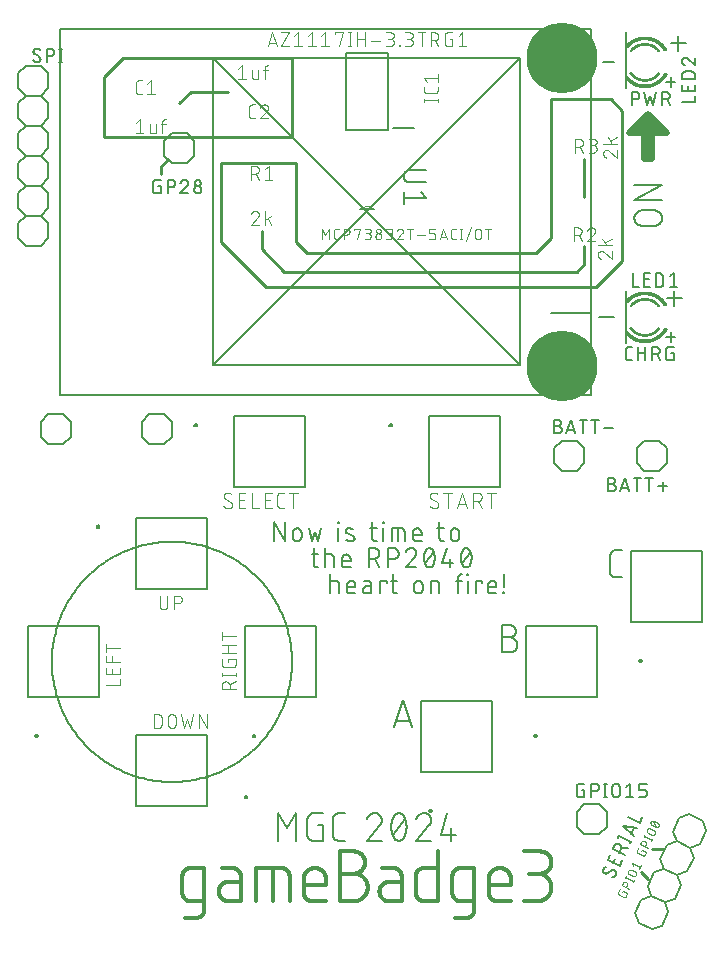
<source format=gbr>
G04 EAGLE Gerber X2 export*
G75*
%MOMM*%
%FSLAX34Y34*%
%LPD*%
%AMOC8*
5,1,8,0,0,1.08239X$1,22.5*%
G01*
%ADD10C,0.152400*%
%ADD11C,0.355600*%
%ADD12C,6.000000*%
%ADD13C,0.254000*%
%ADD14C,0.076200*%
%ADD15C,0.203200*%
%ADD16C,0.508000*%
%ADD17C,0.127000*%
%ADD18C,0.200000*%
%ADD19C,0.101600*%
%ADD20C,0.000000*%
%ADD21C,0.015238*%
%ADD22C,0.025400*%


D10*
X-266700Y-254000D02*
X-266669Y-251507D01*
X-266578Y-249015D01*
X-266425Y-246526D01*
X-266211Y-244041D01*
X-265936Y-241563D01*
X-265600Y-239092D01*
X-265204Y-236630D01*
X-264748Y-234179D01*
X-264231Y-231739D01*
X-263655Y-229313D01*
X-263020Y-226902D01*
X-262325Y-224507D01*
X-261572Y-222130D01*
X-260761Y-219772D01*
X-259892Y-217435D01*
X-258966Y-215119D01*
X-257984Y-212827D01*
X-256945Y-210560D01*
X-255852Y-208319D01*
X-254703Y-206106D01*
X-253501Y-203922D01*
X-252245Y-201767D01*
X-250937Y-199644D01*
X-249577Y-197554D01*
X-248167Y-195498D01*
X-246706Y-193477D01*
X-245196Y-191492D01*
X-243638Y-189546D01*
X-242032Y-187638D01*
X-240381Y-185770D01*
X-238684Y-183943D01*
X-236942Y-182158D01*
X-235157Y-180416D01*
X-233330Y-178719D01*
X-231462Y-177068D01*
X-229554Y-175462D01*
X-227608Y-173904D01*
X-225623Y-172394D01*
X-223602Y-170933D01*
X-221546Y-169523D01*
X-219456Y-168163D01*
X-217333Y-166855D01*
X-215178Y-165599D01*
X-212994Y-164397D01*
X-210781Y-163248D01*
X-208540Y-162155D01*
X-206273Y-161116D01*
X-203981Y-160134D01*
X-201665Y-159208D01*
X-199328Y-158339D01*
X-196970Y-157528D01*
X-194593Y-156775D01*
X-192198Y-156080D01*
X-189787Y-155445D01*
X-187361Y-154869D01*
X-184921Y-154352D01*
X-182470Y-153896D01*
X-180008Y-153500D01*
X-177537Y-153164D01*
X-175059Y-152889D01*
X-172574Y-152675D01*
X-170085Y-152522D01*
X-167593Y-152431D01*
X-165100Y-152400D01*
X-162607Y-152431D01*
X-160115Y-152522D01*
X-157626Y-152675D01*
X-155141Y-152889D01*
X-152663Y-153164D01*
X-150192Y-153500D01*
X-147730Y-153896D01*
X-145279Y-154352D01*
X-142839Y-154869D01*
X-140413Y-155445D01*
X-138002Y-156080D01*
X-135607Y-156775D01*
X-133230Y-157528D01*
X-130872Y-158339D01*
X-128535Y-159208D01*
X-126219Y-160134D01*
X-123927Y-161116D01*
X-121660Y-162155D01*
X-119419Y-163248D01*
X-117206Y-164397D01*
X-115022Y-165599D01*
X-112867Y-166855D01*
X-110744Y-168163D01*
X-108654Y-169523D01*
X-106598Y-170933D01*
X-104577Y-172394D01*
X-102592Y-173904D01*
X-100646Y-175462D01*
X-98738Y-177068D01*
X-96870Y-178719D01*
X-95043Y-180416D01*
X-93258Y-182158D01*
X-91516Y-183943D01*
X-89819Y-185770D01*
X-88168Y-187638D01*
X-86562Y-189546D01*
X-85004Y-191492D01*
X-83494Y-193477D01*
X-82033Y-195498D01*
X-80623Y-197554D01*
X-79263Y-199644D01*
X-77955Y-201767D01*
X-76699Y-203922D01*
X-75497Y-206106D01*
X-74348Y-208319D01*
X-73255Y-210560D01*
X-72216Y-212827D01*
X-71234Y-215119D01*
X-70308Y-217435D01*
X-69439Y-219772D01*
X-68628Y-222130D01*
X-67875Y-224507D01*
X-67180Y-226902D01*
X-66545Y-229313D01*
X-65969Y-231739D01*
X-65452Y-234179D01*
X-64996Y-236630D01*
X-64600Y-239092D01*
X-64264Y-241563D01*
X-63989Y-244041D01*
X-63775Y-246526D01*
X-63622Y-249015D01*
X-63531Y-251507D01*
X-63500Y-254000D01*
X-63531Y-256493D01*
X-63622Y-258985D01*
X-63775Y-261474D01*
X-63989Y-263959D01*
X-64264Y-266437D01*
X-64600Y-268908D01*
X-64996Y-271370D01*
X-65452Y-273821D01*
X-65969Y-276261D01*
X-66545Y-278687D01*
X-67180Y-281098D01*
X-67875Y-283493D01*
X-68628Y-285870D01*
X-69439Y-288228D01*
X-70308Y-290565D01*
X-71234Y-292881D01*
X-72216Y-295173D01*
X-73255Y-297440D01*
X-74348Y-299681D01*
X-75497Y-301894D01*
X-76699Y-304078D01*
X-77955Y-306233D01*
X-79263Y-308356D01*
X-80623Y-310446D01*
X-82033Y-312502D01*
X-83494Y-314523D01*
X-85004Y-316508D01*
X-86562Y-318454D01*
X-88168Y-320362D01*
X-89819Y-322230D01*
X-91516Y-324057D01*
X-93258Y-325842D01*
X-95043Y-327584D01*
X-96870Y-329281D01*
X-98738Y-330932D01*
X-100646Y-332538D01*
X-102592Y-334096D01*
X-104577Y-335606D01*
X-106598Y-337067D01*
X-108654Y-338477D01*
X-110744Y-339837D01*
X-112867Y-341145D01*
X-115022Y-342401D01*
X-117206Y-343603D01*
X-119419Y-344752D01*
X-121660Y-345845D01*
X-123927Y-346884D01*
X-126219Y-347866D01*
X-128535Y-348792D01*
X-130872Y-349661D01*
X-133230Y-350472D01*
X-135607Y-351225D01*
X-138002Y-351920D01*
X-140413Y-352555D01*
X-142839Y-353131D01*
X-145279Y-353648D01*
X-147730Y-354104D01*
X-150192Y-354500D01*
X-152663Y-354836D01*
X-155141Y-355111D01*
X-157626Y-355325D01*
X-160115Y-355478D01*
X-162607Y-355569D01*
X-165100Y-355600D01*
X-167593Y-355569D01*
X-170085Y-355478D01*
X-172574Y-355325D01*
X-175059Y-355111D01*
X-177537Y-354836D01*
X-180008Y-354500D01*
X-182470Y-354104D01*
X-184921Y-353648D01*
X-187361Y-353131D01*
X-189787Y-352555D01*
X-192198Y-351920D01*
X-194593Y-351225D01*
X-196970Y-350472D01*
X-199328Y-349661D01*
X-201665Y-348792D01*
X-203981Y-347866D01*
X-206273Y-346884D01*
X-208540Y-345845D01*
X-210781Y-344752D01*
X-212994Y-343603D01*
X-215178Y-342401D01*
X-217333Y-341145D01*
X-219456Y-339837D01*
X-221546Y-338477D01*
X-223602Y-337067D01*
X-225623Y-335606D01*
X-227608Y-334096D01*
X-229554Y-332538D01*
X-231462Y-330932D01*
X-233330Y-329281D01*
X-235157Y-327584D01*
X-236942Y-325842D01*
X-238684Y-324057D01*
X-240381Y-322230D01*
X-242032Y-320362D01*
X-243638Y-318454D01*
X-245196Y-316508D01*
X-246706Y-314523D01*
X-248167Y-312502D01*
X-249577Y-310446D01*
X-250937Y-308356D01*
X-252245Y-306233D01*
X-253501Y-304078D01*
X-254703Y-301894D01*
X-255852Y-299681D01*
X-256945Y-297440D01*
X-257984Y-295173D01*
X-258966Y-292881D01*
X-259892Y-290565D01*
X-260761Y-288228D01*
X-261572Y-285870D01*
X-262325Y-283493D01*
X-263020Y-281098D01*
X-263655Y-278687D01*
X-264231Y-276261D01*
X-264748Y-273821D01*
X-265204Y-271370D01*
X-265600Y-268908D01*
X-265936Y-266437D01*
X-266211Y-263959D01*
X-266425Y-261474D01*
X-266578Y-258985D01*
X-266669Y-256493D01*
X-266700Y-254000D01*
D11*
X-149230Y-456692D02*
X-137518Y-456692D01*
X-149230Y-456692D02*
X-149400Y-456690D01*
X-149569Y-456684D01*
X-149739Y-456674D01*
X-149908Y-456659D01*
X-150077Y-456641D01*
X-150245Y-456618D01*
X-150413Y-456592D01*
X-150580Y-456561D01*
X-150746Y-456526D01*
X-150912Y-456488D01*
X-151076Y-456445D01*
X-151239Y-456399D01*
X-151401Y-456348D01*
X-151562Y-456294D01*
X-151722Y-456235D01*
X-151880Y-456173D01*
X-152036Y-456107D01*
X-152191Y-456038D01*
X-152344Y-455964D01*
X-152496Y-455887D01*
X-152645Y-455806D01*
X-152792Y-455722D01*
X-152938Y-455634D01*
X-153081Y-455543D01*
X-153222Y-455448D01*
X-153360Y-455350D01*
X-153497Y-455248D01*
X-153630Y-455144D01*
X-153761Y-455036D01*
X-153890Y-454925D01*
X-154015Y-454811D01*
X-154138Y-454694D01*
X-154259Y-454573D01*
X-154376Y-454450D01*
X-154490Y-454325D01*
X-154601Y-454196D01*
X-154709Y-454065D01*
X-154813Y-453932D01*
X-154915Y-453795D01*
X-155013Y-453657D01*
X-155108Y-453516D01*
X-155199Y-453373D01*
X-155287Y-453227D01*
X-155371Y-453080D01*
X-155452Y-452931D01*
X-155529Y-452779D01*
X-155603Y-452626D01*
X-155672Y-452471D01*
X-155738Y-452315D01*
X-155800Y-452157D01*
X-155859Y-451997D01*
X-155913Y-451836D01*
X-155964Y-451674D01*
X-156010Y-451511D01*
X-156053Y-451347D01*
X-156091Y-451181D01*
X-156126Y-451015D01*
X-156157Y-450848D01*
X-156183Y-450680D01*
X-156206Y-450512D01*
X-156224Y-450343D01*
X-156239Y-450174D01*
X-156249Y-450004D01*
X-156255Y-449835D01*
X-156257Y-449665D01*
X-156257Y-435610D01*
X-156255Y-435440D01*
X-156249Y-435271D01*
X-156239Y-435101D01*
X-156224Y-434932D01*
X-156206Y-434763D01*
X-156183Y-434595D01*
X-156157Y-434427D01*
X-156126Y-434260D01*
X-156091Y-434094D01*
X-156053Y-433928D01*
X-156010Y-433764D01*
X-155964Y-433601D01*
X-155913Y-433439D01*
X-155859Y-433278D01*
X-155800Y-433118D01*
X-155738Y-432960D01*
X-155672Y-432804D01*
X-155603Y-432649D01*
X-155529Y-432496D01*
X-155452Y-432344D01*
X-155371Y-432195D01*
X-155287Y-432048D01*
X-155199Y-431902D01*
X-155108Y-431759D01*
X-155013Y-431618D01*
X-154915Y-431480D01*
X-154813Y-431343D01*
X-154709Y-431210D01*
X-154601Y-431079D01*
X-154490Y-430950D01*
X-154376Y-430825D01*
X-154259Y-430702D01*
X-154138Y-430581D01*
X-154015Y-430464D01*
X-153890Y-430350D01*
X-153761Y-430239D01*
X-153630Y-430131D01*
X-153497Y-430027D01*
X-153360Y-429925D01*
X-153222Y-429827D01*
X-153081Y-429732D01*
X-152938Y-429641D01*
X-152792Y-429553D01*
X-152645Y-429469D01*
X-152496Y-429388D01*
X-152344Y-429311D01*
X-152191Y-429237D01*
X-152036Y-429168D01*
X-151880Y-429102D01*
X-151722Y-429040D01*
X-151562Y-428981D01*
X-151401Y-428927D01*
X-151239Y-428876D01*
X-151076Y-428830D01*
X-150912Y-428787D01*
X-150746Y-428749D01*
X-150580Y-428714D01*
X-150413Y-428683D01*
X-150245Y-428657D01*
X-150077Y-428634D01*
X-149908Y-428616D01*
X-149739Y-428601D01*
X-149569Y-428591D01*
X-149400Y-428585D01*
X-149230Y-428583D01*
X-137518Y-428583D01*
X-137518Y-463719D01*
X-137520Y-463891D01*
X-137526Y-464064D01*
X-137537Y-464236D01*
X-137552Y-464408D01*
X-137571Y-464579D01*
X-137594Y-464750D01*
X-137621Y-464920D01*
X-137653Y-465090D01*
X-137689Y-465259D01*
X-137729Y-465426D01*
X-137773Y-465593D01*
X-137821Y-465759D01*
X-137873Y-465923D01*
X-137929Y-466086D01*
X-137989Y-466248D01*
X-138053Y-466408D01*
X-138121Y-466567D01*
X-138193Y-466723D01*
X-138268Y-466878D01*
X-138348Y-467031D01*
X-138431Y-467183D01*
X-138518Y-467332D01*
X-138608Y-467478D01*
X-138702Y-467623D01*
X-138800Y-467765D01*
X-138901Y-467905D01*
X-139005Y-468042D01*
X-139113Y-468177D01*
X-139224Y-468309D01*
X-139338Y-468438D01*
X-139456Y-468564D01*
X-139576Y-468688D01*
X-139700Y-468808D01*
X-139826Y-468926D01*
X-139955Y-469040D01*
X-140087Y-469151D01*
X-140222Y-469259D01*
X-140359Y-469363D01*
X-140499Y-469464D01*
X-140641Y-469562D01*
X-140786Y-469656D01*
X-140932Y-469746D01*
X-141081Y-469833D01*
X-141232Y-469916D01*
X-141386Y-469996D01*
X-141541Y-470071D01*
X-141697Y-470143D01*
X-141856Y-470211D01*
X-142016Y-470275D01*
X-142178Y-470335D01*
X-142341Y-470391D01*
X-142505Y-470443D01*
X-142671Y-470491D01*
X-142838Y-470535D01*
X-143005Y-470575D01*
X-143174Y-470611D01*
X-143344Y-470643D01*
X-143514Y-470670D01*
X-143685Y-470693D01*
X-143856Y-470712D01*
X-144028Y-470727D01*
X-144200Y-470738D01*
X-144373Y-470744D01*
X-144545Y-470746D01*
X-144545Y-470747D02*
X-153915Y-470747D01*
X-117198Y-440295D02*
X-106657Y-440295D01*
X-117198Y-440294D02*
X-117398Y-440296D01*
X-117597Y-440304D01*
X-117796Y-440316D01*
X-117995Y-440333D01*
X-118194Y-440355D01*
X-118392Y-440381D01*
X-118589Y-440413D01*
X-118785Y-440449D01*
X-118981Y-440490D01*
X-119175Y-440536D01*
X-119368Y-440586D01*
X-119560Y-440642D01*
X-119751Y-440701D01*
X-119940Y-440766D01*
X-120127Y-440835D01*
X-120313Y-440909D01*
X-120496Y-440987D01*
X-120678Y-441069D01*
X-120858Y-441156D01*
X-121035Y-441247D01*
X-121211Y-441343D01*
X-121384Y-441443D01*
X-121554Y-441547D01*
X-121722Y-441655D01*
X-121887Y-441767D01*
X-122050Y-441883D01*
X-122209Y-442004D01*
X-122366Y-442127D01*
X-122519Y-442255D01*
X-122669Y-442387D01*
X-122816Y-442522D01*
X-122960Y-442660D01*
X-123100Y-442802D01*
X-123237Y-442948D01*
X-123371Y-443096D01*
X-123500Y-443248D01*
X-123626Y-443403D01*
X-123748Y-443561D01*
X-123866Y-443722D01*
X-123980Y-443886D01*
X-124091Y-444053D01*
X-124197Y-444222D01*
X-124299Y-444394D01*
X-124396Y-444568D01*
X-124490Y-444744D01*
X-124579Y-444923D01*
X-124664Y-445104D01*
X-124744Y-445286D01*
X-124820Y-445471D01*
X-124891Y-445658D01*
X-124958Y-445846D01*
X-125020Y-446035D01*
X-125078Y-446227D01*
X-125130Y-446419D01*
X-125179Y-446613D01*
X-125222Y-446808D01*
X-125261Y-447004D01*
X-125294Y-447201D01*
X-125324Y-447398D01*
X-125348Y-447596D01*
X-125367Y-447795D01*
X-125382Y-447994D01*
X-125392Y-448194D01*
X-125396Y-448393D01*
X-125396Y-448593D01*
X-125392Y-448792D01*
X-125382Y-448992D01*
X-125367Y-449191D01*
X-125348Y-449390D01*
X-125324Y-449588D01*
X-125294Y-449785D01*
X-125261Y-449982D01*
X-125222Y-450178D01*
X-125179Y-450373D01*
X-125130Y-450567D01*
X-125078Y-450759D01*
X-125020Y-450951D01*
X-124958Y-451140D01*
X-124891Y-451328D01*
X-124820Y-451515D01*
X-124744Y-451700D01*
X-124664Y-451882D01*
X-124579Y-452063D01*
X-124490Y-452242D01*
X-124396Y-452418D01*
X-124299Y-452593D01*
X-124197Y-452764D01*
X-124091Y-452933D01*
X-123980Y-453100D01*
X-123866Y-453264D01*
X-123748Y-453425D01*
X-123626Y-453583D01*
X-123500Y-453738D01*
X-123371Y-453890D01*
X-123237Y-454038D01*
X-123100Y-454184D01*
X-122960Y-454326D01*
X-122816Y-454464D01*
X-122669Y-454599D01*
X-122519Y-454731D01*
X-122366Y-454859D01*
X-122209Y-454982D01*
X-122050Y-455103D01*
X-121887Y-455219D01*
X-121722Y-455331D01*
X-121554Y-455439D01*
X-121384Y-455543D01*
X-121211Y-455643D01*
X-121035Y-455739D01*
X-120858Y-455830D01*
X-120678Y-455917D01*
X-120496Y-455999D01*
X-120313Y-456077D01*
X-120127Y-456151D01*
X-119940Y-456220D01*
X-119751Y-456285D01*
X-119560Y-456344D01*
X-119368Y-456400D01*
X-119175Y-456450D01*
X-118981Y-456496D01*
X-118785Y-456537D01*
X-118589Y-456573D01*
X-118392Y-456605D01*
X-118194Y-456631D01*
X-117995Y-456653D01*
X-117796Y-456670D01*
X-117597Y-456682D01*
X-117398Y-456690D01*
X-117198Y-456692D01*
X-106657Y-456692D01*
X-106657Y-435610D01*
X-106659Y-435440D01*
X-106665Y-435271D01*
X-106675Y-435101D01*
X-106690Y-434932D01*
X-106708Y-434763D01*
X-106731Y-434595D01*
X-106757Y-434427D01*
X-106788Y-434260D01*
X-106823Y-434094D01*
X-106861Y-433928D01*
X-106904Y-433764D01*
X-106950Y-433601D01*
X-107001Y-433439D01*
X-107055Y-433278D01*
X-107114Y-433118D01*
X-107176Y-432960D01*
X-107242Y-432804D01*
X-107311Y-432649D01*
X-107385Y-432496D01*
X-107462Y-432344D01*
X-107543Y-432195D01*
X-107627Y-432048D01*
X-107715Y-431902D01*
X-107806Y-431759D01*
X-107901Y-431618D01*
X-107999Y-431480D01*
X-108101Y-431343D01*
X-108205Y-431210D01*
X-108313Y-431079D01*
X-108424Y-430950D01*
X-108538Y-430825D01*
X-108655Y-430702D01*
X-108776Y-430581D01*
X-108899Y-430464D01*
X-109024Y-430350D01*
X-109153Y-430239D01*
X-109284Y-430131D01*
X-109417Y-430027D01*
X-109554Y-429925D01*
X-109692Y-429827D01*
X-109833Y-429732D01*
X-109976Y-429641D01*
X-110122Y-429553D01*
X-110269Y-429469D01*
X-110418Y-429388D01*
X-110570Y-429311D01*
X-110723Y-429237D01*
X-110878Y-429168D01*
X-111034Y-429102D01*
X-111192Y-429040D01*
X-111352Y-428981D01*
X-111513Y-428927D01*
X-111675Y-428876D01*
X-111838Y-428830D01*
X-112002Y-428787D01*
X-112168Y-428749D01*
X-112334Y-428714D01*
X-112501Y-428683D01*
X-112669Y-428657D01*
X-112837Y-428634D01*
X-113006Y-428616D01*
X-113175Y-428601D01*
X-113345Y-428591D01*
X-113514Y-428585D01*
X-113684Y-428583D01*
X-123054Y-428583D01*
X-93537Y-428583D02*
X-93537Y-456692D01*
X-93537Y-428583D02*
X-72455Y-428583D01*
X-72285Y-428585D01*
X-72116Y-428591D01*
X-71946Y-428601D01*
X-71777Y-428616D01*
X-71608Y-428634D01*
X-71440Y-428657D01*
X-71272Y-428683D01*
X-71105Y-428714D01*
X-70939Y-428749D01*
X-70773Y-428787D01*
X-70609Y-428830D01*
X-70446Y-428876D01*
X-70284Y-428927D01*
X-70123Y-428981D01*
X-69963Y-429040D01*
X-69805Y-429102D01*
X-69649Y-429168D01*
X-69494Y-429237D01*
X-69341Y-429311D01*
X-69189Y-429388D01*
X-69040Y-429469D01*
X-68893Y-429553D01*
X-68747Y-429641D01*
X-68604Y-429732D01*
X-68463Y-429827D01*
X-68325Y-429925D01*
X-68188Y-430027D01*
X-68055Y-430131D01*
X-67924Y-430239D01*
X-67795Y-430350D01*
X-67670Y-430464D01*
X-67547Y-430581D01*
X-67426Y-430702D01*
X-67309Y-430825D01*
X-67195Y-430950D01*
X-67084Y-431079D01*
X-66976Y-431210D01*
X-66872Y-431343D01*
X-66770Y-431480D01*
X-66672Y-431618D01*
X-66577Y-431759D01*
X-66486Y-431902D01*
X-66398Y-432048D01*
X-66314Y-432195D01*
X-66233Y-432344D01*
X-66156Y-432496D01*
X-66082Y-432649D01*
X-66013Y-432804D01*
X-65947Y-432960D01*
X-65885Y-433118D01*
X-65826Y-433278D01*
X-65772Y-433439D01*
X-65721Y-433601D01*
X-65675Y-433764D01*
X-65632Y-433928D01*
X-65594Y-434094D01*
X-65559Y-434260D01*
X-65528Y-434427D01*
X-65502Y-434595D01*
X-65479Y-434763D01*
X-65461Y-434932D01*
X-65446Y-435101D01*
X-65436Y-435271D01*
X-65430Y-435440D01*
X-65428Y-435610D01*
X-65428Y-456692D01*
X-79483Y-456692D02*
X-79483Y-428583D01*
X-46392Y-456692D02*
X-34680Y-456692D01*
X-46392Y-456692D02*
X-46562Y-456690D01*
X-46731Y-456684D01*
X-46901Y-456674D01*
X-47070Y-456659D01*
X-47239Y-456641D01*
X-47407Y-456618D01*
X-47575Y-456592D01*
X-47742Y-456561D01*
X-47908Y-456526D01*
X-48074Y-456488D01*
X-48238Y-456445D01*
X-48401Y-456399D01*
X-48563Y-456348D01*
X-48724Y-456294D01*
X-48884Y-456235D01*
X-49042Y-456173D01*
X-49198Y-456107D01*
X-49353Y-456038D01*
X-49506Y-455964D01*
X-49658Y-455887D01*
X-49807Y-455806D01*
X-49954Y-455722D01*
X-50100Y-455634D01*
X-50243Y-455543D01*
X-50384Y-455448D01*
X-50522Y-455350D01*
X-50659Y-455248D01*
X-50792Y-455144D01*
X-50923Y-455036D01*
X-51052Y-454925D01*
X-51177Y-454811D01*
X-51300Y-454694D01*
X-51421Y-454573D01*
X-51538Y-454450D01*
X-51652Y-454325D01*
X-51763Y-454196D01*
X-51871Y-454065D01*
X-51975Y-453932D01*
X-52077Y-453795D01*
X-52175Y-453657D01*
X-52270Y-453516D01*
X-52361Y-453373D01*
X-52449Y-453227D01*
X-52533Y-453080D01*
X-52614Y-452931D01*
X-52691Y-452779D01*
X-52765Y-452626D01*
X-52834Y-452471D01*
X-52900Y-452315D01*
X-52962Y-452157D01*
X-53021Y-451997D01*
X-53075Y-451836D01*
X-53126Y-451674D01*
X-53172Y-451511D01*
X-53215Y-451347D01*
X-53253Y-451181D01*
X-53288Y-451015D01*
X-53319Y-450848D01*
X-53345Y-450680D01*
X-53368Y-450512D01*
X-53386Y-450343D01*
X-53401Y-450174D01*
X-53411Y-450004D01*
X-53417Y-449835D01*
X-53419Y-449665D01*
X-53420Y-449665D02*
X-53420Y-437952D01*
X-53417Y-437724D01*
X-53409Y-437496D01*
X-53395Y-437268D01*
X-53376Y-437041D01*
X-53351Y-436814D01*
X-53320Y-436588D01*
X-53284Y-436362D01*
X-53243Y-436138D01*
X-53196Y-435915D01*
X-53144Y-435693D01*
X-53086Y-435472D01*
X-53023Y-435253D01*
X-52954Y-435035D01*
X-52881Y-434819D01*
X-52802Y-434605D01*
X-52718Y-434393D01*
X-52628Y-434183D01*
X-52534Y-433975D01*
X-52435Y-433769D01*
X-52330Y-433566D01*
X-52221Y-433366D01*
X-52107Y-433169D01*
X-51988Y-432974D01*
X-51865Y-432782D01*
X-51736Y-432593D01*
X-51604Y-432408D01*
X-51466Y-432225D01*
X-51325Y-432046D01*
X-51179Y-431871D01*
X-51029Y-431699D01*
X-50874Y-431531D01*
X-50716Y-431367D01*
X-50553Y-431207D01*
X-50387Y-431050D01*
X-50217Y-430898D01*
X-50044Y-430750D01*
X-49867Y-430606D01*
X-49686Y-430466D01*
X-49502Y-430331D01*
X-49315Y-430201D01*
X-49125Y-430075D01*
X-48931Y-429954D01*
X-48735Y-429837D01*
X-48536Y-429726D01*
X-48334Y-429619D01*
X-48130Y-429517D01*
X-47924Y-429420D01*
X-47715Y-429328D01*
X-47504Y-429242D01*
X-47290Y-429160D01*
X-47075Y-429084D01*
X-46859Y-429013D01*
X-46640Y-428947D01*
X-46420Y-428887D01*
X-46199Y-428832D01*
X-45976Y-428782D01*
X-45752Y-428738D01*
X-45527Y-428699D01*
X-45301Y-428666D01*
X-45075Y-428638D01*
X-44848Y-428616D01*
X-44620Y-428599D01*
X-44392Y-428588D01*
X-44164Y-428583D01*
X-43936Y-428583D01*
X-43708Y-428588D01*
X-43480Y-428599D01*
X-43252Y-428616D01*
X-43025Y-428638D01*
X-42799Y-428666D01*
X-42573Y-428699D01*
X-42348Y-428738D01*
X-42124Y-428782D01*
X-41901Y-428832D01*
X-41680Y-428887D01*
X-41460Y-428947D01*
X-41241Y-429013D01*
X-41025Y-429084D01*
X-40810Y-429160D01*
X-40596Y-429242D01*
X-40385Y-429328D01*
X-40176Y-429420D01*
X-39970Y-429517D01*
X-39766Y-429619D01*
X-39564Y-429726D01*
X-39365Y-429837D01*
X-39169Y-429954D01*
X-38975Y-430075D01*
X-38785Y-430201D01*
X-38598Y-430331D01*
X-38414Y-430466D01*
X-38233Y-430606D01*
X-38056Y-430750D01*
X-37883Y-430898D01*
X-37713Y-431050D01*
X-37547Y-431207D01*
X-37384Y-431367D01*
X-37226Y-431531D01*
X-37071Y-431699D01*
X-36921Y-431871D01*
X-36775Y-432046D01*
X-36634Y-432225D01*
X-36496Y-432408D01*
X-36364Y-432593D01*
X-36235Y-432782D01*
X-36112Y-432974D01*
X-35993Y-433169D01*
X-35879Y-433366D01*
X-35770Y-433566D01*
X-35665Y-433769D01*
X-35566Y-433975D01*
X-35472Y-434183D01*
X-35382Y-434393D01*
X-35298Y-434605D01*
X-35219Y-434819D01*
X-35146Y-435035D01*
X-35077Y-435253D01*
X-35014Y-435472D01*
X-34956Y-435693D01*
X-34904Y-435915D01*
X-34857Y-436138D01*
X-34816Y-436362D01*
X-34780Y-436588D01*
X-34749Y-436814D01*
X-34724Y-437041D01*
X-34705Y-437268D01*
X-34691Y-437496D01*
X-34683Y-437724D01*
X-34680Y-437952D01*
X-34680Y-442637D01*
X-53420Y-442637D01*
X-22709Y-433268D02*
X-10997Y-433268D01*
X-10712Y-433271D01*
X-10427Y-433282D01*
X-10142Y-433299D01*
X-9858Y-433324D01*
X-9574Y-433355D01*
X-9292Y-433393D01*
X-9010Y-433438D01*
X-8730Y-433490D01*
X-8450Y-433548D01*
X-8173Y-433614D01*
X-7897Y-433686D01*
X-7623Y-433765D01*
X-7351Y-433850D01*
X-7081Y-433942D01*
X-6813Y-434041D01*
X-6548Y-434146D01*
X-6285Y-434257D01*
X-6026Y-434375D01*
X-5769Y-434500D01*
X-5515Y-434630D01*
X-5265Y-434767D01*
X-5018Y-434909D01*
X-4774Y-435058D01*
X-4535Y-435212D01*
X-4299Y-435372D01*
X-4067Y-435538D01*
X-3839Y-435710D01*
X-3615Y-435887D01*
X-3396Y-436069D01*
X-3181Y-436257D01*
X-2971Y-436450D01*
X-2766Y-436648D01*
X-2565Y-436851D01*
X-2370Y-437059D01*
X-2180Y-437271D01*
X-1995Y-437488D01*
X-1815Y-437710D01*
X-1641Y-437935D01*
X-1472Y-438165D01*
X-1309Y-438399D01*
X-1151Y-438637D01*
X-1000Y-438879D01*
X-854Y-439124D01*
X-715Y-439373D01*
X-581Y-439625D01*
X-454Y-439880D01*
X-333Y-440138D01*
X-218Y-440399D01*
X-110Y-440663D01*
X-8Y-440930D01*
X88Y-441198D01*
X177Y-441469D01*
X259Y-441743D01*
X334Y-442018D01*
X403Y-442294D01*
X465Y-442573D01*
X520Y-442853D01*
X569Y-443134D01*
X610Y-443416D01*
X645Y-443699D01*
X672Y-443983D01*
X693Y-444267D01*
X707Y-444552D01*
X714Y-444837D01*
X714Y-445123D01*
X707Y-445408D01*
X693Y-445693D01*
X672Y-445977D01*
X645Y-446261D01*
X610Y-446544D01*
X569Y-446826D01*
X520Y-447107D01*
X465Y-447387D01*
X403Y-447666D01*
X334Y-447942D01*
X259Y-448217D01*
X177Y-448491D01*
X88Y-448762D01*
X-8Y-449030D01*
X-110Y-449297D01*
X-218Y-449561D01*
X-333Y-449822D01*
X-454Y-450080D01*
X-581Y-450335D01*
X-715Y-450587D01*
X-854Y-450836D01*
X-1000Y-451081D01*
X-1151Y-451323D01*
X-1309Y-451561D01*
X-1472Y-451795D01*
X-1641Y-452025D01*
X-1815Y-452250D01*
X-1995Y-452472D01*
X-2180Y-452689D01*
X-2370Y-452901D01*
X-2565Y-453109D01*
X-2766Y-453312D01*
X-2971Y-453510D01*
X-3181Y-453703D01*
X-3396Y-453891D01*
X-3615Y-454073D01*
X-3839Y-454250D01*
X-4067Y-454422D01*
X-4299Y-454588D01*
X-4535Y-454748D01*
X-4774Y-454902D01*
X-5018Y-455051D01*
X-5265Y-455193D01*
X-5515Y-455330D01*
X-5769Y-455460D01*
X-6026Y-455585D01*
X-6285Y-455703D01*
X-6548Y-455814D01*
X-6813Y-455919D01*
X-7081Y-456018D01*
X-7351Y-456110D01*
X-7623Y-456195D01*
X-7897Y-456274D01*
X-8173Y-456346D01*
X-8450Y-456412D01*
X-8730Y-456470D01*
X-9010Y-456522D01*
X-9292Y-456567D01*
X-9574Y-456605D01*
X-9858Y-456636D01*
X-10142Y-456661D01*
X-10427Y-456678D01*
X-10712Y-456689D01*
X-10997Y-456692D01*
X-22709Y-456692D01*
X-22709Y-414528D01*
X-10997Y-414528D01*
X-10769Y-414531D01*
X-10541Y-414539D01*
X-10313Y-414553D01*
X-10086Y-414572D01*
X-9859Y-414597D01*
X-9633Y-414628D01*
X-9407Y-414664D01*
X-9183Y-414705D01*
X-8960Y-414752D01*
X-8738Y-414804D01*
X-8517Y-414862D01*
X-8298Y-414925D01*
X-8080Y-414994D01*
X-7864Y-415067D01*
X-7650Y-415146D01*
X-7438Y-415230D01*
X-7228Y-415320D01*
X-7020Y-415414D01*
X-6814Y-415513D01*
X-6611Y-415618D01*
X-6411Y-415727D01*
X-6214Y-415841D01*
X-6019Y-415960D01*
X-5827Y-416083D01*
X-5638Y-416212D01*
X-5453Y-416344D01*
X-5270Y-416482D01*
X-5091Y-416623D01*
X-4916Y-416769D01*
X-4744Y-416919D01*
X-4576Y-417074D01*
X-4412Y-417232D01*
X-4252Y-417395D01*
X-4095Y-417561D01*
X-3943Y-417731D01*
X-3795Y-417904D01*
X-3651Y-418081D01*
X-3511Y-418262D01*
X-3376Y-418446D01*
X-3246Y-418633D01*
X-3120Y-418823D01*
X-2999Y-419017D01*
X-2882Y-419213D01*
X-2771Y-419412D01*
X-2664Y-419614D01*
X-2562Y-419818D01*
X-2465Y-420024D01*
X-2373Y-420233D01*
X-2287Y-420444D01*
X-2205Y-420658D01*
X-2129Y-420873D01*
X-2058Y-421089D01*
X-1992Y-421308D01*
X-1932Y-421528D01*
X-1877Y-421749D01*
X-1827Y-421972D01*
X-1783Y-422196D01*
X-1744Y-422421D01*
X-1711Y-422647D01*
X-1683Y-422873D01*
X-1661Y-423100D01*
X-1644Y-423328D01*
X-1633Y-423556D01*
X-1628Y-423784D01*
X-1628Y-424012D01*
X-1633Y-424240D01*
X-1644Y-424468D01*
X-1661Y-424696D01*
X-1683Y-424923D01*
X-1711Y-425149D01*
X-1744Y-425375D01*
X-1783Y-425600D01*
X-1827Y-425824D01*
X-1877Y-426047D01*
X-1932Y-426268D01*
X-1992Y-426488D01*
X-2058Y-426707D01*
X-2129Y-426923D01*
X-2205Y-427138D01*
X-2287Y-427352D01*
X-2373Y-427563D01*
X-2465Y-427772D01*
X-2562Y-427978D01*
X-2664Y-428182D01*
X-2771Y-428384D01*
X-2882Y-428583D01*
X-2999Y-428779D01*
X-3120Y-428973D01*
X-3246Y-429163D01*
X-3376Y-429350D01*
X-3511Y-429534D01*
X-3651Y-429715D01*
X-3795Y-429892D01*
X-3943Y-430065D01*
X-4095Y-430235D01*
X-4252Y-430401D01*
X-4412Y-430564D01*
X-4576Y-430722D01*
X-4744Y-430877D01*
X-4916Y-431027D01*
X-5091Y-431173D01*
X-5270Y-431314D01*
X-5453Y-431452D01*
X-5638Y-431584D01*
X-5827Y-431713D01*
X-6019Y-431836D01*
X-6214Y-431955D01*
X-6411Y-432069D01*
X-6611Y-432178D01*
X-6814Y-432283D01*
X-7020Y-432382D01*
X-7228Y-432476D01*
X-7438Y-432566D01*
X-7650Y-432650D01*
X-7864Y-432729D01*
X-8080Y-432802D01*
X-8298Y-432871D01*
X-8517Y-432934D01*
X-8738Y-432992D01*
X-8960Y-433044D01*
X-9183Y-433091D01*
X-9407Y-433132D01*
X-9633Y-433168D01*
X-9859Y-433199D01*
X-10086Y-433224D01*
X-10313Y-433243D01*
X-10541Y-433257D01*
X-10769Y-433265D01*
X-10997Y-433268D01*
X18819Y-440295D02*
X29360Y-440295D01*
X18819Y-440294D02*
X18619Y-440296D01*
X18420Y-440304D01*
X18221Y-440316D01*
X18022Y-440333D01*
X17823Y-440355D01*
X17625Y-440381D01*
X17428Y-440413D01*
X17232Y-440449D01*
X17036Y-440490D01*
X16842Y-440536D01*
X16649Y-440586D01*
X16457Y-440642D01*
X16266Y-440701D01*
X16077Y-440766D01*
X15890Y-440835D01*
X15704Y-440909D01*
X15521Y-440987D01*
X15339Y-441069D01*
X15159Y-441156D01*
X14982Y-441247D01*
X14806Y-441343D01*
X14633Y-441443D01*
X14463Y-441547D01*
X14295Y-441655D01*
X14130Y-441767D01*
X13967Y-441883D01*
X13808Y-442004D01*
X13651Y-442127D01*
X13498Y-442255D01*
X13348Y-442387D01*
X13201Y-442522D01*
X13057Y-442660D01*
X12917Y-442802D01*
X12780Y-442948D01*
X12646Y-443096D01*
X12517Y-443248D01*
X12391Y-443403D01*
X12269Y-443561D01*
X12151Y-443722D01*
X12037Y-443886D01*
X11926Y-444053D01*
X11820Y-444222D01*
X11718Y-444394D01*
X11621Y-444568D01*
X11527Y-444744D01*
X11438Y-444923D01*
X11353Y-445104D01*
X11273Y-445286D01*
X11197Y-445471D01*
X11126Y-445658D01*
X11059Y-445846D01*
X10997Y-446035D01*
X10939Y-446227D01*
X10887Y-446419D01*
X10838Y-446613D01*
X10795Y-446808D01*
X10756Y-447004D01*
X10723Y-447201D01*
X10693Y-447398D01*
X10669Y-447596D01*
X10650Y-447795D01*
X10635Y-447994D01*
X10625Y-448194D01*
X10621Y-448393D01*
X10621Y-448593D01*
X10625Y-448792D01*
X10635Y-448992D01*
X10650Y-449191D01*
X10669Y-449390D01*
X10693Y-449588D01*
X10723Y-449785D01*
X10756Y-449982D01*
X10795Y-450178D01*
X10838Y-450373D01*
X10887Y-450567D01*
X10939Y-450759D01*
X10997Y-450951D01*
X11059Y-451140D01*
X11126Y-451328D01*
X11197Y-451515D01*
X11273Y-451700D01*
X11353Y-451882D01*
X11438Y-452063D01*
X11527Y-452242D01*
X11621Y-452418D01*
X11718Y-452593D01*
X11820Y-452764D01*
X11926Y-452933D01*
X12037Y-453100D01*
X12151Y-453264D01*
X12269Y-453425D01*
X12391Y-453583D01*
X12517Y-453738D01*
X12646Y-453890D01*
X12780Y-454038D01*
X12917Y-454184D01*
X13057Y-454326D01*
X13201Y-454464D01*
X13348Y-454599D01*
X13498Y-454731D01*
X13651Y-454859D01*
X13808Y-454982D01*
X13967Y-455103D01*
X14130Y-455219D01*
X14295Y-455331D01*
X14463Y-455439D01*
X14633Y-455543D01*
X14806Y-455643D01*
X14982Y-455739D01*
X15159Y-455830D01*
X15339Y-455917D01*
X15521Y-455999D01*
X15704Y-456077D01*
X15890Y-456151D01*
X16077Y-456220D01*
X16266Y-456285D01*
X16457Y-456344D01*
X16649Y-456400D01*
X16842Y-456450D01*
X17036Y-456496D01*
X17232Y-456537D01*
X17428Y-456573D01*
X17625Y-456605D01*
X17823Y-456631D01*
X18022Y-456653D01*
X18221Y-456670D01*
X18420Y-456682D01*
X18619Y-456690D01*
X18819Y-456692D01*
X29360Y-456692D01*
X29360Y-435610D01*
X29358Y-435440D01*
X29352Y-435271D01*
X29342Y-435101D01*
X29327Y-434932D01*
X29309Y-434763D01*
X29286Y-434595D01*
X29260Y-434427D01*
X29229Y-434260D01*
X29194Y-434094D01*
X29156Y-433928D01*
X29113Y-433764D01*
X29067Y-433601D01*
X29016Y-433439D01*
X28962Y-433278D01*
X28903Y-433118D01*
X28841Y-432960D01*
X28775Y-432804D01*
X28706Y-432649D01*
X28632Y-432496D01*
X28555Y-432344D01*
X28474Y-432195D01*
X28390Y-432048D01*
X28302Y-431902D01*
X28211Y-431759D01*
X28116Y-431618D01*
X28018Y-431480D01*
X27916Y-431343D01*
X27812Y-431210D01*
X27704Y-431079D01*
X27593Y-430950D01*
X27479Y-430825D01*
X27362Y-430702D01*
X27241Y-430581D01*
X27118Y-430464D01*
X26993Y-430350D01*
X26864Y-430239D01*
X26733Y-430131D01*
X26600Y-430027D01*
X26463Y-429925D01*
X26325Y-429827D01*
X26184Y-429732D01*
X26041Y-429641D01*
X25895Y-429553D01*
X25748Y-429469D01*
X25599Y-429388D01*
X25447Y-429311D01*
X25294Y-429237D01*
X25139Y-429168D01*
X24983Y-429102D01*
X24825Y-429040D01*
X24665Y-428981D01*
X24504Y-428927D01*
X24342Y-428876D01*
X24179Y-428830D01*
X24015Y-428787D01*
X23849Y-428749D01*
X23683Y-428714D01*
X23516Y-428683D01*
X23348Y-428657D01*
X23180Y-428634D01*
X23011Y-428616D01*
X22842Y-428601D01*
X22672Y-428591D01*
X22503Y-428585D01*
X22333Y-428583D01*
X12963Y-428583D01*
X60221Y-414528D02*
X60221Y-456692D01*
X48509Y-456692D01*
X48339Y-456690D01*
X48170Y-456684D01*
X48000Y-456674D01*
X47831Y-456659D01*
X47662Y-456641D01*
X47494Y-456618D01*
X47326Y-456592D01*
X47159Y-456561D01*
X46993Y-456526D01*
X46827Y-456488D01*
X46663Y-456445D01*
X46500Y-456399D01*
X46338Y-456348D01*
X46177Y-456294D01*
X46017Y-456235D01*
X45859Y-456173D01*
X45703Y-456107D01*
X45548Y-456038D01*
X45395Y-455964D01*
X45243Y-455887D01*
X45094Y-455806D01*
X44947Y-455722D01*
X44801Y-455634D01*
X44658Y-455543D01*
X44517Y-455448D01*
X44379Y-455350D01*
X44242Y-455248D01*
X44109Y-455144D01*
X43978Y-455036D01*
X43849Y-454925D01*
X43724Y-454811D01*
X43601Y-454694D01*
X43480Y-454573D01*
X43363Y-454450D01*
X43249Y-454325D01*
X43138Y-454196D01*
X43030Y-454065D01*
X42926Y-453932D01*
X42824Y-453795D01*
X42726Y-453657D01*
X42631Y-453516D01*
X42540Y-453373D01*
X42452Y-453227D01*
X42368Y-453080D01*
X42287Y-452931D01*
X42210Y-452779D01*
X42136Y-452626D01*
X42067Y-452471D01*
X42001Y-452315D01*
X41939Y-452157D01*
X41880Y-451997D01*
X41826Y-451836D01*
X41775Y-451674D01*
X41729Y-451511D01*
X41686Y-451347D01*
X41648Y-451181D01*
X41613Y-451015D01*
X41582Y-450848D01*
X41556Y-450680D01*
X41533Y-450512D01*
X41515Y-450343D01*
X41500Y-450174D01*
X41490Y-450004D01*
X41484Y-449835D01*
X41482Y-449665D01*
X41482Y-435610D01*
X41484Y-435440D01*
X41490Y-435271D01*
X41500Y-435101D01*
X41515Y-434932D01*
X41533Y-434763D01*
X41556Y-434595D01*
X41582Y-434427D01*
X41613Y-434260D01*
X41648Y-434094D01*
X41686Y-433928D01*
X41729Y-433764D01*
X41775Y-433601D01*
X41826Y-433439D01*
X41880Y-433278D01*
X41939Y-433118D01*
X42001Y-432960D01*
X42067Y-432804D01*
X42136Y-432649D01*
X42210Y-432496D01*
X42287Y-432344D01*
X42368Y-432195D01*
X42452Y-432048D01*
X42540Y-431902D01*
X42631Y-431759D01*
X42726Y-431618D01*
X42824Y-431480D01*
X42926Y-431343D01*
X43030Y-431210D01*
X43138Y-431079D01*
X43249Y-430950D01*
X43363Y-430825D01*
X43480Y-430702D01*
X43601Y-430581D01*
X43724Y-430464D01*
X43849Y-430350D01*
X43978Y-430239D01*
X44109Y-430131D01*
X44242Y-430027D01*
X44379Y-429925D01*
X44517Y-429827D01*
X44658Y-429732D01*
X44801Y-429641D01*
X44947Y-429553D01*
X45094Y-429469D01*
X45243Y-429388D01*
X45395Y-429311D01*
X45548Y-429237D01*
X45703Y-429168D01*
X45859Y-429102D01*
X46017Y-429040D01*
X46177Y-428981D01*
X46338Y-428927D01*
X46500Y-428876D01*
X46663Y-428830D01*
X46827Y-428787D01*
X46993Y-428749D01*
X47159Y-428714D01*
X47326Y-428683D01*
X47494Y-428657D01*
X47662Y-428634D01*
X47831Y-428616D01*
X48000Y-428601D01*
X48170Y-428591D01*
X48339Y-428585D01*
X48509Y-428583D01*
X60221Y-428583D01*
X79370Y-456692D02*
X91082Y-456692D01*
X79370Y-456692D02*
X79200Y-456690D01*
X79031Y-456684D01*
X78861Y-456674D01*
X78692Y-456659D01*
X78523Y-456641D01*
X78355Y-456618D01*
X78187Y-456592D01*
X78020Y-456561D01*
X77854Y-456526D01*
X77688Y-456488D01*
X77524Y-456445D01*
X77361Y-456399D01*
X77199Y-456348D01*
X77038Y-456294D01*
X76878Y-456235D01*
X76720Y-456173D01*
X76564Y-456107D01*
X76409Y-456038D01*
X76256Y-455964D01*
X76104Y-455887D01*
X75955Y-455806D01*
X75808Y-455722D01*
X75662Y-455634D01*
X75519Y-455543D01*
X75378Y-455448D01*
X75240Y-455350D01*
X75103Y-455248D01*
X74970Y-455144D01*
X74839Y-455036D01*
X74710Y-454925D01*
X74585Y-454811D01*
X74462Y-454694D01*
X74341Y-454573D01*
X74224Y-454450D01*
X74110Y-454325D01*
X73999Y-454196D01*
X73891Y-454065D01*
X73787Y-453932D01*
X73685Y-453795D01*
X73587Y-453657D01*
X73492Y-453516D01*
X73401Y-453373D01*
X73313Y-453227D01*
X73229Y-453080D01*
X73148Y-452931D01*
X73071Y-452779D01*
X72997Y-452626D01*
X72928Y-452471D01*
X72862Y-452315D01*
X72800Y-452157D01*
X72741Y-451997D01*
X72687Y-451836D01*
X72636Y-451674D01*
X72590Y-451511D01*
X72547Y-451347D01*
X72509Y-451181D01*
X72474Y-451015D01*
X72443Y-450848D01*
X72417Y-450680D01*
X72394Y-450512D01*
X72376Y-450343D01*
X72361Y-450174D01*
X72351Y-450004D01*
X72345Y-449835D01*
X72343Y-449665D01*
X72343Y-435610D01*
X72345Y-435440D01*
X72351Y-435271D01*
X72361Y-435101D01*
X72376Y-434932D01*
X72394Y-434763D01*
X72417Y-434595D01*
X72443Y-434427D01*
X72474Y-434260D01*
X72509Y-434094D01*
X72547Y-433928D01*
X72590Y-433764D01*
X72636Y-433601D01*
X72687Y-433439D01*
X72741Y-433278D01*
X72800Y-433118D01*
X72862Y-432960D01*
X72928Y-432804D01*
X72997Y-432649D01*
X73071Y-432496D01*
X73148Y-432344D01*
X73229Y-432195D01*
X73313Y-432048D01*
X73401Y-431902D01*
X73492Y-431759D01*
X73587Y-431618D01*
X73685Y-431480D01*
X73787Y-431343D01*
X73891Y-431210D01*
X73999Y-431079D01*
X74110Y-430950D01*
X74224Y-430825D01*
X74341Y-430702D01*
X74462Y-430581D01*
X74585Y-430464D01*
X74710Y-430350D01*
X74839Y-430239D01*
X74970Y-430131D01*
X75103Y-430027D01*
X75240Y-429925D01*
X75378Y-429827D01*
X75519Y-429732D01*
X75662Y-429641D01*
X75808Y-429553D01*
X75955Y-429469D01*
X76104Y-429388D01*
X76256Y-429311D01*
X76409Y-429237D01*
X76564Y-429168D01*
X76720Y-429102D01*
X76878Y-429040D01*
X77038Y-428981D01*
X77199Y-428927D01*
X77361Y-428876D01*
X77524Y-428830D01*
X77688Y-428787D01*
X77854Y-428749D01*
X78020Y-428714D01*
X78187Y-428683D01*
X78355Y-428657D01*
X78523Y-428634D01*
X78692Y-428616D01*
X78861Y-428601D01*
X79031Y-428591D01*
X79200Y-428585D01*
X79370Y-428583D01*
X91082Y-428583D01*
X91082Y-463719D01*
X91080Y-463889D01*
X91074Y-464058D01*
X91064Y-464228D01*
X91049Y-464397D01*
X91031Y-464566D01*
X91008Y-464734D01*
X90982Y-464902D01*
X90951Y-465069D01*
X90916Y-465235D01*
X90878Y-465401D01*
X90835Y-465565D01*
X90789Y-465728D01*
X90738Y-465890D01*
X90684Y-466051D01*
X90625Y-466211D01*
X90563Y-466369D01*
X90497Y-466525D01*
X90428Y-466680D01*
X90354Y-466833D01*
X90277Y-466985D01*
X90196Y-467134D01*
X90112Y-467281D01*
X90024Y-467427D01*
X89933Y-467570D01*
X89838Y-467711D01*
X89740Y-467849D01*
X89638Y-467986D01*
X89534Y-468119D01*
X89426Y-468250D01*
X89315Y-468379D01*
X89201Y-468504D01*
X89084Y-468627D01*
X88963Y-468748D01*
X88840Y-468865D01*
X88715Y-468979D01*
X88586Y-469090D01*
X88455Y-469198D01*
X88322Y-469302D01*
X88185Y-469404D01*
X88047Y-469502D01*
X87906Y-469597D01*
X87763Y-469688D01*
X87617Y-469776D01*
X87470Y-469860D01*
X87321Y-469941D01*
X87169Y-470018D01*
X87016Y-470092D01*
X86861Y-470161D01*
X86705Y-470227D01*
X86547Y-470289D01*
X86387Y-470348D01*
X86226Y-470402D01*
X86064Y-470453D01*
X85901Y-470499D01*
X85737Y-470542D01*
X85571Y-470580D01*
X85405Y-470615D01*
X85238Y-470646D01*
X85070Y-470672D01*
X84902Y-470695D01*
X84733Y-470713D01*
X84564Y-470728D01*
X84394Y-470738D01*
X84225Y-470744D01*
X84055Y-470746D01*
X84055Y-470747D02*
X74685Y-470747D01*
X110199Y-456692D02*
X121911Y-456692D01*
X110199Y-456692D02*
X110029Y-456690D01*
X109860Y-456684D01*
X109690Y-456674D01*
X109521Y-456659D01*
X109352Y-456641D01*
X109184Y-456618D01*
X109016Y-456592D01*
X108849Y-456561D01*
X108683Y-456526D01*
X108517Y-456488D01*
X108353Y-456445D01*
X108190Y-456399D01*
X108028Y-456348D01*
X107867Y-456294D01*
X107707Y-456235D01*
X107549Y-456173D01*
X107393Y-456107D01*
X107238Y-456038D01*
X107085Y-455964D01*
X106933Y-455887D01*
X106784Y-455806D01*
X106637Y-455722D01*
X106491Y-455634D01*
X106348Y-455543D01*
X106207Y-455448D01*
X106069Y-455350D01*
X105932Y-455248D01*
X105799Y-455144D01*
X105668Y-455036D01*
X105539Y-454925D01*
X105414Y-454811D01*
X105291Y-454694D01*
X105170Y-454573D01*
X105053Y-454450D01*
X104939Y-454325D01*
X104828Y-454196D01*
X104720Y-454065D01*
X104616Y-453932D01*
X104514Y-453795D01*
X104416Y-453657D01*
X104321Y-453516D01*
X104230Y-453373D01*
X104142Y-453227D01*
X104058Y-453080D01*
X103977Y-452931D01*
X103900Y-452779D01*
X103826Y-452626D01*
X103757Y-452471D01*
X103691Y-452315D01*
X103629Y-452157D01*
X103570Y-451997D01*
X103516Y-451836D01*
X103465Y-451674D01*
X103419Y-451511D01*
X103376Y-451347D01*
X103338Y-451181D01*
X103303Y-451015D01*
X103272Y-450848D01*
X103246Y-450680D01*
X103223Y-450512D01*
X103205Y-450343D01*
X103190Y-450174D01*
X103180Y-450004D01*
X103174Y-449835D01*
X103172Y-449665D01*
X103171Y-449665D02*
X103171Y-437952D01*
X103174Y-437724D01*
X103182Y-437496D01*
X103196Y-437268D01*
X103215Y-437041D01*
X103240Y-436814D01*
X103271Y-436588D01*
X103307Y-436362D01*
X103348Y-436138D01*
X103395Y-435915D01*
X103447Y-435693D01*
X103505Y-435472D01*
X103568Y-435253D01*
X103637Y-435035D01*
X103710Y-434819D01*
X103789Y-434605D01*
X103873Y-434393D01*
X103963Y-434183D01*
X104057Y-433975D01*
X104156Y-433769D01*
X104261Y-433566D01*
X104370Y-433366D01*
X104484Y-433169D01*
X104603Y-432974D01*
X104726Y-432782D01*
X104855Y-432593D01*
X104987Y-432408D01*
X105125Y-432225D01*
X105266Y-432046D01*
X105412Y-431871D01*
X105562Y-431699D01*
X105717Y-431531D01*
X105875Y-431367D01*
X106038Y-431207D01*
X106204Y-431050D01*
X106374Y-430898D01*
X106547Y-430750D01*
X106724Y-430606D01*
X106905Y-430466D01*
X107089Y-430331D01*
X107276Y-430201D01*
X107466Y-430075D01*
X107660Y-429954D01*
X107856Y-429837D01*
X108055Y-429726D01*
X108257Y-429619D01*
X108461Y-429517D01*
X108667Y-429420D01*
X108876Y-429328D01*
X109087Y-429242D01*
X109301Y-429160D01*
X109516Y-429084D01*
X109732Y-429013D01*
X109951Y-428947D01*
X110171Y-428887D01*
X110392Y-428832D01*
X110615Y-428782D01*
X110839Y-428738D01*
X111064Y-428699D01*
X111290Y-428666D01*
X111516Y-428638D01*
X111743Y-428616D01*
X111971Y-428599D01*
X112199Y-428588D01*
X112427Y-428583D01*
X112655Y-428583D01*
X112883Y-428588D01*
X113111Y-428599D01*
X113339Y-428616D01*
X113566Y-428638D01*
X113792Y-428666D01*
X114018Y-428699D01*
X114243Y-428738D01*
X114467Y-428782D01*
X114690Y-428832D01*
X114911Y-428887D01*
X115131Y-428947D01*
X115350Y-429013D01*
X115566Y-429084D01*
X115781Y-429160D01*
X115995Y-429242D01*
X116206Y-429328D01*
X116415Y-429420D01*
X116621Y-429517D01*
X116825Y-429619D01*
X117027Y-429726D01*
X117226Y-429837D01*
X117422Y-429954D01*
X117616Y-430075D01*
X117806Y-430201D01*
X117993Y-430331D01*
X118177Y-430466D01*
X118358Y-430606D01*
X118535Y-430750D01*
X118708Y-430898D01*
X118878Y-431050D01*
X119044Y-431207D01*
X119207Y-431367D01*
X119365Y-431531D01*
X119520Y-431699D01*
X119670Y-431871D01*
X119816Y-432046D01*
X119957Y-432225D01*
X120095Y-432408D01*
X120227Y-432593D01*
X120356Y-432782D01*
X120479Y-432974D01*
X120598Y-433169D01*
X120712Y-433366D01*
X120821Y-433566D01*
X120926Y-433769D01*
X121025Y-433975D01*
X121119Y-434183D01*
X121209Y-434393D01*
X121293Y-434605D01*
X121372Y-434819D01*
X121445Y-435035D01*
X121514Y-435253D01*
X121577Y-435472D01*
X121635Y-435693D01*
X121687Y-435915D01*
X121734Y-436138D01*
X121775Y-436362D01*
X121811Y-436588D01*
X121842Y-436814D01*
X121867Y-437041D01*
X121886Y-437268D01*
X121900Y-437496D01*
X121908Y-437724D01*
X121911Y-437952D01*
X121911Y-442637D01*
X103171Y-442637D01*
X132833Y-456692D02*
X144545Y-456692D01*
X144830Y-456689D01*
X145115Y-456678D01*
X145400Y-456661D01*
X145684Y-456636D01*
X145968Y-456605D01*
X146250Y-456567D01*
X146532Y-456522D01*
X146812Y-456470D01*
X147092Y-456412D01*
X147369Y-456346D01*
X147645Y-456274D01*
X147919Y-456195D01*
X148191Y-456110D01*
X148461Y-456018D01*
X148729Y-455919D01*
X148994Y-455814D01*
X149257Y-455703D01*
X149516Y-455585D01*
X149773Y-455460D01*
X150027Y-455330D01*
X150277Y-455193D01*
X150524Y-455051D01*
X150768Y-454902D01*
X151007Y-454748D01*
X151243Y-454588D01*
X151475Y-454422D01*
X151703Y-454250D01*
X151927Y-454073D01*
X152146Y-453891D01*
X152361Y-453703D01*
X152571Y-453510D01*
X152776Y-453312D01*
X152977Y-453109D01*
X153172Y-452901D01*
X153362Y-452689D01*
X153547Y-452472D01*
X153727Y-452250D01*
X153901Y-452025D01*
X154070Y-451795D01*
X154233Y-451561D01*
X154391Y-451323D01*
X154542Y-451081D01*
X154688Y-450836D01*
X154827Y-450587D01*
X154961Y-450335D01*
X155088Y-450080D01*
X155209Y-449822D01*
X155324Y-449561D01*
X155432Y-449297D01*
X155534Y-449030D01*
X155630Y-448762D01*
X155719Y-448491D01*
X155801Y-448217D01*
X155876Y-447942D01*
X155945Y-447666D01*
X156007Y-447387D01*
X156062Y-447107D01*
X156111Y-446826D01*
X156152Y-446544D01*
X156187Y-446261D01*
X156214Y-445977D01*
X156235Y-445693D01*
X156249Y-445408D01*
X156256Y-445123D01*
X156256Y-444837D01*
X156249Y-444552D01*
X156235Y-444267D01*
X156214Y-443983D01*
X156187Y-443699D01*
X156152Y-443416D01*
X156111Y-443134D01*
X156062Y-442853D01*
X156007Y-442573D01*
X155945Y-442294D01*
X155876Y-442018D01*
X155801Y-441743D01*
X155719Y-441469D01*
X155630Y-441198D01*
X155534Y-440930D01*
X155432Y-440663D01*
X155324Y-440399D01*
X155209Y-440138D01*
X155088Y-439880D01*
X154961Y-439625D01*
X154827Y-439373D01*
X154688Y-439124D01*
X154542Y-438879D01*
X154391Y-438637D01*
X154233Y-438399D01*
X154070Y-438165D01*
X153901Y-437935D01*
X153727Y-437710D01*
X153547Y-437488D01*
X153362Y-437271D01*
X153172Y-437059D01*
X152977Y-436851D01*
X152776Y-436648D01*
X152571Y-436450D01*
X152361Y-436257D01*
X152146Y-436069D01*
X151927Y-435887D01*
X151703Y-435710D01*
X151475Y-435538D01*
X151243Y-435372D01*
X151007Y-435212D01*
X150768Y-435058D01*
X150524Y-434909D01*
X150277Y-434767D01*
X150027Y-434630D01*
X149773Y-434500D01*
X149516Y-434375D01*
X149257Y-434257D01*
X148994Y-434146D01*
X148729Y-434041D01*
X148461Y-433942D01*
X148191Y-433850D01*
X147919Y-433765D01*
X147645Y-433686D01*
X147369Y-433614D01*
X147092Y-433548D01*
X146812Y-433490D01*
X146532Y-433438D01*
X146250Y-433393D01*
X145968Y-433355D01*
X145684Y-433324D01*
X145400Y-433299D01*
X145115Y-433282D01*
X144830Y-433271D01*
X144545Y-433268D01*
X146887Y-414528D02*
X132833Y-414528D01*
X146887Y-414528D02*
X147115Y-414531D01*
X147343Y-414539D01*
X147571Y-414553D01*
X147798Y-414572D01*
X148025Y-414597D01*
X148251Y-414628D01*
X148477Y-414664D01*
X148701Y-414705D01*
X148924Y-414752D01*
X149146Y-414804D01*
X149367Y-414862D01*
X149586Y-414925D01*
X149804Y-414994D01*
X150020Y-415067D01*
X150234Y-415146D01*
X150446Y-415230D01*
X150656Y-415320D01*
X150864Y-415414D01*
X151070Y-415513D01*
X151273Y-415618D01*
X151473Y-415727D01*
X151670Y-415841D01*
X151865Y-415960D01*
X152057Y-416083D01*
X152246Y-416212D01*
X152431Y-416344D01*
X152614Y-416482D01*
X152793Y-416623D01*
X152968Y-416769D01*
X153140Y-416919D01*
X153308Y-417074D01*
X153472Y-417232D01*
X153632Y-417395D01*
X153789Y-417561D01*
X153941Y-417731D01*
X154089Y-417904D01*
X154233Y-418081D01*
X154373Y-418262D01*
X154508Y-418446D01*
X154638Y-418633D01*
X154764Y-418823D01*
X154885Y-419017D01*
X155002Y-419213D01*
X155113Y-419412D01*
X155220Y-419614D01*
X155322Y-419818D01*
X155419Y-420024D01*
X155511Y-420233D01*
X155597Y-420444D01*
X155679Y-420658D01*
X155755Y-420873D01*
X155826Y-421089D01*
X155892Y-421308D01*
X155952Y-421528D01*
X156007Y-421749D01*
X156057Y-421972D01*
X156101Y-422196D01*
X156140Y-422421D01*
X156173Y-422647D01*
X156201Y-422873D01*
X156223Y-423100D01*
X156240Y-423328D01*
X156251Y-423556D01*
X156256Y-423784D01*
X156256Y-424012D01*
X156251Y-424240D01*
X156240Y-424468D01*
X156223Y-424696D01*
X156201Y-424923D01*
X156173Y-425149D01*
X156140Y-425375D01*
X156101Y-425600D01*
X156057Y-425824D01*
X156007Y-426047D01*
X155952Y-426268D01*
X155892Y-426488D01*
X155826Y-426707D01*
X155755Y-426923D01*
X155679Y-427138D01*
X155597Y-427352D01*
X155511Y-427563D01*
X155419Y-427772D01*
X155322Y-427978D01*
X155220Y-428182D01*
X155113Y-428384D01*
X155002Y-428583D01*
X154885Y-428779D01*
X154764Y-428973D01*
X154638Y-429163D01*
X154508Y-429350D01*
X154373Y-429534D01*
X154233Y-429715D01*
X154089Y-429892D01*
X153941Y-430065D01*
X153789Y-430235D01*
X153632Y-430401D01*
X153472Y-430564D01*
X153308Y-430722D01*
X153140Y-430877D01*
X152968Y-431027D01*
X152793Y-431173D01*
X152614Y-431314D01*
X152431Y-431452D01*
X152246Y-431584D01*
X152057Y-431713D01*
X151865Y-431836D01*
X151670Y-431955D01*
X151473Y-432069D01*
X151273Y-432178D01*
X151070Y-432283D01*
X150864Y-432382D01*
X150656Y-432476D01*
X150446Y-432566D01*
X150234Y-432650D01*
X150020Y-432729D01*
X149804Y-432802D01*
X149586Y-432871D01*
X149367Y-432934D01*
X149146Y-432992D01*
X148924Y-433044D01*
X148701Y-433091D01*
X148477Y-433132D01*
X148251Y-433168D01*
X148025Y-433199D01*
X147798Y-433224D01*
X147571Y-433243D01*
X147343Y-433257D01*
X147115Y-433265D01*
X146887Y-433268D01*
X137518Y-433268D01*
D12*
X165100Y-3175D03*
X165100Y257175D03*
D13*
X-222250Y241300D02*
X-222250Y190500D01*
X-63500Y190500D01*
X-63500Y257175D01*
X-206375Y257175D01*
X-222250Y241300D01*
X155575Y222250D02*
X206375Y222250D01*
X-123825Y168275D02*
X-123825Y101600D01*
X-60325Y101600D02*
X-60325Y168275D01*
X-123825Y168275D01*
D14*
X232786Y-413155D02*
X232267Y-414268D01*
X232786Y-413155D02*
X236495Y-414885D01*
X235457Y-417110D01*
X235458Y-417110D02*
X235422Y-417182D01*
X235383Y-417252D01*
X235340Y-417320D01*
X235294Y-417386D01*
X235245Y-417450D01*
X235193Y-417511D01*
X235138Y-417569D01*
X235080Y-417625D01*
X235019Y-417678D01*
X234956Y-417728D01*
X234891Y-417774D01*
X234823Y-417817D01*
X234754Y-417857D01*
X234682Y-417894D01*
X234609Y-417927D01*
X234534Y-417956D01*
X234458Y-417982D01*
X234380Y-418004D01*
X234302Y-418022D01*
X234223Y-418036D01*
X234143Y-418046D01*
X234063Y-418053D01*
X233983Y-418055D01*
X233903Y-418053D01*
X233822Y-418048D01*
X233743Y-418039D01*
X233663Y-418025D01*
X233585Y-418008D01*
X233507Y-417987D01*
X233431Y-417962D01*
X233356Y-417934D01*
X233282Y-417902D01*
X229573Y-416172D01*
X229573Y-416173D02*
X229501Y-416137D01*
X229431Y-416098D01*
X229363Y-416055D01*
X229297Y-416009D01*
X229233Y-415960D01*
X229172Y-415908D01*
X229114Y-415853D01*
X229058Y-415795D01*
X229005Y-415734D01*
X228955Y-415671D01*
X228909Y-415606D01*
X228866Y-415538D01*
X228826Y-415469D01*
X228789Y-415397D01*
X228756Y-415324D01*
X228727Y-415249D01*
X228701Y-415173D01*
X228679Y-415095D01*
X228661Y-415017D01*
X228647Y-414938D01*
X228637Y-414858D01*
X228630Y-414778D01*
X228628Y-414698D01*
X228630Y-414618D01*
X228635Y-414537D01*
X228644Y-414458D01*
X228658Y-414378D01*
X228675Y-414300D01*
X228696Y-414222D01*
X228721Y-414146D01*
X228749Y-414071D01*
X228781Y-413997D01*
X228782Y-413997D02*
X229819Y-411772D01*
X231437Y-408302D02*
X238113Y-411415D01*
X231437Y-408302D02*
X232302Y-406448D01*
X232341Y-406368D01*
X232384Y-406290D01*
X232430Y-406214D01*
X232480Y-406139D01*
X232533Y-406067D01*
X232589Y-405998D01*
X232648Y-405931D01*
X232709Y-405866D01*
X232774Y-405805D01*
X232841Y-405746D01*
X232910Y-405690D01*
X232982Y-405637D01*
X233057Y-405587D01*
X233133Y-405541D01*
X233211Y-405498D01*
X233291Y-405459D01*
X233373Y-405423D01*
X233456Y-405390D01*
X233541Y-405362D01*
X233626Y-405337D01*
X233713Y-405315D01*
X233801Y-405298D01*
X233889Y-405285D01*
X233978Y-405275D01*
X234067Y-405269D01*
X234156Y-405267D01*
X234245Y-405269D01*
X234334Y-405275D01*
X234423Y-405285D01*
X234511Y-405298D01*
X234599Y-405315D01*
X234686Y-405337D01*
X234771Y-405362D01*
X234856Y-405390D01*
X234939Y-405423D01*
X235021Y-405459D01*
X235101Y-405498D01*
X235179Y-405541D01*
X235255Y-405587D01*
X235330Y-405637D01*
X235402Y-405690D01*
X235471Y-405746D01*
X235538Y-405805D01*
X235603Y-405866D01*
X235664Y-405931D01*
X235723Y-405998D01*
X235779Y-406067D01*
X235832Y-406139D01*
X235882Y-406214D01*
X235928Y-406290D01*
X235971Y-406368D01*
X236010Y-406448D01*
X236046Y-406530D01*
X236079Y-406613D01*
X236107Y-406698D01*
X236132Y-406783D01*
X236154Y-406870D01*
X236171Y-406958D01*
X236184Y-407046D01*
X236194Y-407135D01*
X236200Y-407224D01*
X236202Y-407313D01*
X236200Y-407402D01*
X236194Y-407491D01*
X236184Y-407580D01*
X236171Y-407668D01*
X236153Y-407756D01*
X236132Y-407843D01*
X236107Y-407928D01*
X236079Y-408013D01*
X236046Y-408096D01*
X236010Y-408178D01*
X236011Y-408177D02*
X235146Y-410032D01*
X241298Y-404585D02*
X234622Y-401472D01*
X240952Y-405326D02*
X241644Y-403843D01*
X234968Y-400730D02*
X234276Y-402213D01*
X238085Y-398887D02*
X241052Y-400270D01*
X238085Y-398886D02*
X238005Y-398847D01*
X237927Y-398804D01*
X237851Y-398758D01*
X237776Y-398708D01*
X237704Y-398655D01*
X237635Y-398599D01*
X237568Y-398540D01*
X237503Y-398479D01*
X237442Y-398414D01*
X237383Y-398347D01*
X237327Y-398278D01*
X237274Y-398206D01*
X237224Y-398131D01*
X237178Y-398055D01*
X237135Y-397977D01*
X237096Y-397897D01*
X237060Y-397815D01*
X237027Y-397732D01*
X236999Y-397647D01*
X236974Y-397562D01*
X236952Y-397475D01*
X236935Y-397387D01*
X236922Y-397299D01*
X236912Y-397210D01*
X236906Y-397121D01*
X236904Y-397032D01*
X236906Y-396943D01*
X236912Y-396854D01*
X236922Y-396765D01*
X236935Y-396677D01*
X236953Y-396589D01*
X236974Y-396502D01*
X236999Y-396417D01*
X237027Y-396332D01*
X237060Y-396249D01*
X237096Y-396167D01*
X237135Y-396087D01*
X237178Y-396009D01*
X237224Y-395933D01*
X237274Y-395858D01*
X237327Y-395786D01*
X237383Y-395717D01*
X237442Y-395650D01*
X237503Y-395585D01*
X237568Y-395524D01*
X237635Y-395465D01*
X237704Y-395409D01*
X237776Y-395356D01*
X237851Y-395306D01*
X237927Y-395260D01*
X238005Y-395217D01*
X238085Y-395178D01*
X238167Y-395142D01*
X238250Y-395109D01*
X238335Y-395081D01*
X238420Y-395056D01*
X238507Y-395034D01*
X238595Y-395017D01*
X238683Y-395004D01*
X238772Y-394994D01*
X238861Y-394988D01*
X238950Y-394986D01*
X239039Y-394988D01*
X239128Y-394994D01*
X239217Y-395004D01*
X239305Y-395017D01*
X239393Y-395035D01*
X239480Y-395056D01*
X239565Y-395081D01*
X239650Y-395109D01*
X239733Y-395142D01*
X239815Y-395178D01*
X242782Y-396562D01*
X242862Y-396601D01*
X242940Y-396644D01*
X243016Y-396690D01*
X243091Y-396740D01*
X243163Y-396793D01*
X243232Y-396849D01*
X243299Y-396908D01*
X243364Y-396969D01*
X243425Y-397034D01*
X243484Y-397101D01*
X243540Y-397170D01*
X243593Y-397242D01*
X243643Y-397317D01*
X243689Y-397393D01*
X243732Y-397471D01*
X243771Y-397551D01*
X243807Y-397633D01*
X243840Y-397716D01*
X243868Y-397801D01*
X243893Y-397886D01*
X243915Y-397973D01*
X243932Y-398061D01*
X243945Y-398149D01*
X243955Y-398238D01*
X243961Y-398327D01*
X243963Y-398416D01*
X243961Y-398505D01*
X243955Y-398594D01*
X243945Y-398683D01*
X243932Y-398771D01*
X243915Y-398859D01*
X243893Y-398946D01*
X243868Y-399031D01*
X243840Y-399116D01*
X243807Y-399199D01*
X243771Y-399281D01*
X243732Y-399361D01*
X243689Y-399439D01*
X243643Y-399515D01*
X243593Y-399590D01*
X243540Y-399662D01*
X243484Y-399731D01*
X243425Y-399798D01*
X243364Y-399863D01*
X243299Y-399924D01*
X243232Y-399983D01*
X243163Y-400039D01*
X243091Y-400092D01*
X243016Y-400142D01*
X242940Y-400188D01*
X242862Y-400231D01*
X242782Y-400270D01*
X242700Y-400306D01*
X242617Y-400339D01*
X242532Y-400367D01*
X242447Y-400392D01*
X242360Y-400414D01*
X242272Y-400431D01*
X242184Y-400444D01*
X242095Y-400454D01*
X242006Y-400460D01*
X241917Y-400462D01*
X241828Y-400460D01*
X241739Y-400454D01*
X241650Y-400444D01*
X241562Y-400431D01*
X241474Y-400414D01*
X241387Y-400392D01*
X241302Y-400367D01*
X241217Y-400339D01*
X241134Y-400306D01*
X241052Y-400270D01*
X242660Y-392949D02*
X242522Y-392883D01*
X242386Y-392813D01*
X242252Y-392740D01*
X242120Y-392663D01*
X241989Y-392583D01*
X241861Y-392500D01*
X241735Y-392414D01*
X241611Y-392324D01*
X241489Y-392231D01*
X241369Y-392136D01*
X241253Y-392037D01*
X241138Y-391936D01*
X241026Y-391831D01*
X240917Y-391724D01*
X240811Y-391614D01*
X240707Y-391501D01*
X240607Y-391386D01*
X240509Y-391269D01*
X240509Y-391268D02*
X240456Y-391215D01*
X240406Y-391159D01*
X240359Y-391101D01*
X240314Y-391040D01*
X240273Y-390977D01*
X240235Y-390912D01*
X240200Y-390846D01*
X240169Y-390778D01*
X240141Y-390708D01*
X240116Y-390637D01*
X240095Y-390565D01*
X240078Y-390492D01*
X240064Y-390418D01*
X240054Y-390343D01*
X240048Y-390269D01*
X240045Y-390194D01*
X240046Y-390118D01*
X240051Y-390043D01*
X240060Y-389969D01*
X240072Y-389895D01*
X240088Y-389821D01*
X240107Y-389749D01*
X240130Y-389677D01*
X240157Y-389607D01*
X240187Y-389538D01*
X240220Y-389471D01*
X240257Y-389405D01*
X240297Y-389342D01*
X240340Y-389280D01*
X240386Y-389221D01*
X240435Y-389164D01*
X240487Y-389109D01*
X240541Y-389057D01*
X240598Y-389008D01*
X240657Y-388962D01*
X240718Y-388919D01*
X240782Y-388879D01*
X240847Y-388842D01*
X240914Y-388808D01*
X240983Y-388778D01*
X241053Y-388751D01*
X241125Y-388728D01*
X241197Y-388708D01*
X241271Y-388692D01*
X241345Y-388679D01*
X241419Y-388670D01*
X241494Y-388665D01*
X241569Y-388664D01*
X241644Y-388666D01*
X241719Y-388673D01*
X241720Y-388672D02*
X241873Y-388671D01*
X242026Y-388674D01*
X242179Y-388681D01*
X242331Y-388692D01*
X242483Y-388707D01*
X242635Y-388725D01*
X242787Y-388748D01*
X242937Y-388774D01*
X243087Y-388804D01*
X243237Y-388837D01*
X243385Y-388875D01*
X243532Y-388916D01*
X243678Y-388961D01*
X243823Y-389009D01*
X243967Y-389062D01*
X244110Y-389117D01*
X244251Y-389177D01*
X244390Y-389240D01*
X242660Y-392949D02*
X242800Y-393012D01*
X242941Y-393071D01*
X243083Y-393127D01*
X243227Y-393179D01*
X243372Y-393228D01*
X243518Y-393273D01*
X243666Y-393314D01*
X243814Y-393351D01*
X243963Y-393385D01*
X244113Y-393415D01*
X244264Y-393441D01*
X244415Y-393464D01*
X244567Y-393482D01*
X244719Y-393497D01*
X244872Y-393508D01*
X245025Y-393515D01*
X245178Y-393518D01*
X245331Y-393517D01*
X245330Y-393517D02*
X245405Y-393523D01*
X245480Y-393525D01*
X245555Y-393524D01*
X245630Y-393519D01*
X245704Y-393510D01*
X245779Y-393497D01*
X245852Y-393481D01*
X245924Y-393461D01*
X245996Y-393438D01*
X246066Y-393411D01*
X246135Y-393381D01*
X246202Y-393347D01*
X246267Y-393310D01*
X246331Y-393270D01*
X246392Y-393227D01*
X246451Y-393181D01*
X246508Y-393132D01*
X246562Y-393080D01*
X246614Y-393025D01*
X246663Y-392968D01*
X246709Y-392909D01*
X246752Y-392847D01*
X246792Y-392784D01*
X246829Y-392718D01*
X246862Y-392651D01*
X246542Y-390920D02*
X246444Y-390803D01*
X246343Y-390687D01*
X246240Y-390575D01*
X246133Y-390465D01*
X246024Y-390358D01*
X245912Y-390253D01*
X245798Y-390152D01*
X245681Y-390053D01*
X245562Y-389957D01*
X245440Y-389865D01*
X245316Y-389775D01*
X245190Y-389689D01*
X245061Y-389606D01*
X244931Y-389526D01*
X244798Y-389449D01*
X244664Y-389376D01*
X244528Y-389306D01*
X244390Y-389240D01*
X246541Y-390921D02*
X246594Y-390974D01*
X246644Y-391030D01*
X246691Y-391088D01*
X246736Y-391149D01*
X246777Y-391212D01*
X246815Y-391277D01*
X246850Y-391343D01*
X246881Y-391411D01*
X246909Y-391481D01*
X246934Y-391552D01*
X246955Y-391624D01*
X246972Y-391697D01*
X246986Y-391771D01*
X246996Y-391846D01*
X247002Y-391920D01*
X247005Y-391996D01*
X247004Y-392071D01*
X246999Y-392146D01*
X246990Y-392220D01*
X246978Y-392294D01*
X246962Y-392368D01*
X246943Y-392440D01*
X246920Y-392512D01*
X246893Y-392582D01*
X246863Y-392651D01*
X244688Y-393443D02*
X242362Y-388746D01*
X216911Y-448080D02*
X216392Y-449193D01*
X216911Y-448080D02*
X220620Y-449810D01*
X219582Y-452035D01*
X219583Y-452035D02*
X219547Y-452107D01*
X219508Y-452177D01*
X219465Y-452245D01*
X219419Y-452311D01*
X219370Y-452375D01*
X219318Y-452436D01*
X219263Y-452494D01*
X219205Y-452550D01*
X219144Y-452603D01*
X219081Y-452653D01*
X219016Y-452699D01*
X218948Y-452742D01*
X218879Y-452782D01*
X218807Y-452819D01*
X218734Y-452852D01*
X218659Y-452881D01*
X218583Y-452907D01*
X218505Y-452929D01*
X218427Y-452947D01*
X218348Y-452961D01*
X218268Y-452971D01*
X218188Y-452978D01*
X218108Y-452980D01*
X218028Y-452978D01*
X217947Y-452973D01*
X217868Y-452964D01*
X217788Y-452950D01*
X217710Y-452933D01*
X217632Y-452912D01*
X217556Y-452887D01*
X217481Y-452859D01*
X217407Y-452827D01*
X213698Y-451097D01*
X213698Y-451098D02*
X213626Y-451062D01*
X213556Y-451023D01*
X213488Y-450980D01*
X213422Y-450934D01*
X213358Y-450885D01*
X213297Y-450833D01*
X213239Y-450778D01*
X213183Y-450720D01*
X213130Y-450659D01*
X213080Y-450596D01*
X213034Y-450531D01*
X212991Y-450463D01*
X212951Y-450394D01*
X212914Y-450322D01*
X212881Y-450249D01*
X212852Y-450174D01*
X212826Y-450098D01*
X212804Y-450020D01*
X212786Y-449942D01*
X212772Y-449863D01*
X212762Y-449783D01*
X212755Y-449703D01*
X212753Y-449623D01*
X212755Y-449543D01*
X212760Y-449462D01*
X212769Y-449383D01*
X212783Y-449303D01*
X212800Y-449225D01*
X212821Y-449147D01*
X212846Y-449071D01*
X212874Y-448996D01*
X212906Y-448922D01*
X212907Y-448922D02*
X213944Y-446697D01*
X215562Y-443227D02*
X222238Y-446340D01*
X215562Y-443227D02*
X216427Y-441373D01*
X216466Y-441293D01*
X216509Y-441215D01*
X216555Y-441139D01*
X216605Y-441064D01*
X216658Y-440992D01*
X216714Y-440923D01*
X216773Y-440856D01*
X216834Y-440791D01*
X216899Y-440730D01*
X216966Y-440671D01*
X217035Y-440615D01*
X217107Y-440562D01*
X217182Y-440512D01*
X217258Y-440466D01*
X217336Y-440423D01*
X217416Y-440384D01*
X217498Y-440348D01*
X217581Y-440315D01*
X217666Y-440287D01*
X217751Y-440262D01*
X217838Y-440240D01*
X217926Y-440223D01*
X218014Y-440210D01*
X218103Y-440200D01*
X218192Y-440194D01*
X218281Y-440192D01*
X218370Y-440194D01*
X218459Y-440200D01*
X218548Y-440210D01*
X218636Y-440223D01*
X218724Y-440240D01*
X218811Y-440262D01*
X218896Y-440287D01*
X218981Y-440315D01*
X219064Y-440348D01*
X219146Y-440384D01*
X219226Y-440423D01*
X219304Y-440466D01*
X219380Y-440512D01*
X219455Y-440562D01*
X219527Y-440615D01*
X219596Y-440671D01*
X219663Y-440730D01*
X219728Y-440791D01*
X219789Y-440856D01*
X219848Y-440923D01*
X219904Y-440992D01*
X219957Y-441064D01*
X220007Y-441139D01*
X220053Y-441215D01*
X220096Y-441293D01*
X220135Y-441373D01*
X220171Y-441455D01*
X220204Y-441538D01*
X220232Y-441623D01*
X220257Y-441708D01*
X220279Y-441795D01*
X220296Y-441883D01*
X220309Y-441971D01*
X220319Y-442060D01*
X220325Y-442149D01*
X220327Y-442238D01*
X220325Y-442327D01*
X220319Y-442416D01*
X220309Y-442505D01*
X220296Y-442593D01*
X220278Y-442681D01*
X220257Y-442768D01*
X220232Y-442853D01*
X220204Y-442938D01*
X220171Y-443021D01*
X220135Y-443103D01*
X220136Y-443102D02*
X219271Y-444957D01*
X225423Y-439510D02*
X218747Y-436397D01*
X225077Y-440251D02*
X225769Y-438768D01*
X219093Y-435655D02*
X218401Y-437138D01*
X222210Y-433812D02*
X225177Y-435195D01*
X222210Y-433811D02*
X222130Y-433772D01*
X222052Y-433729D01*
X221976Y-433683D01*
X221901Y-433633D01*
X221829Y-433580D01*
X221760Y-433524D01*
X221693Y-433465D01*
X221628Y-433404D01*
X221567Y-433339D01*
X221508Y-433272D01*
X221452Y-433203D01*
X221399Y-433131D01*
X221349Y-433056D01*
X221303Y-432980D01*
X221260Y-432902D01*
X221221Y-432822D01*
X221185Y-432740D01*
X221152Y-432657D01*
X221124Y-432572D01*
X221099Y-432487D01*
X221077Y-432400D01*
X221060Y-432312D01*
X221047Y-432224D01*
X221037Y-432135D01*
X221031Y-432046D01*
X221029Y-431957D01*
X221031Y-431868D01*
X221037Y-431779D01*
X221047Y-431690D01*
X221060Y-431602D01*
X221078Y-431514D01*
X221099Y-431427D01*
X221124Y-431342D01*
X221152Y-431257D01*
X221185Y-431174D01*
X221221Y-431092D01*
X221260Y-431012D01*
X221303Y-430934D01*
X221349Y-430858D01*
X221399Y-430783D01*
X221452Y-430711D01*
X221508Y-430642D01*
X221567Y-430575D01*
X221628Y-430510D01*
X221693Y-430449D01*
X221760Y-430390D01*
X221829Y-430334D01*
X221901Y-430281D01*
X221976Y-430231D01*
X222052Y-430185D01*
X222130Y-430142D01*
X222210Y-430103D01*
X222292Y-430067D01*
X222375Y-430034D01*
X222460Y-430006D01*
X222545Y-429981D01*
X222632Y-429959D01*
X222720Y-429942D01*
X222808Y-429929D01*
X222897Y-429919D01*
X222986Y-429913D01*
X223075Y-429911D01*
X223164Y-429913D01*
X223253Y-429919D01*
X223342Y-429929D01*
X223430Y-429942D01*
X223518Y-429960D01*
X223605Y-429981D01*
X223690Y-430006D01*
X223775Y-430034D01*
X223858Y-430067D01*
X223940Y-430103D01*
X226907Y-431487D01*
X226987Y-431526D01*
X227065Y-431569D01*
X227141Y-431615D01*
X227216Y-431665D01*
X227288Y-431718D01*
X227357Y-431774D01*
X227424Y-431833D01*
X227489Y-431894D01*
X227550Y-431959D01*
X227609Y-432026D01*
X227665Y-432095D01*
X227718Y-432167D01*
X227768Y-432242D01*
X227814Y-432318D01*
X227857Y-432396D01*
X227896Y-432476D01*
X227932Y-432558D01*
X227965Y-432641D01*
X227993Y-432726D01*
X228018Y-432811D01*
X228040Y-432898D01*
X228057Y-432986D01*
X228070Y-433074D01*
X228080Y-433163D01*
X228086Y-433252D01*
X228088Y-433341D01*
X228086Y-433430D01*
X228080Y-433519D01*
X228070Y-433608D01*
X228057Y-433696D01*
X228040Y-433784D01*
X228018Y-433871D01*
X227993Y-433956D01*
X227965Y-434041D01*
X227932Y-434124D01*
X227896Y-434206D01*
X227857Y-434286D01*
X227814Y-434364D01*
X227768Y-434440D01*
X227718Y-434515D01*
X227665Y-434587D01*
X227609Y-434656D01*
X227550Y-434723D01*
X227489Y-434788D01*
X227424Y-434849D01*
X227357Y-434908D01*
X227288Y-434964D01*
X227216Y-435017D01*
X227141Y-435067D01*
X227065Y-435113D01*
X226987Y-435156D01*
X226907Y-435195D01*
X226825Y-435231D01*
X226742Y-435264D01*
X226657Y-435292D01*
X226572Y-435317D01*
X226485Y-435339D01*
X226397Y-435356D01*
X226309Y-435369D01*
X226220Y-435379D01*
X226131Y-435385D01*
X226042Y-435387D01*
X225953Y-435385D01*
X225864Y-435379D01*
X225775Y-435369D01*
X225687Y-435356D01*
X225599Y-435339D01*
X225512Y-435317D01*
X225427Y-435292D01*
X225342Y-435264D01*
X225259Y-435231D01*
X225177Y-435195D01*
X224931Y-427009D02*
X224312Y-424463D01*
X230988Y-427576D01*
X230123Y-429430D02*
X231853Y-425721D01*
D13*
X231775Y-431800D02*
X238125Y-438150D01*
X241300Y-412750D02*
X250825Y-412750D01*
D15*
X-75344Y-405384D02*
X-75344Y-382016D01*
X-67555Y-394998D01*
X-59766Y-382016D01*
X-59766Y-405384D01*
X-41296Y-392402D02*
X-37401Y-392402D01*
X-37401Y-405384D01*
X-45191Y-405384D01*
X-45334Y-405382D01*
X-45477Y-405376D01*
X-45620Y-405366D01*
X-45762Y-405352D01*
X-45904Y-405335D01*
X-46046Y-405313D01*
X-46187Y-405288D01*
X-46327Y-405258D01*
X-46466Y-405225D01*
X-46604Y-405188D01*
X-46741Y-405147D01*
X-46877Y-405103D01*
X-47012Y-405054D01*
X-47145Y-405002D01*
X-47277Y-404947D01*
X-47407Y-404887D01*
X-47536Y-404824D01*
X-47663Y-404758D01*
X-47788Y-404688D01*
X-47910Y-404615D01*
X-48031Y-404538D01*
X-48150Y-404458D01*
X-48266Y-404375D01*
X-48381Y-404289D01*
X-48492Y-404200D01*
X-48602Y-404107D01*
X-48708Y-404012D01*
X-48812Y-403913D01*
X-48913Y-403812D01*
X-49012Y-403708D01*
X-49107Y-403602D01*
X-49200Y-403492D01*
X-49289Y-403381D01*
X-49375Y-403266D01*
X-49458Y-403150D01*
X-49538Y-403031D01*
X-49615Y-402910D01*
X-49688Y-402788D01*
X-49758Y-402663D01*
X-49824Y-402536D01*
X-49887Y-402407D01*
X-49947Y-402277D01*
X-50002Y-402145D01*
X-50054Y-402012D01*
X-50103Y-401877D01*
X-50147Y-401741D01*
X-50188Y-401604D01*
X-50225Y-401466D01*
X-50258Y-401327D01*
X-50288Y-401187D01*
X-50313Y-401046D01*
X-50335Y-400904D01*
X-50352Y-400762D01*
X-50366Y-400620D01*
X-50376Y-400477D01*
X-50382Y-400334D01*
X-50384Y-400191D01*
X-50383Y-400191D02*
X-50383Y-387209D01*
X-50381Y-387066D01*
X-50375Y-386923D01*
X-50365Y-386780D01*
X-50351Y-386638D01*
X-50334Y-386496D01*
X-50312Y-386354D01*
X-50287Y-386213D01*
X-50257Y-386073D01*
X-50224Y-385934D01*
X-50187Y-385796D01*
X-50146Y-385659D01*
X-50102Y-385523D01*
X-50053Y-385388D01*
X-50001Y-385255D01*
X-49946Y-385123D01*
X-49886Y-384993D01*
X-49823Y-384864D01*
X-49757Y-384737D01*
X-49687Y-384613D01*
X-49614Y-384490D01*
X-49537Y-384369D01*
X-49458Y-384250D01*
X-49374Y-384134D01*
X-49288Y-384019D01*
X-49199Y-383908D01*
X-49106Y-383799D01*
X-49011Y-383692D01*
X-48912Y-383588D01*
X-48811Y-383487D01*
X-48707Y-383388D01*
X-48601Y-383293D01*
X-48491Y-383200D01*
X-48380Y-383111D01*
X-48266Y-383025D01*
X-48149Y-382942D01*
X-48030Y-382862D01*
X-47909Y-382785D01*
X-47787Y-382712D01*
X-47662Y-382642D01*
X-47535Y-382576D01*
X-47406Y-382513D01*
X-47276Y-382453D01*
X-47144Y-382398D01*
X-47011Y-382346D01*
X-46876Y-382297D01*
X-46740Y-382253D01*
X-46603Y-382212D01*
X-46465Y-382175D01*
X-46326Y-382142D01*
X-46186Y-382112D01*
X-46045Y-382087D01*
X-45903Y-382065D01*
X-45761Y-382048D01*
X-45619Y-382034D01*
X-45476Y-382024D01*
X-45333Y-382018D01*
X-45190Y-382016D01*
X-45191Y-382016D02*
X-37401Y-382016D01*
X-23639Y-405384D02*
X-18447Y-405384D01*
X-23639Y-405384D02*
X-23782Y-405382D01*
X-23925Y-405376D01*
X-24068Y-405366D01*
X-24210Y-405352D01*
X-24352Y-405335D01*
X-24494Y-405313D01*
X-24635Y-405288D01*
X-24775Y-405258D01*
X-24914Y-405225D01*
X-25052Y-405188D01*
X-25189Y-405147D01*
X-25325Y-405103D01*
X-25460Y-405054D01*
X-25593Y-405002D01*
X-25725Y-404947D01*
X-25855Y-404887D01*
X-25984Y-404824D01*
X-26111Y-404758D01*
X-26236Y-404688D01*
X-26358Y-404615D01*
X-26479Y-404538D01*
X-26598Y-404458D01*
X-26714Y-404375D01*
X-26829Y-404289D01*
X-26940Y-404200D01*
X-27050Y-404107D01*
X-27156Y-404012D01*
X-27260Y-403913D01*
X-27361Y-403812D01*
X-27460Y-403708D01*
X-27555Y-403602D01*
X-27648Y-403492D01*
X-27737Y-403381D01*
X-27823Y-403266D01*
X-27906Y-403150D01*
X-27986Y-403031D01*
X-28063Y-402910D01*
X-28136Y-402788D01*
X-28206Y-402663D01*
X-28272Y-402536D01*
X-28335Y-402407D01*
X-28395Y-402277D01*
X-28450Y-402145D01*
X-28502Y-402012D01*
X-28551Y-401877D01*
X-28595Y-401741D01*
X-28636Y-401604D01*
X-28673Y-401466D01*
X-28706Y-401327D01*
X-28736Y-401187D01*
X-28761Y-401046D01*
X-28783Y-400904D01*
X-28800Y-400762D01*
X-28814Y-400620D01*
X-28824Y-400477D01*
X-28830Y-400334D01*
X-28832Y-400191D01*
X-28832Y-387209D01*
X-28830Y-387066D01*
X-28824Y-386923D01*
X-28814Y-386780D01*
X-28800Y-386638D01*
X-28783Y-386496D01*
X-28761Y-386354D01*
X-28736Y-386213D01*
X-28706Y-386073D01*
X-28673Y-385934D01*
X-28636Y-385796D01*
X-28595Y-385659D01*
X-28551Y-385523D01*
X-28502Y-385388D01*
X-28450Y-385255D01*
X-28395Y-385123D01*
X-28335Y-384993D01*
X-28272Y-384864D01*
X-28206Y-384737D01*
X-28136Y-384613D01*
X-28063Y-384490D01*
X-27986Y-384369D01*
X-27907Y-384250D01*
X-27823Y-384134D01*
X-27737Y-384019D01*
X-27648Y-383908D01*
X-27555Y-383799D01*
X-27460Y-383692D01*
X-27361Y-383588D01*
X-27260Y-383487D01*
X-27156Y-383388D01*
X-27050Y-383293D01*
X-26940Y-383200D01*
X-26829Y-383111D01*
X-26715Y-383025D01*
X-26598Y-382942D01*
X-26479Y-382862D01*
X-26358Y-382785D01*
X-26236Y-382712D01*
X-26111Y-382642D01*
X-25984Y-382576D01*
X-25855Y-382513D01*
X-25725Y-382453D01*
X-25593Y-382398D01*
X-25460Y-382346D01*
X-25325Y-382297D01*
X-25189Y-382253D01*
X-25052Y-382212D01*
X-24914Y-382175D01*
X-24775Y-382142D01*
X-24635Y-382112D01*
X-24494Y-382087D01*
X-24352Y-382065D01*
X-24210Y-382048D01*
X-24068Y-382034D01*
X-23925Y-382024D01*
X-23782Y-382018D01*
X-23639Y-382016D01*
X-18447Y-382016D01*
X6866Y-382016D02*
X7016Y-382018D01*
X7167Y-382024D01*
X7317Y-382033D01*
X7467Y-382047D01*
X7616Y-382064D01*
X7765Y-382086D01*
X7913Y-382111D01*
X8061Y-382140D01*
X8208Y-382172D01*
X8354Y-382209D01*
X8499Y-382249D01*
X8643Y-382293D01*
X8785Y-382340D01*
X8927Y-382392D01*
X9067Y-382446D01*
X9205Y-382505D01*
X9343Y-382567D01*
X9478Y-382632D01*
X9612Y-382701D01*
X9743Y-382774D01*
X9873Y-382850D01*
X10001Y-382929D01*
X10127Y-383011D01*
X10251Y-383097D01*
X10372Y-383185D01*
X10492Y-383277D01*
X10608Y-383372D01*
X10723Y-383470D01*
X10834Y-383571D01*
X10943Y-383674D01*
X11050Y-383781D01*
X11153Y-383890D01*
X11254Y-384001D01*
X11352Y-384116D01*
X11447Y-384232D01*
X11539Y-384352D01*
X11627Y-384473D01*
X11713Y-384597D01*
X11795Y-384723D01*
X11874Y-384851D01*
X11950Y-384981D01*
X12023Y-385112D01*
X12092Y-385246D01*
X12157Y-385381D01*
X12219Y-385519D01*
X12278Y-385657D01*
X12332Y-385797D01*
X12384Y-385939D01*
X12431Y-386081D01*
X12475Y-386225D01*
X12515Y-386370D01*
X12552Y-386516D01*
X12584Y-386663D01*
X12613Y-386811D01*
X12638Y-386959D01*
X12660Y-387108D01*
X12677Y-387257D01*
X12691Y-387407D01*
X12700Y-387557D01*
X12706Y-387708D01*
X12708Y-387858D01*
X6866Y-382016D02*
X6685Y-382018D01*
X6503Y-382025D01*
X6322Y-382036D01*
X6141Y-382051D01*
X5961Y-382071D01*
X5781Y-382095D01*
X5602Y-382123D01*
X5423Y-382156D01*
X5245Y-382193D01*
X5069Y-382234D01*
X4893Y-382280D01*
X4718Y-382330D01*
X4545Y-382384D01*
X4373Y-382442D01*
X4203Y-382504D01*
X4034Y-382571D01*
X3867Y-382641D01*
X3701Y-382716D01*
X3537Y-382794D01*
X3376Y-382877D01*
X3216Y-382963D01*
X3059Y-383053D01*
X2903Y-383147D01*
X2750Y-383245D01*
X2600Y-383346D01*
X2452Y-383451D01*
X2306Y-383560D01*
X2163Y-383672D01*
X2023Y-383787D01*
X1886Y-383906D01*
X1752Y-384028D01*
X1621Y-384154D01*
X1492Y-384282D01*
X1367Y-384413D01*
X1245Y-384548D01*
X1127Y-384685D01*
X1011Y-384825D01*
X900Y-384968D01*
X791Y-385114D01*
X686Y-385262D01*
X585Y-385413D01*
X488Y-385566D01*
X394Y-385721D01*
X304Y-385879D01*
X218Y-386039D01*
X135Y-386201D01*
X57Y-386364D01*
X-17Y-386530D01*
X-87Y-386697D01*
X-154Y-386866D01*
X-216Y-387037D01*
X-274Y-387209D01*
X10761Y-392402D02*
X10871Y-392294D01*
X10978Y-392184D01*
X11083Y-392071D01*
X11185Y-391956D01*
X11284Y-391838D01*
X11380Y-391718D01*
X11474Y-391595D01*
X11564Y-391471D01*
X11651Y-391344D01*
X11735Y-391215D01*
X11816Y-391083D01*
X11893Y-390950D01*
X11967Y-390815D01*
X12038Y-390679D01*
X12106Y-390540D01*
X12170Y-390400D01*
X12231Y-390259D01*
X12288Y-390116D01*
X12341Y-389972D01*
X12391Y-389826D01*
X12438Y-389679D01*
X12481Y-389531D01*
X12520Y-389382D01*
X12556Y-389233D01*
X12587Y-389082D01*
X12616Y-388931D01*
X12640Y-388779D01*
X12661Y-388626D01*
X12678Y-388473D01*
X12691Y-388320D01*
X12700Y-388166D01*
X12706Y-388012D01*
X12708Y-387858D01*
X10760Y-392402D02*
X-274Y-405384D01*
X12708Y-405384D01*
X20605Y-393700D02*
X20610Y-393240D01*
X20627Y-392781D01*
X20654Y-392322D01*
X20693Y-391864D01*
X20742Y-391407D01*
X20802Y-390951D01*
X20873Y-390497D01*
X20955Y-390044D01*
X21048Y-389594D01*
X21151Y-389146D01*
X21265Y-388701D01*
X21390Y-388258D01*
X21525Y-387819D01*
X21671Y-387383D01*
X21827Y-386951D01*
X21993Y-386522D01*
X22169Y-386097D01*
X22356Y-385677D01*
X22552Y-385262D01*
X22552Y-385261D02*
X22597Y-385134D01*
X22647Y-385008D01*
X22699Y-384883D01*
X22756Y-384760D01*
X22816Y-384638D01*
X22879Y-384519D01*
X22945Y-384401D01*
X23015Y-384285D01*
X23088Y-384171D01*
X23164Y-384059D01*
X23244Y-383949D01*
X23326Y-383842D01*
X23412Y-383737D01*
X23500Y-383634D01*
X23591Y-383534D01*
X23685Y-383436D01*
X23782Y-383342D01*
X23881Y-383250D01*
X23983Y-383160D01*
X24087Y-383074D01*
X24194Y-382991D01*
X24303Y-382911D01*
X24415Y-382833D01*
X24528Y-382760D01*
X24643Y-382689D01*
X24761Y-382621D01*
X24880Y-382557D01*
X25001Y-382496D01*
X25124Y-382439D01*
X25248Y-382385D01*
X25374Y-382335D01*
X25501Y-382288D01*
X25629Y-382245D01*
X25759Y-382206D01*
X25889Y-382170D01*
X26021Y-382138D01*
X26153Y-382109D01*
X26286Y-382085D01*
X26420Y-382064D01*
X26555Y-382047D01*
X26689Y-382033D01*
X26824Y-382024D01*
X26960Y-382018D01*
X27095Y-382016D01*
X27230Y-382018D01*
X27366Y-382024D01*
X27501Y-382033D01*
X27636Y-382047D01*
X27770Y-382064D01*
X27904Y-382085D01*
X28037Y-382109D01*
X28169Y-382138D01*
X28301Y-382170D01*
X28431Y-382206D01*
X28561Y-382245D01*
X28689Y-382288D01*
X28816Y-382335D01*
X28942Y-382385D01*
X29066Y-382439D01*
X29189Y-382496D01*
X29310Y-382557D01*
X29429Y-382621D01*
X29547Y-382689D01*
X29662Y-382760D01*
X29775Y-382834D01*
X29887Y-382911D01*
X29996Y-382991D01*
X30103Y-383074D01*
X30207Y-383160D01*
X30309Y-383250D01*
X30408Y-383342D01*
X30505Y-383436D01*
X30599Y-383534D01*
X30690Y-383634D01*
X30778Y-383737D01*
X30864Y-383842D01*
X30946Y-383949D01*
X31026Y-384059D01*
X31102Y-384171D01*
X31175Y-384285D01*
X31245Y-384401D01*
X31311Y-384519D01*
X31374Y-384638D01*
X31434Y-384760D01*
X31491Y-384883D01*
X31543Y-385008D01*
X31593Y-385134D01*
X31638Y-385261D01*
X31640Y-385261D02*
X31836Y-385677D01*
X32023Y-386097D01*
X32199Y-386522D01*
X32365Y-386950D01*
X32521Y-387383D01*
X32667Y-387819D01*
X32802Y-388258D01*
X32927Y-388701D01*
X33041Y-389146D01*
X33144Y-389594D01*
X33237Y-390044D01*
X33319Y-390497D01*
X33390Y-390951D01*
X33450Y-391407D01*
X33499Y-391864D01*
X33538Y-392322D01*
X33565Y-392781D01*
X33582Y-393240D01*
X33587Y-393700D01*
X20605Y-393700D02*
X20610Y-394160D01*
X20627Y-394619D01*
X20654Y-395078D01*
X20693Y-395536D01*
X20742Y-395993D01*
X20802Y-396449D01*
X20873Y-396903D01*
X20955Y-397356D01*
X21048Y-397806D01*
X21151Y-398254D01*
X21265Y-398699D01*
X21390Y-399142D01*
X21525Y-399581D01*
X21671Y-400017D01*
X21827Y-400449D01*
X21993Y-400878D01*
X22169Y-401303D01*
X22356Y-401723D01*
X22552Y-402138D01*
X22552Y-402139D02*
X22597Y-402266D01*
X22647Y-402392D01*
X22699Y-402517D01*
X22756Y-402640D01*
X22816Y-402762D01*
X22879Y-402881D01*
X22945Y-402999D01*
X23015Y-403115D01*
X23088Y-403229D01*
X23164Y-403341D01*
X23244Y-403451D01*
X23326Y-403558D01*
X23412Y-403663D01*
X23500Y-403766D01*
X23591Y-403866D01*
X23685Y-403964D01*
X23782Y-404058D01*
X23881Y-404150D01*
X23983Y-404240D01*
X24088Y-404326D01*
X24194Y-404409D01*
X24303Y-404489D01*
X24415Y-404567D01*
X24528Y-404640D01*
X24643Y-404711D01*
X24761Y-404779D01*
X24880Y-404843D01*
X25001Y-404904D01*
X25124Y-404961D01*
X25248Y-405015D01*
X25374Y-405065D01*
X25501Y-405112D01*
X25629Y-405155D01*
X25759Y-405194D01*
X25889Y-405230D01*
X26021Y-405262D01*
X26153Y-405291D01*
X26286Y-405315D01*
X26420Y-405336D01*
X26555Y-405353D01*
X26689Y-405367D01*
X26824Y-405376D01*
X26960Y-405382D01*
X27095Y-405384D01*
X31640Y-402138D02*
X31836Y-401723D01*
X32023Y-401303D01*
X32199Y-400878D01*
X32365Y-400450D01*
X32521Y-400017D01*
X32667Y-399581D01*
X32802Y-399142D01*
X32927Y-398699D01*
X33041Y-398254D01*
X33144Y-397806D01*
X33237Y-397356D01*
X33319Y-396903D01*
X33390Y-396449D01*
X33450Y-395993D01*
X33499Y-395536D01*
X33538Y-395078D01*
X33565Y-394619D01*
X33582Y-394160D01*
X33587Y-393700D01*
X31638Y-402139D02*
X31593Y-402266D01*
X31543Y-402392D01*
X31491Y-402517D01*
X31434Y-402640D01*
X31374Y-402762D01*
X31311Y-402881D01*
X31245Y-402999D01*
X31175Y-403115D01*
X31102Y-403229D01*
X31026Y-403341D01*
X30946Y-403451D01*
X30864Y-403558D01*
X30778Y-403663D01*
X30690Y-403766D01*
X30599Y-403866D01*
X30505Y-403964D01*
X30408Y-404058D01*
X30309Y-404150D01*
X30207Y-404240D01*
X30102Y-404326D01*
X29996Y-404409D01*
X29887Y-404489D01*
X29775Y-404567D01*
X29662Y-404640D01*
X29547Y-404711D01*
X29429Y-404779D01*
X29310Y-404843D01*
X29189Y-404904D01*
X29066Y-404961D01*
X28942Y-405015D01*
X28816Y-405065D01*
X28689Y-405112D01*
X28561Y-405155D01*
X28431Y-405194D01*
X28301Y-405230D01*
X28169Y-405262D01*
X28037Y-405291D01*
X27904Y-405315D01*
X27770Y-405336D01*
X27635Y-405353D01*
X27501Y-405367D01*
X27366Y-405376D01*
X27230Y-405382D01*
X27095Y-405384D01*
X21903Y-400191D02*
X32288Y-387209D01*
X48623Y-382016D02*
X48773Y-382018D01*
X48924Y-382024D01*
X49074Y-382033D01*
X49224Y-382047D01*
X49373Y-382064D01*
X49522Y-382086D01*
X49670Y-382111D01*
X49818Y-382140D01*
X49965Y-382172D01*
X50111Y-382209D01*
X50256Y-382249D01*
X50400Y-382293D01*
X50542Y-382340D01*
X50684Y-382392D01*
X50824Y-382446D01*
X50962Y-382505D01*
X51100Y-382567D01*
X51235Y-382632D01*
X51369Y-382701D01*
X51500Y-382774D01*
X51630Y-382850D01*
X51758Y-382929D01*
X51884Y-383011D01*
X52008Y-383097D01*
X52129Y-383185D01*
X52249Y-383277D01*
X52365Y-383372D01*
X52480Y-383470D01*
X52591Y-383571D01*
X52700Y-383674D01*
X52807Y-383781D01*
X52910Y-383890D01*
X53011Y-384001D01*
X53109Y-384116D01*
X53204Y-384232D01*
X53296Y-384352D01*
X53384Y-384473D01*
X53470Y-384597D01*
X53552Y-384723D01*
X53631Y-384851D01*
X53707Y-384981D01*
X53780Y-385112D01*
X53849Y-385246D01*
X53914Y-385381D01*
X53976Y-385519D01*
X54035Y-385657D01*
X54089Y-385797D01*
X54141Y-385939D01*
X54188Y-386081D01*
X54232Y-386225D01*
X54272Y-386370D01*
X54309Y-386516D01*
X54341Y-386663D01*
X54370Y-386811D01*
X54395Y-386959D01*
X54417Y-387108D01*
X54434Y-387257D01*
X54448Y-387407D01*
X54457Y-387557D01*
X54463Y-387708D01*
X54465Y-387858D01*
X48623Y-382016D02*
X48442Y-382018D01*
X48260Y-382025D01*
X48079Y-382036D01*
X47898Y-382051D01*
X47718Y-382071D01*
X47538Y-382095D01*
X47359Y-382123D01*
X47180Y-382156D01*
X47002Y-382193D01*
X46826Y-382234D01*
X46650Y-382280D01*
X46475Y-382330D01*
X46302Y-382384D01*
X46130Y-382442D01*
X45960Y-382504D01*
X45791Y-382571D01*
X45624Y-382641D01*
X45458Y-382716D01*
X45294Y-382794D01*
X45133Y-382877D01*
X44973Y-382963D01*
X44816Y-383053D01*
X44660Y-383147D01*
X44507Y-383245D01*
X44357Y-383346D01*
X44209Y-383451D01*
X44063Y-383560D01*
X43920Y-383672D01*
X43780Y-383787D01*
X43643Y-383906D01*
X43509Y-384028D01*
X43378Y-384154D01*
X43249Y-384282D01*
X43124Y-384413D01*
X43002Y-384548D01*
X42884Y-384685D01*
X42768Y-384825D01*
X42657Y-384968D01*
X42548Y-385114D01*
X42443Y-385262D01*
X42342Y-385413D01*
X42245Y-385566D01*
X42151Y-385721D01*
X42061Y-385879D01*
X41975Y-386039D01*
X41892Y-386201D01*
X41814Y-386364D01*
X41740Y-386530D01*
X41670Y-386697D01*
X41603Y-386866D01*
X41541Y-387037D01*
X41483Y-387209D01*
X52519Y-392402D02*
X52629Y-392294D01*
X52736Y-392184D01*
X52841Y-392071D01*
X52943Y-391956D01*
X53042Y-391838D01*
X53138Y-391718D01*
X53232Y-391595D01*
X53322Y-391471D01*
X53409Y-391344D01*
X53493Y-391215D01*
X53574Y-391083D01*
X53651Y-390950D01*
X53725Y-390815D01*
X53796Y-390679D01*
X53864Y-390540D01*
X53928Y-390400D01*
X53989Y-390259D01*
X54046Y-390116D01*
X54099Y-389972D01*
X54149Y-389826D01*
X54196Y-389679D01*
X54239Y-389531D01*
X54278Y-389382D01*
X54314Y-389233D01*
X54345Y-389082D01*
X54374Y-388931D01*
X54398Y-388779D01*
X54419Y-388626D01*
X54436Y-388473D01*
X54449Y-388320D01*
X54458Y-388166D01*
X54464Y-388012D01*
X54466Y-387858D01*
X52518Y-392402D02*
X41483Y-405384D01*
X54465Y-405384D01*
X62362Y-400191D02*
X67555Y-382016D01*
X62362Y-400191D02*
X75344Y-400191D01*
X71449Y-394998D02*
X71449Y-405384D01*
D10*
X-78613Y-151638D02*
X-78613Y-135382D01*
X-69582Y-151638D01*
X-69582Y-135382D01*
X-62600Y-144413D02*
X-62600Y-148026D01*
X-62599Y-144413D02*
X-62597Y-144294D01*
X-62591Y-144174D01*
X-62581Y-144055D01*
X-62567Y-143937D01*
X-62550Y-143818D01*
X-62528Y-143701D01*
X-62503Y-143584D01*
X-62473Y-143469D01*
X-62440Y-143354D01*
X-62403Y-143240D01*
X-62363Y-143128D01*
X-62318Y-143017D01*
X-62270Y-142908D01*
X-62219Y-142800D01*
X-62164Y-142694D01*
X-62105Y-142590D01*
X-62043Y-142488D01*
X-61978Y-142388D01*
X-61909Y-142290D01*
X-61837Y-142194D01*
X-61762Y-142101D01*
X-61685Y-142011D01*
X-61604Y-141923D01*
X-61520Y-141838D01*
X-61433Y-141756D01*
X-61344Y-141676D01*
X-61252Y-141600D01*
X-61158Y-141526D01*
X-61061Y-141456D01*
X-60963Y-141389D01*
X-60862Y-141325D01*
X-60758Y-141265D01*
X-60653Y-141208D01*
X-60546Y-141155D01*
X-60438Y-141105D01*
X-60328Y-141059D01*
X-60216Y-141017D01*
X-60103Y-140978D01*
X-59989Y-140943D01*
X-59874Y-140912D01*
X-59757Y-140884D01*
X-59640Y-140861D01*
X-59523Y-140841D01*
X-59404Y-140825D01*
X-59285Y-140813D01*
X-59166Y-140805D01*
X-59047Y-140801D01*
X-58927Y-140801D01*
X-58808Y-140805D01*
X-58689Y-140813D01*
X-58570Y-140825D01*
X-58451Y-140841D01*
X-58334Y-140861D01*
X-58217Y-140884D01*
X-58100Y-140912D01*
X-57985Y-140943D01*
X-57871Y-140978D01*
X-57758Y-141017D01*
X-57646Y-141059D01*
X-57536Y-141105D01*
X-57428Y-141155D01*
X-57321Y-141208D01*
X-57216Y-141265D01*
X-57112Y-141325D01*
X-57011Y-141389D01*
X-56913Y-141456D01*
X-56816Y-141526D01*
X-56722Y-141600D01*
X-56630Y-141676D01*
X-56541Y-141756D01*
X-56454Y-141838D01*
X-56370Y-141923D01*
X-56289Y-142011D01*
X-56212Y-142101D01*
X-56137Y-142194D01*
X-56065Y-142290D01*
X-55996Y-142388D01*
X-55931Y-142488D01*
X-55869Y-142590D01*
X-55810Y-142694D01*
X-55755Y-142800D01*
X-55704Y-142908D01*
X-55656Y-143017D01*
X-55611Y-143128D01*
X-55571Y-143240D01*
X-55534Y-143354D01*
X-55501Y-143469D01*
X-55471Y-143584D01*
X-55446Y-143701D01*
X-55424Y-143818D01*
X-55407Y-143937D01*
X-55393Y-144055D01*
X-55383Y-144174D01*
X-55377Y-144294D01*
X-55375Y-144413D01*
X-55375Y-148026D01*
X-55377Y-148145D01*
X-55383Y-148265D01*
X-55393Y-148384D01*
X-55407Y-148502D01*
X-55424Y-148621D01*
X-55446Y-148738D01*
X-55471Y-148855D01*
X-55501Y-148970D01*
X-55534Y-149085D01*
X-55571Y-149199D01*
X-55611Y-149311D01*
X-55656Y-149422D01*
X-55704Y-149531D01*
X-55755Y-149639D01*
X-55810Y-149745D01*
X-55869Y-149849D01*
X-55931Y-149951D01*
X-55996Y-150051D01*
X-56065Y-150149D01*
X-56137Y-150245D01*
X-56212Y-150338D01*
X-56289Y-150428D01*
X-56370Y-150516D01*
X-56454Y-150601D01*
X-56541Y-150683D01*
X-56630Y-150763D01*
X-56722Y-150839D01*
X-56816Y-150913D01*
X-56913Y-150983D01*
X-57011Y-151050D01*
X-57112Y-151114D01*
X-57216Y-151174D01*
X-57321Y-151231D01*
X-57428Y-151284D01*
X-57536Y-151334D01*
X-57646Y-151380D01*
X-57758Y-151422D01*
X-57871Y-151461D01*
X-57985Y-151496D01*
X-58100Y-151527D01*
X-58217Y-151555D01*
X-58334Y-151578D01*
X-58451Y-151598D01*
X-58570Y-151614D01*
X-58689Y-151626D01*
X-58808Y-151634D01*
X-58927Y-151638D01*
X-59047Y-151638D01*
X-59166Y-151634D01*
X-59285Y-151626D01*
X-59404Y-151614D01*
X-59523Y-151598D01*
X-59640Y-151578D01*
X-59757Y-151555D01*
X-59874Y-151527D01*
X-59989Y-151496D01*
X-60103Y-151461D01*
X-60216Y-151422D01*
X-60328Y-151380D01*
X-60438Y-151334D01*
X-60546Y-151284D01*
X-60653Y-151231D01*
X-60758Y-151174D01*
X-60862Y-151114D01*
X-60963Y-151050D01*
X-61061Y-150983D01*
X-61158Y-150913D01*
X-61252Y-150839D01*
X-61344Y-150763D01*
X-61433Y-150683D01*
X-61520Y-150601D01*
X-61604Y-150516D01*
X-61685Y-150428D01*
X-61762Y-150338D01*
X-61837Y-150245D01*
X-61909Y-150149D01*
X-61978Y-150051D01*
X-62043Y-149951D01*
X-62105Y-149849D01*
X-62164Y-149745D01*
X-62219Y-149639D01*
X-62270Y-149531D01*
X-62318Y-149422D01*
X-62363Y-149311D01*
X-62403Y-149199D01*
X-62440Y-149085D01*
X-62473Y-148970D01*
X-62503Y-148855D01*
X-62528Y-148738D01*
X-62550Y-148621D01*
X-62567Y-148502D01*
X-62581Y-148384D01*
X-62591Y-148265D01*
X-62597Y-148145D01*
X-62599Y-148026D01*
X-49296Y-140801D02*
X-46586Y-151638D01*
X-43877Y-144413D01*
X-41168Y-151638D01*
X-38458Y-140801D01*
X-24078Y-140801D02*
X-24078Y-151638D01*
X-24529Y-136285D02*
X-24529Y-135382D01*
X-23626Y-135382D01*
X-23626Y-136285D01*
X-24529Y-136285D01*
X-16436Y-145316D02*
X-11920Y-147122D01*
X-16436Y-145316D02*
X-16524Y-145279D01*
X-16610Y-145238D01*
X-16695Y-145194D01*
X-16778Y-145146D01*
X-16858Y-145095D01*
X-16937Y-145041D01*
X-17013Y-144983D01*
X-17087Y-144923D01*
X-17159Y-144859D01*
X-17227Y-144793D01*
X-17293Y-144723D01*
X-17356Y-144652D01*
X-17417Y-144577D01*
X-17474Y-144501D01*
X-17527Y-144422D01*
X-17578Y-144341D01*
X-17625Y-144258D01*
X-17669Y-144173D01*
X-17709Y-144086D01*
X-17746Y-143998D01*
X-17779Y-143908D01*
X-17809Y-143817D01*
X-17834Y-143725D01*
X-17856Y-143632D01*
X-17874Y-143538D01*
X-17889Y-143444D01*
X-17899Y-143349D01*
X-17905Y-143253D01*
X-17908Y-143158D01*
X-17907Y-143062D01*
X-17901Y-142967D01*
X-17892Y-142871D01*
X-17879Y-142777D01*
X-17863Y-142683D01*
X-17842Y-142589D01*
X-17817Y-142497D01*
X-17789Y-142406D01*
X-17757Y-142316D01*
X-17722Y-142227D01*
X-17683Y-142140D01*
X-17640Y-142054D01*
X-17594Y-141970D01*
X-17544Y-141889D01*
X-17492Y-141809D01*
X-17436Y-141731D01*
X-17376Y-141656D01*
X-17314Y-141584D01*
X-17249Y-141514D01*
X-17181Y-141446D01*
X-17111Y-141382D01*
X-17038Y-141320D01*
X-16962Y-141262D01*
X-16884Y-141206D01*
X-16804Y-141154D01*
X-16722Y-141105D01*
X-16638Y-141060D01*
X-16552Y-141018D01*
X-16465Y-140979D01*
X-16376Y-140944D01*
X-16285Y-140913D01*
X-16194Y-140886D01*
X-16101Y-140862D01*
X-16008Y-140842D01*
X-15914Y-140826D01*
X-15819Y-140814D01*
X-15724Y-140805D01*
X-15628Y-140801D01*
X-15533Y-140800D01*
X-15286Y-140807D01*
X-15040Y-140819D01*
X-14794Y-140837D01*
X-14548Y-140862D01*
X-14304Y-140892D01*
X-14060Y-140928D01*
X-13817Y-140970D01*
X-13575Y-141017D01*
X-13334Y-141071D01*
X-13095Y-141130D01*
X-12857Y-141195D01*
X-12620Y-141266D01*
X-12386Y-141342D01*
X-12153Y-141424D01*
X-11923Y-141512D01*
X-11695Y-141605D01*
X-11468Y-141703D01*
X-11920Y-147123D02*
X-11832Y-147160D01*
X-11746Y-147201D01*
X-11661Y-147245D01*
X-11578Y-147293D01*
X-11498Y-147344D01*
X-11419Y-147398D01*
X-11343Y-147456D01*
X-11269Y-147516D01*
X-11197Y-147580D01*
X-11129Y-147646D01*
X-11063Y-147716D01*
X-11000Y-147787D01*
X-10939Y-147862D01*
X-10882Y-147938D01*
X-10829Y-148017D01*
X-10778Y-148098D01*
X-10731Y-148181D01*
X-10687Y-148266D01*
X-10647Y-148353D01*
X-10610Y-148441D01*
X-10577Y-148531D01*
X-10547Y-148622D01*
X-10522Y-148714D01*
X-10500Y-148807D01*
X-10482Y-148901D01*
X-10467Y-148995D01*
X-10457Y-149090D01*
X-10451Y-149186D01*
X-10448Y-149281D01*
X-10449Y-149377D01*
X-10455Y-149472D01*
X-10464Y-149568D01*
X-10477Y-149662D01*
X-10493Y-149756D01*
X-10514Y-149850D01*
X-10539Y-149942D01*
X-10567Y-150033D01*
X-10599Y-150123D01*
X-10634Y-150212D01*
X-10673Y-150299D01*
X-10716Y-150385D01*
X-10762Y-150469D01*
X-10812Y-150550D01*
X-10864Y-150630D01*
X-10920Y-150708D01*
X-10980Y-150783D01*
X-11042Y-150855D01*
X-11107Y-150925D01*
X-11175Y-150993D01*
X-11245Y-151057D01*
X-11318Y-151119D01*
X-11394Y-151177D01*
X-11472Y-151233D01*
X-11552Y-151285D01*
X-11634Y-151334D01*
X-11718Y-151379D01*
X-11804Y-151421D01*
X-11891Y-151460D01*
X-11980Y-151495D01*
X-12071Y-151526D01*
X-12162Y-151553D01*
X-12255Y-151577D01*
X-12348Y-151597D01*
X-12442Y-151613D01*
X-12537Y-151625D01*
X-12632Y-151634D01*
X-12728Y-151638D01*
X-12823Y-151639D01*
X-12823Y-151638D02*
X-13185Y-151629D01*
X-13547Y-151611D01*
X-13908Y-151584D01*
X-14268Y-151549D01*
X-14628Y-151506D01*
X-14987Y-151454D01*
X-15344Y-151393D01*
X-15699Y-151324D01*
X-16053Y-151247D01*
X-16405Y-151161D01*
X-16755Y-151067D01*
X-17103Y-150964D01*
X-17448Y-150854D01*
X-17790Y-150735D01*
X2796Y-140801D02*
X8215Y-140801D01*
X4602Y-135382D02*
X4602Y-148929D01*
X4603Y-148929D02*
X4605Y-149030D01*
X4611Y-149131D01*
X4620Y-149232D01*
X4633Y-149333D01*
X4650Y-149433D01*
X4671Y-149532D01*
X4695Y-149630D01*
X4723Y-149727D01*
X4755Y-149824D01*
X4790Y-149919D01*
X4829Y-150012D01*
X4871Y-150104D01*
X4917Y-150195D01*
X4966Y-150284D01*
X5018Y-150370D01*
X5074Y-150455D01*
X5132Y-150538D01*
X5194Y-150618D01*
X5259Y-150696D01*
X5326Y-150772D01*
X5396Y-150845D01*
X5469Y-150915D01*
X5545Y-150982D01*
X5623Y-151047D01*
X5703Y-151109D01*
X5786Y-151167D01*
X5871Y-151223D01*
X5958Y-151275D01*
X6046Y-151324D01*
X6137Y-151370D01*
X6229Y-151412D01*
X6322Y-151451D01*
X6417Y-151486D01*
X6514Y-151518D01*
X6611Y-151546D01*
X6709Y-151570D01*
X6808Y-151591D01*
X6908Y-151608D01*
X7009Y-151621D01*
X7110Y-151630D01*
X7211Y-151636D01*
X7312Y-151638D01*
X8215Y-151638D01*
X13958Y-151638D02*
X13958Y-140801D01*
X13507Y-136285D02*
X13507Y-135382D01*
X14410Y-135382D01*
X14410Y-136285D01*
X13507Y-136285D01*
X21045Y-140801D02*
X21045Y-151638D01*
X21045Y-140801D02*
X29173Y-140801D01*
X29274Y-140803D01*
X29375Y-140809D01*
X29476Y-140818D01*
X29577Y-140831D01*
X29677Y-140848D01*
X29776Y-140869D01*
X29874Y-140893D01*
X29971Y-140921D01*
X30068Y-140953D01*
X30163Y-140988D01*
X30256Y-141027D01*
X30348Y-141069D01*
X30439Y-141115D01*
X30528Y-141164D01*
X30614Y-141216D01*
X30699Y-141272D01*
X30782Y-141330D01*
X30862Y-141392D01*
X30940Y-141457D01*
X31016Y-141524D01*
X31089Y-141594D01*
X31159Y-141667D01*
X31226Y-141743D01*
X31291Y-141821D01*
X31353Y-141901D01*
X31411Y-141984D01*
X31467Y-142069D01*
X31519Y-142156D01*
X31568Y-142244D01*
X31614Y-142335D01*
X31656Y-142427D01*
X31695Y-142520D01*
X31730Y-142615D01*
X31762Y-142712D01*
X31790Y-142809D01*
X31814Y-142907D01*
X31835Y-143006D01*
X31852Y-143106D01*
X31865Y-143207D01*
X31874Y-143308D01*
X31880Y-143409D01*
X31882Y-143510D01*
X31882Y-151638D01*
X26463Y-151638D02*
X26463Y-140801D01*
X41713Y-151638D02*
X46228Y-151638D01*
X41713Y-151638D02*
X41612Y-151636D01*
X41511Y-151630D01*
X41410Y-151621D01*
X41309Y-151608D01*
X41209Y-151591D01*
X41110Y-151570D01*
X41012Y-151546D01*
X40915Y-151518D01*
X40818Y-151486D01*
X40723Y-151451D01*
X40630Y-151412D01*
X40538Y-151370D01*
X40447Y-151324D01*
X40359Y-151275D01*
X40272Y-151223D01*
X40187Y-151167D01*
X40104Y-151109D01*
X40024Y-151047D01*
X39946Y-150982D01*
X39870Y-150915D01*
X39797Y-150845D01*
X39727Y-150772D01*
X39660Y-150696D01*
X39595Y-150618D01*
X39533Y-150538D01*
X39475Y-150455D01*
X39419Y-150370D01*
X39367Y-150284D01*
X39318Y-150195D01*
X39272Y-150104D01*
X39230Y-150012D01*
X39191Y-149919D01*
X39156Y-149824D01*
X39124Y-149727D01*
X39096Y-149630D01*
X39072Y-149532D01*
X39051Y-149433D01*
X39034Y-149333D01*
X39021Y-149232D01*
X39012Y-149131D01*
X39006Y-149030D01*
X39004Y-148929D01*
X39003Y-148929D02*
X39003Y-144413D01*
X39004Y-144413D02*
X39006Y-144294D01*
X39012Y-144174D01*
X39022Y-144055D01*
X39036Y-143937D01*
X39053Y-143818D01*
X39075Y-143701D01*
X39100Y-143584D01*
X39130Y-143469D01*
X39163Y-143354D01*
X39200Y-143240D01*
X39240Y-143128D01*
X39285Y-143017D01*
X39333Y-142908D01*
X39384Y-142800D01*
X39439Y-142694D01*
X39498Y-142590D01*
X39560Y-142488D01*
X39625Y-142388D01*
X39694Y-142290D01*
X39766Y-142194D01*
X39841Y-142101D01*
X39918Y-142011D01*
X39999Y-141923D01*
X40083Y-141838D01*
X40170Y-141756D01*
X40259Y-141676D01*
X40351Y-141600D01*
X40445Y-141526D01*
X40542Y-141456D01*
X40640Y-141389D01*
X40741Y-141325D01*
X40845Y-141265D01*
X40950Y-141208D01*
X41057Y-141155D01*
X41165Y-141105D01*
X41275Y-141059D01*
X41387Y-141017D01*
X41500Y-140978D01*
X41614Y-140943D01*
X41729Y-140912D01*
X41846Y-140884D01*
X41963Y-140861D01*
X42080Y-140841D01*
X42199Y-140825D01*
X42318Y-140813D01*
X42437Y-140805D01*
X42556Y-140801D01*
X42676Y-140801D01*
X42795Y-140805D01*
X42914Y-140813D01*
X43033Y-140825D01*
X43152Y-140841D01*
X43269Y-140861D01*
X43386Y-140884D01*
X43503Y-140912D01*
X43618Y-140943D01*
X43732Y-140978D01*
X43845Y-141017D01*
X43957Y-141059D01*
X44067Y-141105D01*
X44175Y-141155D01*
X44282Y-141208D01*
X44387Y-141265D01*
X44491Y-141325D01*
X44592Y-141389D01*
X44690Y-141456D01*
X44787Y-141526D01*
X44881Y-141600D01*
X44973Y-141676D01*
X45062Y-141756D01*
X45149Y-141838D01*
X45233Y-141923D01*
X45314Y-142011D01*
X45391Y-142101D01*
X45466Y-142194D01*
X45538Y-142290D01*
X45607Y-142388D01*
X45672Y-142488D01*
X45734Y-142590D01*
X45793Y-142694D01*
X45848Y-142800D01*
X45899Y-142908D01*
X45947Y-143017D01*
X45992Y-143128D01*
X46032Y-143240D01*
X46069Y-143354D01*
X46102Y-143469D01*
X46132Y-143584D01*
X46157Y-143701D01*
X46179Y-143818D01*
X46196Y-143937D01*
X46210Y-144055D01*
X46220Y-144174D01*
X46226Y-144294D01*
X46228Y-144413D01*
X46228Y-146219D01*
X39003Y-146219D01*
X59590Y-140801D02*
X65008Y-140801D01*
X61396Y-135382D02*
X61396Y-148929D01*
X61398Y-149030D01*
X61404Y-149131D01*
X61413Y-149232D01*
X61426Y-149333D01*
X61443Y-149433D01*
X61464Y-149532D01*
X61488Y-149630D01*
X61516Y-149727D01*
X61548Y-149824D01*
X61583Y-149919D01*
X61622Y-150012D01*
X61664Y-150104D01*
X61710Y-150195D01*
X61759Y-150284D01*
X61811Y-150370D01*
X61867Y-150455D01*
X61925Y-150538D01*
X61987Y-150618D01*
X62052Y-150696D01*
X62119Y-150772D01*
X62189Y-150845D01*
X62262Y-150915D01*
X62338Y-150982D01*
X62416Y-151047D01*
X62496Y-151109D01*
X62579Y-151167D01*
X62664Y-151223D01*
X62751Y-151275D01*
X62839Y-151324D01*
X62930Y-151370D01*
X63022Y-151412D01*
X63115Y-151451D01*
X63210Y-151486D01*
X63307Y-151518D01*
X63404Y-151546D01*
X63502Y-151570D01*
X63601Y-151591D01*
X63701Y-151608D01*
X63802Y-151621D01*
X63903Y-151630D01*
X64004Y-151636D01*
X64105Y-151638D01*
X65008Y-151638D01*
X70787Y-148026D02*
X70787Y-144413D01*
X70789Y-144294D01*
X70795Y-144174D01*
X70805Y-144055D01*
X70819Y-143937D01*
X70836Y-143818D01*
X70858Y-143701D01*
X70883Y-143584D01*
X70913Y-143469D01*
X70946Y-143354D01*
X70983Y-143240D01*
X71023Y-143128D01*
X71068Y-143017D01*
X71116Y-142908D01*
X71167Y-142800D01*
X71222Y-142694D01*
X71281Y-142590D01*
X71343Y-142488D01*
X71408Y-142388D01*
X71477Y-142290D01*
X71549Y-142194D01*
X71624Y-142101D01*
X71701Y-142011D01*
X71782Y-141923D01*
X71866Y-141838D01*
X71953Y-141756D01*
X72042Y-141676D01*
X72134Y-141600D01*
X72228Y-141526D01*
X72325Y-141456D01*
X72423Y-141389D01*
X72524Y-141325D01*
X72628Y-141265D01*
X72733Y-141208D01*
X72840Y-141155D01*
X72948Y-141105D01*
X73058Y-141059D01*
X73170Y-141017D01*
X73283Y-140978D01*
X73397Y-140943D01*
X73512Y-140912D01*
X73629Y-140884D01*
X73746Y-140861D01*
X73863Y-140841D01*
X73982Y-140825D01*
X74101Y-140813D01*
X74220Y-140805D01*
X74339Y-140801D01*
X74459Y-140801D01*
X74578Y-140805D01*
X74697Y-140813D01*
X74816Y-140825D01*
X74935Y-140841D01*
X75052Y-140861D01*
X75169Y-140884D01*
X75286Y-140912D01*
X75401Y-140943D01*
X75515Y-140978D01*
X75628Y-141017D01*
X75740Y-141059D01*
X75850Y-141105D01*
X75958Y-141155D01*
X76065Y-141208D01*
X76170Y-141265D01*
X76274Y-141325D01*
X76375Y-141389D01*
X76473Y-141456D01*
X76570Y-141526D01*
X76664Y-141600D01*
X76756Y-141676D01*
X76845Y-141756D01*
X76932Y-141838D01*
X77016Y-141923D01*
X77097Y-142011D01*
X77174Y-142101D01*
X77249Y-142194D01*
X77321Y-142290D01*
X77390Y-142388D01*
X77455Y-142488D01*
X77517Y-142590D01*
X77576Y-142694D01*
X77631Y-142800D01*
X77682Y-142908D01*
X77730Y-143017D01*
X77775Y-143128D01*
X77815Y-143240D01*
X77852Y-143354D01*
X77885Y-143469D01*
X77915Y-143584D01*
X77940Y-143701D01*
X77962Y-143818D01*
X77979Y-143937D01*
X77993Y-144055D01*
X78003Y-144174D01*
X78009Y-144294D01*
X78011Y-144413D01*
X78012Y-144413D02*
X78012Y-148026D01*
X78011Y-148026D02*
X78009Y-148145D01*
X78003Y-148265D01*
X77993Y-148384D01*
X77979Y-148502D01*
X77962Y-148621D01*
X77940Y-148738D01*
X77915Y-148855D01*
X77885Y-148970D01*
X77852Y-149085D01*
X77815Y-149199D01*
X77775Y-149311D01*
X77730Y-149422D01*
X77682Y-149531D01*
X77631Y-149639D01*
X77576Y-149745D01*
X77517Y-149849D01*
X77455Y-149951D01*
X77390Y-150051D01*
X77321Y-150149D01*
X77249Y-150245D01*
X77174Y-150338D01*
X77097Y-150428D01*
X77016Y-150516D01*
X76932Y-150601D01*
X76845Y-150683D01*
X76756Y-150763D01*
X76664Y-150839D01*
X76570Y-150913D01*
X76473Y-150983D01*
X76375Y-151050D01*
X76274Y-151114D01*
X76170Y-151174D01*
X76065Y-151231D01*
X75958Y-151284D01*
X75850Y-151334D01*
X75740Y-151380D01*
X75628Y-151422D01*
X75515Y-151461D01*
X75401Y-151496D01*
X75286Y-151527D01*
X75169Y-151555D01*
X75052Y-151578D01*
X74935Y-151598D01*
X74816Y-151614D01*
X74697Y-151626D01*
X74578Y-151634D01*
X74459Y-151638D01*
X74339Y-151638D01*
X74220Y-151634D01*
X74101Y-151626D01*
X73982Y-151614D01*
X73863Y-151598D01*
X73746Y-151578D01*
X73629Y-151555D01*
X73512Y-151527D01*
X73397Y-151496D01*
X73283Y-151461D01*
X73170Y-151422D01*
X73058Y-151380D01*
X72948Y-151334D01*
X72840Y-151284D01*
X72733Y-151231D01*
X72628Y-151174D01*
X72524Y-151114D01*
X72423Y-151050D01*
X72325Y-150983D01*
X72228Y-150913D01*
X72134Y-150839D01*
X72042Y-150763D01*
X71953Y-150683D01*
X71866Y-150601D01*
X71782Y-150516D01*
X71701Y-150428D01*
X71624Y-150338D01*
X71549Y-150245D01*
X71477Y-150149D01*
X71408Y-150051D01*
X71343Y-149951D01*
X71281Y-149849D01*
X71222Y-149745D01*
X71167Y-149639D01*
X71116Y-149531D01*
X71068Y-149422D01*
X71023Y-149311D01*
X70983Y-149199D01*
X70946Y-149085D01*
X70913Y-148970D01*
X70883Y-148855D01*
X70858Y-148738D01*
X70836Y-148621D01*
X70819Y-148502D01*
X70805Y-148384D01*
X70795Y-148265D01*
X70789Y-148145D01*
X70787Y-148026D01*
X-41444Y-163026D02*
X-46863Y-163026D01*
X-45057Y-157607D02*
X-45057Y-171154D01*
X-45056Y-171154D02*
X-45054Y-171255D01*
X-45048Y-171356D01*
X-45039Y-171457D01*
X-45026Y-171558D01*
X-45009Y-171658D01*
X-44988Y-171757D01*
X-44964Y-171855D01*
X-44936Y-171952D01*
X-44904Y-172049D01*
X-44869Y-172144D01*
X-44830Y-172237D01*
X-44788Y-172329D01*
X-44742Y-172420D01*
X-44693Y-172509D01*
X-44641Y-172595D01*
X-44585Y-172680D01*
X-44527Y-172763D01*
X-44465Y-172843D01*
X-44400Y-172921D01*
X-44333Y-172997D01*
X-44263Y-173070D01*
X-44190Y-173140D01*
X-44114Y-173207D01*
X-44036Y-173272D01*
X-43956Y-173334D01*
X-43873Y-173392D01*
X-43788Y-173448D01*
X-43702Y-173500D01*
X-43613Y-173549D01*
X-43522Y-173595D01*
X-43430Y-173637D01*
X-43337Y-173676D01*
X-43242Y-173711D01*
X-43145Y-173743D01*
X-43048Y-173771D01*
X-42950Y-173795D01*
X-42851Y-173816D01*
X-42751Y-173833D01*
X-42650Y-173846D01*
X-42549Y-173855D01*
X-42448Y-173861D01*
X-42347Y-173863D01*
X-41444Y-173863D01*
X-35145Y-173863D02*
X-35145Y-157607D01*
X-35145Y-163026D02*
X-30629Y-163026D01*
X-30525Y-163028D01*
X-30422Y-163034D01*
X-30318Y-163044D01*
X-30215Y-163058D01*
X-30113Y-163076D01*
X-30012Y-163097D01*
X-29911Y-163123D01*
X-29812Y-163152D01*
X-29713Y-163185D01*
X-29616Y-163222D01*
X-29521Y-163263D01*
X-29427Y-163307D01*
X-29335Y-163355D01*
X-29245Y-163406D01*
X-29156Y-163461D01*
X-29070Y-163519D01*
X-28987Y-163581D01*
X-28905Y-163645D01*
X-28827Y-163713D01*
X-28751Y-163783D01*
X-28677Y-163856D01*
X-28607Y-163933D01*
X-28539Y-164011D01*
X-28475Y-164093D01*
X-28413Y-164176D01*
X-28355Y-164262D01*
X-28300Y-164351D01*
X-28249Y-164441D01*
X-28201Y-164533D01*
X-28157Y-164627D01*
X-28116Y-164722D01*
X-28079Y-164819D01*
X-28046Y-164918D01*
X-28017Y-165017D01*
X-27991Y-165118D01*
X-27970Y-165219D01*
X-27952Y-165321D01*
X-27938Y-165424D01*
X-27928Y-165528D01*
X-27922Y-165631D01*
X-27920Y-165735D01*
X-27920Y-173863D01*
X-18368Y-173863D02*
X-13852Y-173863D01*
X-18368Y-173863D02*
X-18469Y-173861D01*
X-18570Y-173855D01*
X-18671Y-173846D01*
X-18772Y-173833D01*
X-18872Y-173816D01*
X-18971Y-173795D01*
X-19069Y-173771D01*
X-19166Y-173743D01*
X-19263Y-173711D01*
X-19358Y-173676D01*
X-19451Y-173637D01*
X-19543Y-173595D01*
X-19634Y-173549D01*
X-19722Y-173500D01*
X-19809Y-173448D01*
X-19894Y-173392D01*
X-19977Y-173334D01*
X-20057Y-173272D01*
X-20135Y-173207D01*
X-20211Y-173140D01*
X-20284Y-173070D01*
X-20354Y-172997D01*
X-20421Y-172921D01*
X-20486Y-172843D01*
X-20548Y-172763D01*
X-20606Y-172680D01*
X-20662Y-172595D01*
X-20714Y-172509D01*
X-20763Y-172420D01*
X-20809Y-172329D01*
X-20851Y-172237D01*
X-20890Y-172144D01*
X-20925Y-172049D01*
X-20957Y-171952D01*
X-20985Y-171855D01*
X-21009Y-171757D01*
X-21030Y-171658D01*
X-21047Y-171558D01*
X-21060Y-171457D01*
X-21069Y-171356D01*
X-21075Y-171255D01*
X-21077Y-171154D01*
X-21077Y-166638D01*
X-21076Y-166638D02*
X-21074Y-166519D01*
X-21068Y-166399D01*
X-21058Y-166280D01*
X-21044Y-166162D01*
X-21027Y-166043D01*
X-21005Y-165926D01*
X-20980Y-165809D01*
X-20950Y-165694D01*
X-20917Y-165579D01*
X-20880Y-165465D01*
X-20840Y-165353D01*
X-20795Y-165242D01*
X-20747Y-165133D01*
X-20696Y-165025D01*
X-20641Y-164919D01*
X-20582Y-164815D01*
X-20520Y-164713D01*
X-20455Y-164613D01*
X-20386Y-164515D01*
X-20314Y-164419D01*
X-20239Y-164326D01*
X-20162Y-164236D01*
X-20081Y-164148D01*
X-19997Y-164063D01*
X-19910Y-163981D01*
X-19821Y-163901D01*
X-19729Y-163825D01*
X-19635Y-163751D01*
X-19538Y-163681D01*
X-19440Y-163614D01*
X-19339Y-163550D01*
X-19235Y-163490D01*
X-19130Y-163433D01*
X-19023Y-163380D01*
X-18915Y-163330D01*
X-18805Y-163284D01*
X-18693Y-163242D01*
X-18580Y-163203D01*
X-18466Y-163168D01*
X-18351Y-163137D01*
X-18234Y-163109D01*
X-18117Y-163086D01*
X-18000Y-163066D01*
X-17881Y-163050D01*
X-17762Y-163038D01*
X-17643Y-163030D01*
X-17524Y-163026D01*
X-17404Y-163026D01*
X-17285Y-163030D01*
X-17166Y-163038D01*
X-17047Y-163050D01*
X-16928Y-163066D01*
X-16811Y-163086D01*
X-16694Y-163109D01*
X-16577Y-163137D01*
X-16462Y-163168D01*
X-16348Y-163203D01*
X-16235Y-163242D01*
X-16123Y-163284D01*
X-16013Y-163330D01*
X-15905Y-163380D01*
X-15798Y-163433D01*
X-15693Y-163490D01*
X-15589Y-163550D01*
X-15488Y-163614D01*
X-15390Y-163681D01*
X-15293Y-163751D01*
X-15199Y-163825D01*
X-15107Y-163901D01*
X-15018Y-163981D01*
X-14931Y-164063D01*
X-14847Y-164148D01*
X-14766Y-164236D01*
X-14689Y-164326D01*
X-14614Y-164419D01*
X-14542Y-164515D01*
X-14473Y-164613D01*
X-14408Y-164713D01*
X-14346Y-164815D01*
X-14287Y-164919D01*
X-14232Y-165025D01*
X-14181Y-165133D01*
X-14133Y-165242D01*
X-14088Y-165353D01*
X-14048Y-165465D01*
X-14011Y-165579D01*
X-13978Y-165694D01*
X-13948Y-165809D01*
X-13923Y-165926D01*
X-13901Y-166043D01*
X-13884Y-166162D01*
X-13870Y-166280D01*
X-13860Y-166399D01*
X-13854Y-166519D01*
X-13852Y-166638D01*
X-13852Y-168444D01*
X-21077Y-168444D01*
X1558Y-173863D02*
X1558Y-157607D01*
X6074Y-157607D01*
X6207Y-157609D01*
X6339Y-157615D01*
X6471Y-157625D01*
X6603Y-157638D01*
X6735Y-157656D01*
X6865Y-157677D01*
X6996Y-157702D01*
X7125Y-157731D01*
X7253Y-157764D01*
X7381Y-157800D01*
X7507Y-157840D01*
X7632Y-157884D01*
X7756Y-157932D01*
X7878Y-157983D01*
X7999Y-158038D01*
X8118Y-158096D01*
X8236Y-158158D01*
X8351Y-158223D01*
X8465Y-158292D01*
X8576Y-158363D01*
X8685Y-158439D01*
X8792Y-158517D01*
X8897Y-158598D01*
X8999Y-158683D01*
X9099Y-158770D01*
X9196Y-158860D01*
X9291Y-158953D01*
X9382Y-159049D01*
X9471Y-159147D01*
X9557Y-159248D01*
X9640Y-159352D01*
X9720Y-159458D01*
X9796Y-159566D01*
X9870Y-159676D01*
X9940Y-159789D01*
X10007Y-159903D01*
X10070Y-160020D01*
X10130Y-160138D01*
X10187Y-160258D01*
X10240Y-160380D01*
X10289Y-160503D01*
X10335Y-160627D01*
X10377Y-160753D01*
X10415Y-160880D01*
X10450Y-161008D01*
X10481Y-161137D01*
X10508Y-161266D01*
X10531Y-161397D01*
X10551Y-161528D01*
X10566Y-161660D01*
X10578Y-161792D01*
X10586Y-161924D01*
X10590Y-162057D01*
X10590Y-162189D01*
X10586Y-162322D01*
X10578Y-162454D01*
X10566Y-162586D01*
X10551Y-162718D01*
X10531Y-162849D01*
X10508Y-162980D01*
X10481Y-163109D01*
X10450Y-163238D01*
X10415Y-163366D01*
X10377Y-163493D01*
X10335Y-163619D01*
X10289Y-163743D01*
X10240Y-163866D01*
X10187Y-163988D01*
X10130Y-164108D01*
X10070Y-164226D01*
X10007Y-164343D01*
X9940Y-164457D01*
X9870Y-164570D01*
X9796Y-164680D01*
X9720Y-164788D01*
X9640Y-164894D01*
X9557Y-164998D01*
X9471Y-165099D01*
X9382Y-165197D01*
X9291Y-165293D01*
X9196Y-165386D01*
X9099Y-165476D01*
X8999Y-165563D01*
X8897Y-165648D01*
X8792Y-165729D01*
X8685Y-165807D01*
X8576Y-165883D01*
X8465Y-165954D01*
X8351Y-166023D01*
X8236Y-166088D01*
X8118Y-166150D01*
X7999Y-166208D01*
X7878Y-166263D01*
X7756Y-166314D01*
X7632Y-166362D01*
X7507Y-166406D01*
X7381Y-166446D01*
X7253Y-166482D01*
X7125Y-166515D01*
X6996Y-166544D01*
X6865Y-166569D01*
X6735Y-166590D01*
X6603Y-166608D01*
X6471Y-166621D01*
X6339Y-166631D01*
X6207Y-166637D01*
X6074Y-166639D01*
X6074Y-166638D02*
X1558Y-166638D01*
X6977Y-166638D02*
X10590Y-173863D01*
X17830Y-173863D02*
X17830Y-157607D01*
X22346Y-157607D01*
X22479Y-157609D01*
X22611Y-157615D01*
X22743Y-157625D01*
X22875Y-157638D01*
X23007Y-157656D01*
X23137Y-157677D01*
X23268Y-157702D01*
X23397Y-157731D01*
X23525Y-157764D01*
X23653Y-157800D01*
X23779Y-157840D01*
X23904Y-157884D01*
X24028Y-157932D01*
X24150Y-157983D01*
X24271Y-158038D01*
X24390Y-158096D01*
X24508Y-158158D01*
X24623Y-158223D01*
X24737Y-158292D01*
X24848Y-158363D01*
X24957Y-158439D01*
X25064Y-158517D01*
X25169Y-158598D01*
X25271Y-158683D01*
X25371Y-158770D01*
X25468Y-158860D01*
X25563Y-158953D01*
X25654Y-159049D01*
X25743Y-159147D01*
X25829Y-159248D01*
X25912Y-159352D01*
X25992Y-159458D01*
X26068Y-159566D01*
X26142Y-159676D01*
X26212Y-159789D01*
X26279Y-159903D01*
X26342Y-160020D01*
X26402Y-160138D01*
X26459Y-160258D01*
X26512Y-160380D01*
X26561Y-160503D01*
X26607Y-160627D01*
X26649Y-160753D01*
X26687Y-160880D01*
X26722Y-161008D01*
X26753Y-161137D01*
X26780Y-161266D01*
X26803Y-161397D01*
X26823Y-161528D01*
X26838Y-161660D01*
X26850Y-161792D01*
X26858Y-161924D01*
X26862Y-162057D01*
X26862Y-162189D01*
X26858Y-162322D01*
X26850Y-162454D01*
X26838Y-162586D01*
X26823Y-162718D01*
X26803Y-162849D01*
X26780Y-162980D01*
X26753Y-163109D01*
X26722Y-163238D01*
X26687Y-163366D01*
X26649Y-163493D01*
X26607Y-163619D01*
X26561Y-163743D01*
X26512Y-163866D01*
X26459Y-163988D01*
X26402Y-164108D01*
X26342Y-164226D01*
X26279Y-164343D01*
X26212Y-164457D01*
X26142Y-164570D01*
X26068Y-164680D01*
X25992Y-164788D01*
X25912Y-164894D01*
X25829Y-164998D01*
X25743Y-165099D01*
X25654Y-165197D01*
X25563Y-165293D01*
X25468Y-165386D01*
X25371Y-165476D01*
X25271Y-165563D01*
X25169Y-165648D01*
X25064Y-165729D01*
X24957Y-165807D01*
X24848Y-165883D01*
X24737Y-165954D01*
X24623Y-166023D01*
X24508Y-166088D01*
X24390Y-166150D01*
X24271Y-166208D01*
X24150Y-166263D01*
X24028Y-166314D01*
X23904Y-166362D01*
X23779Y-166406D01*
X23653Y-166446D01*
X23525Y-166482D01*
X23397Y-166515D01*
X23268Y-166544D01*
X23137Y-166569D01*
X23007Y-166590D01*
X22875Y-166608D01*
X22743Y-166621D01*
X22611Y-166631D01*
X22479Y-166637D01*
X22346Y-166639D01*
X22346Y-166638D02*
X17830Y-166638D01*
X37696Y-157607D02*
X37821Y-157609D01*
X37946Y-157615D01*
X38071Y-157624D01*
X38195Y-157638D01*
X38319Y-157655D01*
X38443Y-157676D01*
X38565Y-157701D01*
X38687Y-157730D01*
X38808Y-157762D01*
X38928Y-157798D01*
X39047Y-157838D01*
X39164Y-157881D01*
X39280Y-157928D01*
X39395Y-157979D01*
X39507Y-158033D01*
X39619Y-158091D01*
X39728Y-158151D01*
X39835Y-158216D01*
X39941Y-158283D01*
X40044Y-158354D01*
X40145Y-158428D01*
X40244Y-158505D01*
X40340Y-158585D01*
X40434Y-158668D01*
X40525Y-158753D01*
X40614Y-158842D01*
X40699Y-158933D01*
X40782Y-159027D01*
X40862Y-159123D01*
X40939Y-159222D01*
X41013Y-159323D01*
X41084Y-159426D01*
X41151Y-159532D01*
X41216Y-159639D01*
X41276Y-159748D01*
X41334Y-159860D01*
X41388Y-159972D01*
X41439Y-160087D01*
X41486Y-160203D01*
X41529Y-160320D01*
X41569Y-160439D01*
X41605Y-160559D01*
X41637Y-160680D01*
X41666Y-160802D01*
X41691Y-160924D01*
X41712Y-161048D01*
X41729Y-161172D01*
X41743Y-161296D01*
X41752Y-161421D01*
X41758Y-161546D01*
X41760Y-161671D01*
X37696Y-157607D02*
X37553Y-157609D01*
X37411Y-157615D01*
X37268Y-157625D01*
X37126Y-157638D01*
X36985Y-157656D01*
X36843Y-157677D01*
X36703Y-157702D01*
X36563Y-157731D01*
X36424Y-157764D01*
X36286Y-157801D01*
X36149Y-157841D01*
X36014Y-157885D01*
X35879Y-157933D01*
X35746Y-157985D01*
X35614Y-158040D01*
X35484Y-158099D01*
X35356Y-158161D01*
X35229Y-158227D01*
X35104Y-158296D01*
X34981Y-158368D01*
X34860Y-158444D01*
X34742Y-158523D01*
X34625Y-158606D01*
X34511Y-158691D01*
X34399Y-158780D01*
X34290Y-158871D01*
X34183Y-158966D01*
X34078Y-159063D01*
X33977Y-159164D01*
X33878Y-159267D01*
X33782Y-159372D01*
X33689Y-159481D01*
X33599Y-159592D01*
X33512Y-159705D01*
X33428Y-159820D01*
X33348Y-159938D01*
X33270Y-160058D01*
X33196Y-160180D01*
X33126Y-160304D01*
X33058Y-160430D01*
X32995Y-160558D01*
X32934Y-160687D01*
X32877Y-160818D01*
X32824Y-160950D01*
X32775Y-161084D01*
X32729Y-161219D01*
X40405Y-164832D02*
X40499Y-164740D01*
X40589Y-164646D01*
X40677Y-164549D01*
X40762Y-164449D01*
X40844Y-164347D01*
X40922Y-164242D01*
X40998Y-164135D01*
X41070Y-164026D01*
X41139Y-163915D01*
X41205Y-163801D01*
X41267Y-163686D01*
X41326Y-163569D01*
X41381Y-163450D01*
X41432Y-163330D01*
X41480Y-163208D01*
X41525Y-163085D01*
X41565Y-162961D01*
X41602Y-162835D01*
X41635Y-162708D01*
X41664Y-162581D01*
X41690Y-162452D01*
X41711Y-162323D01*
X41729Y-162193D01*
X41742Y-162063D01*
X41752Y-161933D01*
X41758Y-161802D01*
X41760Y-161671D01*
X40406Y-164832D02*
X32729Y-173863D01*
X41760Y-173863D01*
X48361Y-165735D02*
X48365Y-165415D01*
X48376Y-165096D01*
X48395Y-164776D01*
X48422Y-164458D01*
X48456Y-164140D01*
X48498Y-163823D01*
X48548Y-163507D01*
X48605Y-163192D01*
X48669Y-162879D01*
X48741Y-162567D01*
X48820Y-162257D01*
X48907Y-161950D01*
X49001Y-161644D01*
X49102Y-161341D01*
X49211Y-161040D01*
X49326Y-160742D01*
X49449Y-160446D01*
X49579Y-160154D01*
X49716Y-159865D01*
X49716Y-159864D02*
X49755Y-159756D01*
X49798Y-159649D01*
X49844Y-159544D01*
X49894Y-159441D01*
X49948Y-159339D01*
X50005Y-159239D01*
X50066Y-159141D01*
X50130Y-159045D01*
X50197Y-158952D01*
X50267Y-158861D01*
X50341Y-158772D01*
X50417Y-158686D01*
X50497Y-158603D01*
X50579Y-158522D01*
X50664Y-158444D01*
X50751Y-158370D01*
X50842Y-158298D01*
X50934Y-158229D01*
X51029Y-158164D01*
X51126Y-158102D01*
X51225Y-158043D01*
X51326Y-157988D01*
X51429Y-157937D01*
X51534Y-157889D01*
X51640Y-157844D01*
X51747Y-157803D01*
X51856Y-157766D01*
X51967Y-157733D01*
X52078Y-157704D01*
X52190Y-157678D01*
X52303Y-157656D01*
X52417Y-157639D01*
X52531Y-157625D01*
X52646Y-157615D01*
X52761Y-157609D01*
X52876Y-157607D01*
X52991Y-157609D01*
X53106Y-157615D01*
X53221Y-157625D01*
X53335Y-157639D01*
X53449Y-157656D01*
X53562Y-157678D01*
X53674Y-157704D01*
X53786Y-157733D01*
X53896Y-157766D01*
X54005Y-157803D01*
X54113Y-157844D01*
X54219Y-157889D01*
X54324Y-157937D01*
X54426Y-157988D01*
X54528Y-158044D01*
X54627Y-158102D01*
X54724Y-158164D01*
X54819Y-158230D01*
X54911Y-158298D01*
X55001Y-158370D01*
X55089Y-158444D01*
X55174Y-158522D01*
X55256Y-158603D01*
X55335Y-158686D01*
X55412Y-158772D01*
X55485Y-158861D01*
X55556Y-158952D01*
X55623Y-159046D01*
X55687Y-159141D01*
X55748Y-159239D01*
X55805Y-159339D01*
X55858Y-159441D01*
X55909Y-159545D01*
X55955Y-159650D01*
X55998Y-159757D01*
X56037Y-159865D01*
X56036Y-159865D02*
X56173Y-160154D01*
X56303Y-160446D01*
X56426Y-160742D01*
X56541Y-161040D01*
X56650Y-161341D01*
X56751Y-161644D01*
X56845Y-161950D01*
X56932Y-162257D01*
X57011Y-162567D01*
X57083Y-162879D01*
X57147Y-163192D01*
X57204Y-163507D01*
X57254Y-163823D01*
X57296Y-164140D01*
X57330Y-164458D01*
X57357Y-164776D01*
X57376Y-165096D01*
X57387Y-165415D01*
X57391Y-165735D01*
X48361Y-165735D02*
X48365Y-166055D01*
X48376Y-166374D01*
X48395Y-166694D01*
X48422Y-167012D01*
X48456Y-167330D01*
X48498Y-167647D01*
X48548Y-167963D01*
X48605Y-168278D01*
X48669Y-168591D01*
X48741Y-168903D01*
X48820Y-169213D01*
X48907Y-169520D01*
X49001Y-169826D01*
X49102Y-170129D01*
X49211Y-170430D01*
X49326Y-170728D01*
X49449Y-171024D01*
X49579Y-171316D01*
X49716Y-171605D01*
X49715Y-171606D02*
X49754Y-171714D01*
X49797Y-171821D01*
X49843Y-171926D01*
X49894Y-172030D01*
X49947Y-172132D01*
X50004Y-172232D01*
X50065Y-172330D01*
X50129Y-172425D01*
X50196Y-172519D01*
X50267Y-172610D01*
X50340Y-172699D01*
X50417Y-172785D01*
X50496Y-172868D01*
X50578Y-172949D01*
X50663Y-173027D01*
X50751Y-173101D01*
X50841Y-173173D01*
X50934Y-173242D01*
X51028Y-173307D01*
X51125Y-173369D01*
X51225Y-173427D01*
X51326Y-173483D01*
X51428Y-173534D01*
X51533Y-173582D01*
X51639Y-173627D01*
X51747Y-173668D01*
X51856Y-173705D01*
X51966Y-173738D01*
X52078Y-173767D01*
X52190Y-173793D01*
X52303Y-173815D01*
X52417Y-173832D01*
X52531Y-173846D01*
X52646Y-173856D01*
X52761Y-173862D01*
X52876Y-173864D01*
X56036Y-171605D02*
X56173Y-171316D01*
X56303Y-171024D01*
X56426Y-170728D01*
X56541Y-170430D01*
X56650Y-170129D01*
X56751Y-169826D01*
X56845Y-169520D01*
X56932Y-169213D01*
X57011Y-168903D01*
X57083Y-168591D01*
X57147Y-168278D01*
X57204Y-167963D01*
X57254Y-167647D01*
X57296Y-167330D01*
X57330Y-167012D01*
X57357Y-166694D01*
X57376Y-166374D01*
X57387Y-166055D01*
X57391Y-165735D01*
X56037Y-171605D02*
X55998Y-171713D01*
X55955Y-171820D01*
X55909Y-171925D01*
X55858Y-172029D01*
X55805Y-172131D01*
X55748Y-172231D01*
X55687Y-172329D01*
X55623Y-172424D01*
X55556Y-172518D01*
X55485Y-172609D01*
X55412Y-172698D01*
X55335Y-172784D01*
X55256Y-172867D01*
X55174Y-172948D01*
X55089Y-173026D01*
X55001Y-173100D01*
X54911Y-173172D01*
X54818Y-173241D01*
X54724Y-173306D01*
X54627Y-173368D01*
X54527Y-173426D01*
X54426Y-173482D01*
X54323Y-173533D01*
X54219Y-173581D01*
X54113Y-173626D01*
X54005Y-173667D01*
X53896Y-173704D01*
X53786Y-173737D01*
X53674Y-173766D01*
X53562Y-173792D01*
X53449Y-173814D01*
X53335Y-173831D01*
X53221Y-173845D01*
X53106Y-173855D01*
X52991Y-173861D01*
X52876Y-173863D01*
X49264Y-170251D02*
X56489Y-161219D01*
X67604Y-157607D02*
X63992Y-170251D01*
X73023Y-170251D01*
X70314Y-166638D02*
X70314Y-173863D01*
X79623Y-165735D02*
X79627Y-165415D01*
X79638Y-165096D01*
X79657Y-164776D01*
X79684Y-164458D01*
X79718Y-164140D01*
X79760Y-163823D01*
X79810Y-163507D01*
X79867Y-163192D01*
X79931Y-162879D01*
X80003Y-162567D01*
X80082Y-162257D01*
X80169Y-161950D01*
X80263Y-161644D01*
X80364Y-161341D01*
X80473Y-161040D01*
X80588Y-160742D01*
X80711Y-160446D01*
X80841Y-160154D01*
X80978Y-159865D01*
X80979Y-159864D02*
X81018Y-159756D01*
X81061Y-159649D01*
X81107Y-159544D01*
X81157Y-159441D01*
X81211Y-159339D01*
X81268Y-159239D01*
X81329Y-159141D01*
X81393Y-159045D01*
X81460Y-158952D01*
X81530Y-158861D01*
X81604Y-158772D01*
X81680Y-158686D01*
X81760Y-158603D01*
X81842Y-158522D01*
X81927Y-158444D01*
X82014Y-158370D01*
X82105Y-158298D01*
X82197Y-158229D01*
X82292Y-158164D01*
X82389Y-158102D01*
X82488Y-158043D01*
X82589Y-157988D01*
X82692Y-157937D01*
X82797Y-157889D01*
X82903Y-157844D01*
X83010Y-157803D01*
X83119Y-157766D01*
X83230Y-157733D01*
X83341Y-157704D01*
X83453Y-157678D01*
X83566Y-157656D01*
X83680Y-157639D01*
X83794Y-157625D01*
X83909Y-157615D01*
X84024Y-157609D01*
X84139Y-157607D01*
X84254Y-157609D01*
X84369Y-157615D01*
X84484Y-157625D01*
X84598Y-157639D01*
X84712Y-157656D01*
X84825Y-157678D01*
X84937Y-157704D01*
X85049Y-157733D01*
X85159Y-157766D01*
X85268Y-157803D01*
X85376Y-157844D01*
X85482Y-157889D01*
X85587Y-157937D01*
X85689Y-157988D01*
X85791Y-158044D01*
X85890Y-158102D01*
X85987Y-158164D01*
X86082Y-158230D01*
X86174Y-158298D01*
X86264Y-158370D01*
X86352Y-158444D01*
X86437Y-158522D01*
X86519Y-158603D01*
X86598Y-158686D01*
X86675Y-158772D01*
X86748Y-158861D01*
X86819Y-158952D01*
X86886Y-159046D01*
X86950Y-159141D01*
X87011Y-159239D01*
X87068Y-159339D01*
X87121Y-159441D01*
X87172Y-159545D01*
X87218Y-159650D01*
X87261Y-159757D01*
X87300Y-159865D01*
X87299Y-159865D02*
X87436Y-160154D01*
X87566Y-160446D01*
X87689Y-160742D01*
X87804Y-161040D01*
X87913Y-161341D01*
X88014Y-161644D01*
X88108Y-161950D01*
X88195Y-162257D01*
X88274Y-162567D01*
X88346Y-162879D01*
X88410Y-163192D01*
X88467Y-163507D01*
X88517Y-163823D01*
X88559Y-164140D01*
X88593Y-164458D01*
X88620Y-164776D01*
X88639Y-165096D01*
X88650Y-165415D01*
X88654Y-165735D01*
X79623Y-165735D02*
X79627Y-166055D01*
X79638Y-166374D01*
X79657Y-166694D01*
X79684Y-167012D01*
X79718Y-167330D01*
X79760Y-167647D01*
X79810Y-167963D01*
X79867Y-168278D01*
X79931Y-168591D01*
X80003Y-168903D01*
X80082Y-169213D01*
X80169Y-169520D01*
X80263Y-169826D01*
X80364Y-170129D01*
X80473Y-170430D01*
X80588Y-170728D01*
X80711Y-171024D01*
X80841Y-171316D01*
X80978Y-171605D01*
X80978Y-171606D02*
X81017Y-171714D01*
X81060Y-171821D01*
X81106Y-171926D01*
X81157Y-172030D01*
X81210Y-172132D01*
X81267Y-172232D01*
X81328Y-172330D01*
X81392Y-172425D01*
X81459Y-172519D01*
X81530Y-172610D01*
X81603Y-172699D01*
X81680Y-172785D01*
X81759Y-172868D01*
X81841Y-172949D01*
X81926Y-173027D01*
X82014Y-173101D01*
X82104Y-173173D01*
X82197Y-173242D01*
X82291Y-173307D01*
X82388Y-173369D01*
X82488Y-173427D01*
X82589Y-173483D01*
X82691Y-173534D01*
X82796Y-173582D01*
X82902Y-173627D01*
X83010Y-173668D01*
X83119Y-173705D01*
X83229Y-173738D01*
X83341Y-173767D01*
X83453Y-173793D01*
X83566Y-173815D01*
X83680Y-173832D01*
X83794Y-173846D01*
X83909Y-173856D01*
X84024Y-173862D01*
X84139Y-173864D01*
X87299Y-171605D02*
X87436Y-171316D01*
X87566Y-171024D01*
X87689Y-170728D01*
X87804Y-170430D01*
X87913Y-170129D01*
X88014Y-169826D01*
X88108Y-169520D01*
X88195Y-169213D01*
X88274Y-168903D01*
X88346Y-168591D01*
X88410Y-168278D01*
X88467Y-167963D01*
X88517Y-167647D01*
X88559Y-167330D01*
X88593Y-167012D01*
X88620Y-166694D01*
X88639Y-166374D01*
X88650Y-166055D01*
X88654Y-165735D01*
X87300Y-171605D02*
X87261Y-171713D01*
X87218Y-171820D01*
X87172Y-171925D01*
X87121Y-172029D01*
X87068Y-172131D01*
X87011Y-172231D01*
X86950Y-172329D01*
X86886Y-172424D01*
X86819Y-172518D01*
X86748Y-172609D01*
X86675Y-172698D01*
X86598Y-172784D01*
X86519Y-172867D01*
X86437Y-172948D01*
X86352Y-173026D01*
X86264Y-173100D01*
X86174Y-173172D01*
X86081Y-173241D01*
X85987Y-173306D01*
X85890Y-173368D01*
X85790Y-173426D01*
X85689Y-173482D01*
X85586Y-173533D01*
X85482Y-173581D01*
X85376Y-173626D01*
X85268Y-173667D01*
X85159Y-173704D01*
X85049Y-173737D01*
X84937Y-173766D01*
X84825Y-173792D01*
X84712Y-173814D01*
X84598Y-173831D01*
X84484Y-173845D01*
X84369Y-173855D01*
X84254Y-173861D01*
X84139Y-173863D01*
X80526Y-170251D02*
X87751Y-161219D01*
X-30988Y-179832D02*
X-30988Y-196088D01*
X-30988Y-185251D02*
X-26472Y-185251D01*
X-26368Y-185253D01*
X-26265Y-185259D01*
X-26161Y-185269D01*
X-26058Y-185283D01*
X-25956Y-185301D01*
X-25855Y-185322D01*
X-25754Y-185348D01*
X-25655Y-185377D01*
X-25556Y-185410D01*
X-25459Y-185447D01*
X-25364Y-185488D01*
X-25270Y-185532D01*
X-25178Y-185580D01*
X-25088Y-185631D01*
X-24999Y-185686D01*
X-24913Y-185744D01*
X-24830Y-185806D01*
X-24748Y-185870D01*
X-24670Y-185938D01*
X-24594Y-186008D01*
X-24520Y-186081D01*
X-24450Y-186158D01*
X-24382Y-186236D01*
X-24318Y-186318D01*
X-24256Y-186401D01*
X-24198Y-186487D01*
X-24143Y-186576D01*
X-24092Y-186666D01*
X-24044Y-186758D01*
X-24000Y-186852D01*
X-23959Y-186947D01*
X-23922Y-187044D01*
X-23889Y-187143D01*
X-23860Y-187242D01*
X-23834Y-187343D01*
X-23813Y-187444D01*
X-23795Y-187546D01*
X-23781Y-187649D01*
X-23771Y-187753D01*
X-23765Y-187856D01*
X-23763Y-187960D01*
X-23763Y-196088D01*
X-14211Y-196088D02*
X-9695Y-196088D01*
X-14211Y-196088D02*
X-14312Y-196086D01*
X-14413Y-196080D01*
X-14514Y-196071D01*
X-14615Y-196058D01*
X-14715Y-196041D01*
X-14814Y-196020D01*
X-14912Y-195996D01*
X-15009Y-195968D01*
X-15106Y-195936D01*
X-15201Y-195901D01*
X-15294Y-195862D01*
X-15386Y-195820D01*
X-15477Y-195774D01*
X-15565Y-195725D01*
X-15652Y-195673D01*
X-15737Y-195617D01*
X-15820Y-195559D01*
X-15900Y-195497D01*
X-15978Y-195432D01*
X-16054Y-195365D01*
X-16127Y-195295D01*
X-16197Y-195222D01*
X-16264Y-195146D01*
X-16329Y-195068D01*
X-16391Y-194988D01*
X-16449Y-194905D01*
X-16505Y-194820D01*
X-16557Y-194734D01*
X-16606Y-194645D01*
X-16652Y-194554D01*
X-16694Y-194462D01*
X-16733Y-194369D01*
X-16768Y-194274D01*
X-16800Y-194177D01*
X-16828Y-194080D01*
X-16852Y-193982D01*
X-16873Y-193883D01*
X-16890Y-193783D01*
X-16903Y-193682D01*
X-16912Y-193581D01*
X-16918Y-193480D01*
X-16920Y-193379D01*
X-16920Y-188863D01*
X-16919Y-188863D02*
X-16917Y-188744D01*
X-16911Y-188624D01*
X-16901Y-188505D01*
X-16887Y-188387D01*
X-16870Y-188268D01*
X-16848Y-188151D01*
X-16823Y-188034D01*
X-16793Y-187919D01*
X-16760Y-187804D01*
X-16723Y-187690D01*
X-16683Y-187578D01*
X-16638Y-187467D01*
X-16590Y-187358D01*
X-16539Y-187250D01*
X-16484Y-187144D01*
X-16425Y-187040D01*
X-16363Y-186938D01*
X-16298Y-186838D01*
X-16229Y-186740D01*
X-16157Y-186644D01*
X-16082Y-186551D01*
X-16005Y-186461D01*
X-15924Y-186373D01*
X-15840Y-186288D01*
X-15753Y-186206D01*
X-15664Y-186126D01*
X-15572Y-186050D01*
X-15478Y-185976D01*
X-15381Y-185906D01*
X-15283Y-185839D01*
X-15182Y-185775D01*
X-15078Y-185715D01*
X-14973Y-185658D01*
X-14866Y-185605D01*
X-14758Y-185555D01*
X-14648Y-185509D01*
X-14536Y-185467D01*
X-14423Y-185428D01*
X-14309Y-185393D01*
X-14194Y-185362D01*
X-14077Y-185334D01*
X-13960Y-185311D01*
X-13843Y-185291D01*
X-13724Y-185275D01*
X-13605Y-185263D01*
X-13486Y-185255D01*
X-13367Y-185251D01*
X-13247Y-185251D01*
X-13128Y-185255D01*
X-13009Y-185263D01*
X-12890Y-185275D01*
X-12771Y-185291D01*
X-12654Y-185311D01*
X-12537Y-185334D01*
X-12420Y-185362D01*
X-12305Y-185393D01*
X-12191Y-185428D01*
X-12078Y-185467D01*
X-11966Y-185509D01*
X-11856Y-185555D01*
X-11748Y-185605D01*
X-11641Y-185658D01*
X-11536Y-185715D01*
X-11432Y-185775D01*
X-11331Y-185839D01*
X-11233Y-185906D01*
X-11136Y-185976D01*
X-11042Y-186050D01*
X-10950Y-186126D01*
X-10861Y-186206D01*
X-10774Y-186288D01*
X-10690Y-186373D01*
X-10609Y-186461D01*
X-10532Y-186551D01*
X-10457Y-186644D01*
X-10385Y-186740D01*
X-10316Y-186838D01*
X-10251Y-186938D01*
X-10189Y-187040D01*
X-10130Y-187144D01*
X-10075Y-187250D01*
X-10024Y-187358D01*
X-9976Y-187467D01*
X-9931Y-187578D01*
X-9891Y-187690D01*
X-9854Y-187804D01*
X-9821Y-187919D01*
X-9791Y-188034D01*
X-9766Y-188151D01*
X-9744Y-188268D01*
X-9727Y-188387D01*
X-9713Y-188505D01*
X-9703Y-188624D01*
X-9697Y-188744D01*
X-9695Y-188863D01*
X-9695Y-190669D01*
X-16920Y-190669D01*
X-285Y-189766D02*
X3779Y-189766D01*
X-285Y-189766D02*
X-397Y-189768D01*
X-508Y-189774D01*
X-619Y-189784D01*
X-730Y-189797D01*
X-840Y-189815D01*
X-949Y-189837D01*
X-1058Y-189862D01*
X-1166Y-189891D01*
X-1272Y-189924D01*
X-1378Y-189961D01*
X-1482Y-190001D01*
X-1584Y-190045D01*
X-1685Y-190093D01*
X-1784Y-190144D01*
X-1882Y-190199D01*
X-1977Y-190257D01*
X-2070Y-190318D01*
X-2161Y-190383D01*
X-2250Y-190451D01*
X-2336Y-190522D01*
X-2419Y-190595D01*
X-2500Y-190672D01*
X-2579Y-190752D01*
X-2654Y-190834D01*
X-2726Y-190919D01*
X-2796Y-191006D01*
X-2862Y-191096D01*
X-2925Y-191188D01*
X-2985Y-191283D01*
X-3041Y-191379D01*
X-3094Y-191477D01*
X-3143Y-191577D01*
X-3189Y-191679D01*
X-3231Y-191782D01*
X-3270Y-191887D01*
X-3305Y-191993D01*
X-3336Y-192100D01*
X-3363Y-192208D01*
X-3387Y-192317D01*
X-3406Y-192427D01*
X-3422Y-192537D01*
X-3434Y-192648D01*
X-3442Y-192760D01*
X-3446Y-192871D01*
X-3446Y-192983D01*
X-3442Y-193094D01*
X-3434Y-193206D01*
X-3422Y-193317D01*
X-3406Y-193427D01*
X-3387Y-193537D01*
X-3363Y-193646D01*
X-3336Y-193754D01*
X-3305Y-193861D01*
X-3270Y-193967D01*
X-3231Y-194072D01*
X-3189Y-194175D01*
X-3143Y-194277D01*
X-3094Y-194377D01*
X-3041Y-194475D01*
X-2985Y-194571D01*
X-2925Y-194666D01*
X-2862Y-194758D01*
X-2796Y-194848D01*
X-2726Y-194935D01*
X-2654Y-195020D01*
X-2579Y-195102D01*
X-2500Y-195182D01*
X-2419Y-195259D01*
X-2336Y-195332D01*
X-2250Y-195403D01*
X-2161Y-195471D01*
X-2070Y-195536D01*
X-1977Y-195597D01*
X-1882Y-195655D01*
X-1784Y-195710D01*
X-1685Y-195761D01*
X-1584Y-195809D01*
X-1482Y-195853D01*
X-1378Y-195893D01*
X-1272Y-195930D01*
X-1166Y-195963D01*
X-1058Y-195992D01*
X-949Y-196017D01*
X-840Y-196039D01*
X-730Y-196057D01*
X-619Y-196070D01*
X-508Y-196080D01*
X-397Y-196086D01*
X-285Y-196088D01*
X3779Y-196088D01*
X3779Y-187960D01*
X3778Y-187960D02*
X3776Y-187859D01*
X3770Y-187758D01*
X3761Y-187657D01*
X3748Y-187556D01*
X3731Y-187456D01*
X3710Y-187357D01*
X3686Y-187259D01*
X3658Y-187162D01*
X3626Y-187065D01*
X3591Y-186970D01*
X3552Y-186877D01*
X3510Y-186785D01*
X3464Y-186694D01*
X3415Y-186606D01*
X3363Y-186519D01*
X3307Y-186434D01*
X3249Y-186351D01*
X3187Y-186271D01*
X3122Y-186193D01*
X3055Y-186117D01*
X2985Y-186044D01*
X2912Y-185974D01*
X2836Y-185907D01*
X2758Y-185842D01*
X2678Y-185780D01*
X2595Y-185722D01*
X2510Y-185666D01*
X2423Y-185614D01*
X2335Y-185565D01*
X2244Y-185519D01*
X2152Y-185477D01*
X2059Y-185438D01*
X1964Y-185403D01*
X1867Y-185371D01*
X1770Y-185343D01*
X1672Y-185319D01*
X1573Y-185298D01*
X1473Y-185281D01*
X1372Y-185268D01*
X1271Y-185259D01*
X1170Y-185253D01*
X1069Y-185251D01*
X-2543Y-185251D01*
X11301Y-185251D02*
X11301Y-196088D01*
X11301Y-185251D02*
X16720Y-185251D01*
X16720Y-187057D01*
X20340Y-185251D02*
X25758Y-185251D01*
X22146Y-179832D02*
X22146Y-193379D01*
X22148Y-193480D01*
X22154Y-193581D01*
X22163Y-193682D01*
X22176Y-193783D01*
X22193Y-193883D01*
X22214Y-193982D01*
X22238Y-194080D01*
X22266Y-194177D01*
X22298Y-194274D01*
X22333Y-194369D01*
X22372Y-194462D01*
X22414Y-194554D01*
X22460Y-194645D01*
X22509Y-194734D01*
X22561Y-194820D01*
X22617Y-194905D01*
X22675Y-194988D01*
X22737Y-195068D01*
X22802Y-195146D01*
X22869Y-195222D01*
X22939Y-195295D01*
X23012Y-195365D01*
X23088Y-195432D01*
X23166Y-195497D01*
X23246Y-195559D01*
X23329Y-195617D01*
X23414Y-195673D01*
X23501Y-195725D01*
X23589Y-195774D01*
X23680Y-195820D01*
X23772Y-195862D01*
X23865Y-195901D01*
X23960Y-195936D01*
X24057Y-195968D01*
X24154Y-195996D01*
X24252Y-196020D01*
X24351Y-196041D01*
X24451Y-196058D01*
X24552Y-196071D01*
X24653Y-196080D01*
X24754Y-196086D01*
X24855Y-196088D01*
X25758Y-196088D01*
X39873Y-192476D02*
X39873Y-188863D01*
X39874Y-188863D02*
X39876Y-188744D01*
X39882Y-188624D01*
X39892Y-188505D01*
X39906Y-188387D01*
X39923Y-188268D01*
X39945Y-188151D01*
X39970Y-188034D01*
X40000Y-187919D01*
X40033Y-187804D01*
X40070Y-187690D01*
X40110Y-187578D01*
X40155Y-187467D01*
X40203Y-187358D01*
X40254Y-187250D01*
X40309Y-187144D01*
X40368Y-187040D01*
X40430Y-186938D01*
X40495Y-186838D01*
X40564Y-186740D01*
X40636Y-186644D01*
X40711Y-186551D01*
X40788Y-186461D01*
X40869Y-186373D01*
X40953Y-186288D01*
X41040Y-186206D01*
X41129Y-186126D01*
X41221Y-186050D01*
X41315Y-185976D01*
X41412Y-185906D01*
X41510Y-185839D01*
X41611Y-185775D01*
X41715Y-185715D01*
X41820Y-185658D01*
X41927Y-185605D01*
X42035Y-185555D01*
X42145Y-185509D01*
X42257Y-185467D01*
X42370Y-185428D01*
X42484Y-185393D01*
X42599Y-185362D01*
X42716Y-185334D01*
X42833Y-185311D01*
X42950Y-185291D01*
X43069Y-185275D01*
X43188Y-185263D01*
X43307Y-185255D01*
X43426Y-185251D01*
X43546Y-185251D01*
X43665Y-185255D01*
X43784Y-185263D01*
X43903Y-185275D01*
X44022Y-185291D01*
X44139Y-185311D01*
X44256Y-185334D01*
X44373Y-185362D01*
X44488Y-185393D01*
X44602Y-185428D01*
X44715Y-185467D01*
X44827Y-185509D01*
X44937Y-185555D01*
X45045Y-185605D01*
X45152Y-185658D01*
X45257Y-185715D01*
X45361Y-185775D01*
X45462Y-185839D01*
X45560Y-185906D01*
X45657Y-185976D01*
X45751Y-186050D01*
X45843Y-186126D01*
X45932Y-186206D01*
X46019Y-186288D01*
X46103Y-186373D01*
X46184Y-186461D01*
X46261Y-186551D01*
X46336Y-186644D01*
X46408Y-186740D01*
X46477Y-186838D01*
X46542Y-186938D01*
X46604Y-187040D01*
X46663Y-187144D01*
X46718Y-187250D01*
X46769Y-187358D01*
X46817Y-187467D01*
X46862Y-187578D01*
X46902Y-187690D01*
X46939Y-187804D01*
X46972Y-187919D01*
X47002Y-188034D01*
X47027Y-188151D01*
X47049Y-188268D01*
X47066Y-188387D01*
X47080Y-188505D01*
X47090Y-188624D01*
X47096Y-188744D01*
X47098Y-188863D01*
X47098Y-192476D01*
X47096Y-192595D01*
X47090Y-192715D01*
X47080Y-192834D01*
X47066Y-192952D01*
X47049Y-193071D01*
X47027Y-193188D01*
X47002Y-193305D01*
X46972Y-193420D01*
X46939Y-193535D01*
X46902Y-193649D01*
X46862Y-193761D01*
X46817Y-193872D01*
X46769Y-193981D01*
X46718Y-194089D01*
X46663Y-194195D01*
X46604Y-194299D01*
X46542Y-194401D01*
X46477Y-194501D01*
X46408Y-194599D01*
X46336Y-194695D01*
X46261Y-194788D01*
X46184Y-194878D01*
X46103Y-194966D01*
X46019Y-195051D01*
X45932Y-195133D01*
X45843Y-195213D01*
X45751Y-195289D01*
X45657Y-195363D01*
X45560Y-195433D01*
X45462Y-195500D01*
X45361Y-195564D01*
X45257Y-195624D01*
X45152Y-195681D01*
X45045Y-195734D01*
X44937Y-195784D01*
X44827Y-195830D01*
X44715Y-195872D01*
X44602Y-195911D01*
X44488Y-195946D01*
X44373Y-195977D01*
X44256Y-196005D01*
X44139Y-196028D01*
X44022Y-196048D01*
X43903Y-196064D01*
X43784Y-196076D01*
X43665Y-196084D01*
X43546Y-196088D01*
X43426Y-196088D01*
X43307Y-196084D01*
X43188Y-196076D01*
X43069Y-196064D01*
X42950Y-196048D01*
X42833Y-196028D01*
X42716Y-196005D01*
X42599Y-195977D01*
X42484Y-195946D01*
X42370Y-195911D01*
X42257Y-195872D01*
X42145Y-195830D01*
X42035Y-195784D01*
X41927Y-195734D01*
X41820Y-195681D01*
X41715Y-195624D01*
X41611Y-195564D01*
X41510Y-195500D01*
X41412Y-195433D01*
X41315Y-195363D01*
X41221Y-195289D01*
X41129Y-195213D01*
X41040Y-195133D01*
X40953Y-195051D01*
X40869Y-194966D01*
X40788Y-194878D01*
X40711Y-194788D01*
X40636Y-194695D01*
X40564Y-194599D01*
X40495Y-194501D01*
X40430Y-194401D01*
X40368Y-194299D01*
X40309Y-194195D01*
X40254Y-194089D01*
X40203Y-193981D01*
X40155Y-193872D01*
X40110Y-193761D01*
X40070Y-193649D01*
X40033Y-193535D01*
X40000Y-193420D01*
X39970Y-193305D01*
X39945Y-193188D01*
X39923Y-193071D01*
X39906Y-192952D01*
X39892Y-192834D01*
X39882Y-192715D01*
X39876Y-192595D01*
X39874Y-192476D01*
X53942Y-196088D02*
X53942Y-185251D01*
X58457Y-185251D01*
X58561Y-185253D01*
X58664Y-185259D01*
X58768Y-185269D01*
X58871Y-185283D01*
X58973Y-185301D01*
X59074Y-185322D01*
X59175Y-185348D01*
X59274Y-185377D01*
X59373Y-185410D01*
X59470Y-185447D01*
X59565Y-185488D01*
X59659Y-185532D01*
X59751Y-185580D01*
X59841Y-185631D01*
X59930Y-185686D01*
X60016Y-185744D01*
X60099Y-185806D01*
X60181Y-185870D01*
X60259Y-185938D01*
X60335Y-186008D01*
X60409Y-186081D01*
X60479Y-186158D01*
X60547Y-186236D01*
X60611Y-186318D01*
X60673Y-186401D01*
X60731Y-186487D01*
X60786Y-186576D01*
X60837Y-186666D01*
X60885Y-186758D01*
X60929Y-186852D01*
X60970Y-186947D01*
X61007Y-187044D01*
X61040Y-187143D01*
X61069Y-187242D01*
X61095Y-187343D01*
X61116Y-187444D01*
X61134Y-187546D01*
X61148Y-187649D01*
X61158Y-187753D01*
X61164Y-187856D01*
X61166Y-187960D01*
X61166Y-196088D01*
X77234Y-196088D02*
X77234Y-182541D01*
X77236Y-182437D01*
X77242Y-182334D01*
X77252Y-182230D01*
X77266Y-182127D01*
X77284Y-182025D01*
X77305Y-181924D01*
X77331Y-181823D01*
X77360Y-181724D01*
X77393Y-181625D01*
X77430Y-181528D01*
X77471Y-181433D01*
X77515Y-181339D01*
X77563Y-181247D01*
X77614Y-181157D01*
X77669Y-181068D01*
X77727Y-180982D01*
X77789Y-180899D01*
X77853Y-180817D01*
X77921Y-180739D01*
X77991Y-180663D01*
X78064Y-180589D01*
X78141Y-180519D01*
X78219Y-180451D01*
X78301Y-180387D01*
X78384Y-180325D01*
X78470Y-180267D01*
X78559Y-180212D01*
X78649Y-180161D01*
X78741Y-180113D01*
X78835Y-180069D01*
X78930Y-180028D01*
X79027Y-179991D01*
X79126Y-179958D01*
X79225Y-179929D01*
X79326Y-179903D01*
X79427Y-179882D01*
X79529Y-179864D01*
X79632Y-179850D01*
X79736Y-179840D01*
X79839Y-179834D01*
X79943Y-179832D01*
X80847Y-179832D01*
X80847Y-185251D02*
X75428Y-185251D01*
X85169Y-185251D02*
X85169Y-196088D01*
X84718Y-180735D02*
X84718Y-179832D01*
X85621Y-179832D01*
X85621Y-180735D01*
X84718Y-180735D01*
X92062Y-185251D02*
X92062Y-196088D01*
X92062Y-185251D02*
X97481Y-185251D01*
X97481Y-187057D01*
X105108Y-196088D02*
X109623Y-196088D01*
X105108Y-196088D02*
X105007Y-196086D01*
X104906Y-196080D01*
X104805Y-196071D01*
X104704Y-196058D01*
X104604Y-196041D01*
X104505Y-196020D01*
X104407Y-195996D01*
X104310Y-195968D01*
X104213Y-195936D01*
X104118Y-195901D01*
X104025Y-195862D01*
X103933Y-195820D01*
X103842Y-195774D01*
X103754Y-195725D01*
X103667Y-195673D01*
X103582Y-195617D01*
X103499Y-195559D01*
X103419Y-195497D01*
X103341Y-195432D01*
X103265Y-195365D01*
X103192Y-195295D01*
X103122Y-195222D01*
X103055Y-195146D01*
X102990Y-195068D01*
X102928Y-194988D01*
X102870Y-194905D01*
X102814Y-194820D01*
X102762Y-194734D01*
X102713Y-194645D01*
X102667Y-194554D01*
X102625Y-194462D01*
X102586Y-194369D01*
X102551Y-194274D01*
X102519Y-194177D01*
X102491Y-194080D01*
X102467Y-193982D01*
X102446Y-193883D01*
X102429Y-193783D01*
X102416Y-193682D01*
X102407Y-193581D01*
X102401Y-193480D01*
X102399Y-193379D01*
X102398Y-193379D02*
X102398Y-188863D01*
X102399Y-188863D02*
X102401Y-188744D01*
X102407Y-188624D01*
X102417Y-188505D01*
X102431Y-188387D01*
X102448Y-188268D01*
X102470Y-188151D01*
X102495Y-188034D01*
X102525Y-187919D01*
X102558Y-187804D01*
X102595Y-187690D01*
X102635Y-187578D01*
X102680Y-187467D01*
X102728Y-187358D01*
X102779Y-187250D01*
X102834Y-187144D01*
X102893Y-187040D01*
X102955Y-186938D01*
X103020Y-186838D01*
X103089Y-186740D01*
X103161Y-186644D01*
X103236Y-186551D01*
X103313Y-186461D01*
X103394Y-186373D01*
X103478Y-186288D01*
X103565Y-186206D01*
X103654Y-186126D01*
X103746Y-186050D01*
X103840Y-185976D01*
X103937Y-185906D01*
X104035Y-185839D01*
X104136Y-185775D01*
X104240Y-185715D01*
X104345Y-185658D01*
X104452Y-185605D01*
X104560Y-185555D01*
X104670Y-185509D01*
X104782Y-185467D01*
X104895Y-185428D01*
X105009Y-185393D01*
X105124Y-185362D01*
X105241Y-185334D01*
X105358Y-185311D01*
X105475Y-185291D01*
X105594Y-185275D01*
X105713Y-185263D01*
X105832Y-185255D01*
X105951Y-185251D01*
X106071Y-185251D01*
X106190Y-185255D01*
X106309Y-185263D01*
X106428Y-185275D01*
X106547Y-185291D01*
X106664Y-185311D01*
X106781Y-185334D01*
X106898Y-185362D01*
X107013Y-185393D01*
X107127Y-185428D01*
X107240Y-185467D01*
X107352Y-185509D01*
X107462Y-185555D01*
X107570Y-185605D01*
X107677Y-185658D01*
X107782Y-185715D01*
X107886Y-185775D01*
X107987Y-185839D01*
X108085Y-185906D01*
X108182Y-185976D01*
X108276Y-186050D01*
X108368Y-186126D01*
X108457Y-186206D01*
X108544Y-186288D01*
X108628Y-186373D01*
X108709Y-186461D01*
X108786Y-186551D01*
X108861Y-186644D01*
X108933Y-186740D01*
X109002Y-186838D01*
X109067Y-186938D01*
X109129Y-187040D01*
X109188Y-187144D01*
X109243Y-187250D01*
X109294Y-187358D01*
X109342Y-187467D01*
X109387Y-187578D01*
X109427Y-187690D01*
X109464Y-187804D01*
X109497Y-187919D01*
X109527Y-188034D01*
X109552Y-188151D01*
X109574Y-188268D01*
X109591Y-188387D01*
X109605Y-188505D01*
X109615Y-188624D01*
X109621Y-188744D01*
X109623Y-188863D01*
X109623Y-190669D01*
X102398Y-190669D01*
X115910Y-190669D02*
X115910Y-179832D01*
X115459Y-195185D02*
X115459Y-196088D01*
X115459Y-195185D02*
X116362Y-195185D01*
X116362Y-196088D01*
X115459Y-196088D01*
D15*
X232932Y115316D02*
X243318Y115316D01*
X232932Y115316D02*
X232773Y115318D01*
X232614Y115324D01*
X232454Y115334D01*
X232296Y115347D01*
X232137Y115365D01*
X231980Y115386D01*
X231822Y115412D01*
X231666Y115441D01*
X231510Y115474D01*
X231355Y115511D01*
X231201Y115551D01*
X231048Y115596D01*
X230896Y115644D01*
X230745Y115695D01*
X230596Y115751D01*
X230448Y115810D01*
X230302Y115873D01*
X230157Y115939D01*
X230014Y116009D01*
X229872Y116082D01*
X229733Y116159D01*
X229595Y116239D01*
X229459Y116323D01*
X229326Y116410D01*
X229194Y116500D01*
X229065Y116593D01*
X228939Y116690D01*
X228814Y116789D01*
X228692Y116892D01*
X228573Y116997D01*
X228456Y117106D01*
X228342Y117217D01*
X228231Y117331D01*
X228122Y117448D01*
X228017Y117567D01*
X227914Y117689D01*
X227815Y117814D01*
X227718Y117940D01*
X227625Y118069D01*
X227535Y118201D01*
X227448Y118334D01*
X227364Y118470D01*
X227284Y118608D01*
X227207Y118747D01*
X227134Y118889D01*
X227064Y119032D01*
X226998Y119177D01*
X226935Y119323D01*
X226876Y119471D01*
X226820Y119620D01*
X226769Y119771D01*
X226721Y119923D01*
X226676Y120076D01*
X226636Y120230D01*
X226599Y120385D01*
X226566Y120541D01*
X226537Y120697D01*
X226511Y120855D01*
X226490Y121012D01*
X226472Y121171D01*
X226459Y121329D01*
X226449Y121489D01*
X226443Y121648D01*
X226441Y121807D01*
X226443Y121966D01*
X226449Y122125D01*
X226459Y122285D01*
X226472Y122443D01*
X226490Y122602D01*
X226511Y122759D01*
X226537Y122917D01*
X226566Y123073D01*
X226599Y123229D01*
X226636Y123384D01*
X226676Y123538D01*
X226721Y123691D01*
X226769Y123843D01*
X226820Y123994D01*
X226876Y124143D01*
X226935Y124291D01*
X226998Y124437D01*
X227064Y124582D01*
X227134Y124725D01*
X227207Y124867D01*
X227284Y125006D01*
X227364Y125144D01*
X227448Y125280D01*
X227535Y125413D01*
X227625Y125545D01*
X227718Y125674D01*
X227815Y125800D01*
X227914Y125925D01*
X228017Y126047D01*
X228122Y126166D01*
X228231Y126283D01*
X228342Y126397D01*
X228456Y126508D01*
X228573Y126617D01*
X228692Y126722D01*
X228814Y126825D01*
X228939Y126924D01*
X229065Y127021D01*
X229194Y127114D01*
X229326Y127204D01*
X229459Y127291D01*
X229595Y127375D01*
X229733Y127455D01*
X229872Y127532D01*
X230014Y127605D01*
X230157Y127675D01*
X230302Y127741D01*
X230448Y127804D01*
X230596Y127863D01*
X230745Y127919D01*
X230896Y127970D01*
X231048Y128018D01*
X231201Y128063D01*
X231355Y128103D01*
X231510Y128140D01*
X231666Y128173D01*
X231822Y128202D01*
X231980Y128228D01*
X232137Y128249D01*
X232296Y128267D01*
X232454Y128280D01*
X232614Y128290D01*
X232773Y128296D01*
X232932Y128298D01*
X243318Y128298D01*
X243477Y128296D01*
X243636Y128290D01*
X243796Y128280D01*
X243954Y128267D01*
X244113Y128249D01*
X244270Y128228D01*
X244428Y128202D01*
X244584Y128173D01*
X244740Y128140D01*
X244895Y128103D01*
X245049Y128063D01*
X245202Y128018D01*
X245354Y127970D01*
X245505Y127919D01*
X245654Y127863D01*
X245802Y127804D01*
X245948Y127741D01*
X246093Y127675D01*
X246236Y127605D01*
X246378Y127532D01*
X246517Y127455D01*
X246655Y127375D01*
X246791Y127291D01*
X246924Y127204D01*
X247056Y127114D01*
X247185Y127021D01*
X247311Y126924D01*
X247436Y126825D01*
X247558Y126722D01*
X247677Y126617D01*
X247794Y126508D01*
X247908Y126397D01*
X248019Y126283D01*
X248128Y126166D01*
X248233Y126047D01*
X248336Y125925D01*
X248435Y125800D01*
X248532Y125674D01*
X248625Y125545D01*
X248715Y125413D01*
X248802Y125280D01*
X248886Y125144D01*
X248966Y125006D01*
X249043Y124867D01*
X249116Y124725D01*
X249186Y124582D01*
X249252Y124437D01*
X249315Y124291D01*
X249374Y124143D01*
X249430Y123994D01*
X249481Y123843D01*
X249529Y123691D01*
X249574Y123538D01*
X249614Y123384D01*
X249651Y123229D01*
X249684Y123073D01*
X249713Y122917D01*
X249739Y122759D01*
X249760Y122602D01*
X249778Y122443D01*
X249791Y122285D01*
X249801Y122125D01*
X249807Y121966D01*
X249809Y121807D01*
X249807Y121648D01*
X249801Y121489D01*
X249791Y121329D01*
X249778Y121171D01*
X249760Y121012D01*
X249739Y120855D01*
X249713Y120697D01*
X249684Y120541D01*
X249651Y120385D01*
X249614Y120230D01*
X249574Y120076D01*
X249529Y119923D01*
X249481Y119771D01*
X249430Y119620D01*
X249374Y119471D01*
X249315Y119323D01*
X249252Y119177D01*
X249186Y119032D01*
X249116Y118889D01*
X249043Y118747D01*
X248966Y118608D01*
X248886Y118470D01*
X248802Y118334D01*
X248715Y118201D01*
X248625Y118069D01*
X248532Y117940D01*
X248435Y117814D01*
X248336Y117689D01*
X248233Y117567D01*
X248128Y117448D01*
X248019Y117331D01*
X247908Y117217D01*
X247794Y117106D01*
X247677Y116997D01*
X247558Y116892D01*
X247436Y116789D01*
X247311Y116690D01*
X247185Y116593D01*
X247056Y116500D01*
X246924Y116410D01*
X246791Y116323D01*
X246655Y116239D01*
X246517Y116159D01*
X246378Y116082D01*
X246236Y116009D01*
X246093Y115939D01*
X245948Y115873D01*
X245802Y115810D01*
X245654Y115751D01*
X245505Y115695D01*
X245354Y115644D01*
X245202Y115596D01*
X245049Y115551D01*
X244895Y115511D01*
X244740Y115474D01*
X244584Y115441D01*
X244428Y115412D01*
X244270Y115386D01*
X244113Y115365D01*
X243954Y115347D01*
X243796Y115334D01*
X243636Y115324D01*
X243477Y115318D01*
X243318Y115316D01*
X249809Y136891D02*
X226441Y136891D01*
X249809Y149873D01*
X226441Y149873D01*
D16*
X238125Y171450D02*
X238125Y203200D01*
X238125Y209550D01*
X222250Y193675D01*
X238125Y209550D02*
X254000Y193675D01*
X241300Y193675D01*
X234950Y193675D01*
X231775Y193675D01*
X228600Y193675D02*
X222250Y193675D01*
X231775Y196850D02*
X247650Y196850D01*
X244475Y200025D01*
X234950Y200025D01*
X231775Y200025D01*
X234950Y200025D02*
X238125Y203200D01*
X234950Y200025D02*
X228600Y193675D01*
X231775Y193675D01*
X241300Y203200D01*
X234950Y193675D02*
X234950Y171450D01*
X241300Y171450D01*
X241300Y193675D01*
D13*
X-85725Y63500D02*
X-123825Y101600D01*
X-85725Y63500D02*
X193675Y63500D01*
X-50800Y92075D02*
X-60325Y101600D01*
X-50800Y92075D02*
X142875Y92075D01*
X155575Y104775D01*
X155575Y222250D01*
X-88900Y111125D02*
X-88900Y95250D01*
X-69850Y76200D01*
X177800Y76200D01*
X184150Y82550D01*
X184150Y98425D01*
X184150Y139700D02*
X184150Y171450D01*
X-149225Y228600D02*
X-158750Y219075D01*
X-149225Y228600D02*
X-117475Y228600D01*
X-174625Y165100D02*
X-174625Y158750D01*
X-174625Y165100D02*
X-168275Y171450D01*
D10*
X219075Y231775D02*
X219075Y279400D01*
X219075Y60325D02*
X219075Y15875D01*
X209550Y38100D02*
X196850Y38100D01*
X200025Y254000D02*
X209550Y254000D01*
X254000Y53975D02*
X266700Y53975D01*
X260350Y60325D02*
X260350Y47625D01*
X257175Y269875D02*
X269875Y269875D01*
X263525Y263525D02*
X263525Y276225D01*
X188595Y41275D02*
X155575Y41275D01*
D13*
X215900Y212725D02*
X206375Y222250D01*
X215900Y212725D02*
X215900Y85725D01*
X193675Y63500D01*
D17*
X-195100Y-131925D02*
X-195100Y-191925D01*
X-135100Y-191925D01*
X-135100Y-131925D01*
X-195100Y-131925D01*
D18*
X-228600Y-139425D02*
X-228598Y-139362D01*
X-228592Y-139300D01*
X-228582Y-139238D01*
X-228569Y-139176D01*
X-228551Y-139116D01*
X-228530Y-139057D01*
X-228505Y-138999D01*
X-228476Y-138943D01*
X-228444Y-138889D01*
X-228409Y-138837D01*
X-228371Y-138788D01*
X-228329Y-138740D01*
X-228285Y-138696D01*
X-228237Y-138654D01*
X-228188Y-138616D01*
X-228136Y-138581D01*
X-228082Y-138549D01*
X-228026Y-138520D01*
X-227968Y-138495D01*
X-227909Y-138474D01*
X-227849Y-138456D01*
X-227787Y-138443D01*
X-227725Y-138433D01*
X-227663Y-138427D01*
X-227600Y-138425D01*
X-227537Y-138427D01*
X-227475Y-138433D01*
X-227413Y-138443D01*
X-227351Y-138456D01*
X-227291Y-138474D01*
X-227232Y-138495D01*
X-227174Y-138520D01*
X-227118Y-138549D01*
X-227064Y-138581D01*
X-227012Y-138616D01*
X-226963Y-138654D01*
X-226915Y-138696D01*
X-226871Y-138740D01*
X-226829Y-138788D01*
X-226791Y-138837D01*
X-226756Y-138889D01*
X-226724Y-138943D01*
X-226695Y-138999D01*
X-226670Y-139057D01*
X-226649Y-139116D01*
X-226631Y-139176D01*
X-226618Y-139238D01*
X-226608Y-139300D01*
X-226602Y-139362D01*
X-226600Y-139425D01*
X-226602Y-139488D01*
X-226608Y-139550D01*
X-226618Y-139612D01*
X-226631Y-139674D01*
X-226649Y-139734D01*
X-226670Y-139793D01*
X-226695Y-139851D01*
X-226724Y-139907D01*
X-226756Y-139961D01*
X-226791Y-140013D01*
X-226829Y-140062D01*
X-226871Y-140110D01*
X-226915Y-140154D01*
X-226963Y-140196D01*
X-227012Y-140234D01*
X-227064Y-140269D01*
X-227118Y-140301D01*
X-227174Y-140330D01*
X-227232Y-140355D01*
X-227291Y-140376D01*
X-227351Y-140394D01*
X-227413Y-140407D01*
X-227475Y-140417D01*
X-227537Y-140423D01*
X-227600Y-140425D01*
X-227663Y-140423D01*
X-227725Y-140417D01*
X-227787Y-140407D01*
X-227849Y-140394D01*
X-227909Y-140376D01*
X-227968Y-140355D01*
X-228026Y-140330D01*
X-228082Y-140301D01*
X-228136Y-140269D01*
X-228188Y-140234D01*
X-228237Y-140196D01*
X-228285Y-140154D01*
X-228329Y-140110D01*
X-228371Y-140062D01*
X-228409Y-140013D01*
X-228444Y-139961D01*
X-228476Y-139907D01*
X-228505Y-139851D01*
X-228530Y-139793D01*
X-228551Y-139734D01*
X-228569Y-139674D01*
X-228582Y-139612D01*
X-228592Y-139550D01*
X-228598Y-139488D01*
X-228600Y-139425D01*
D19*
X-175467Y-197958D02*
X-175467Y-206396D01*
X-175465Y-206509D01*
X-175459Y-206622D01*
X-175449Y-206735D01*
X-175435Y-206848D01*
X-175418Y-206960D01*
X-175396Y-207071D01*
X-175371Y-207181D01*
X-175341Y-207291D01*
X-175308Y-207399D01*
X-175271Y-207506D01*
X-175231Y-207612D01*
X-175186Y-207716D01*
X-175138Y-207819D01*
X-175087Y-207920D01*
X-175032Y-208019D01*
X-174974Y-208116D01*
X-174912Y-208211D01*
X-174847Y-208304D01*
X-174779Y-208394D01*
X-174708Y-208482D01*
X-174633Y-208568D01*
X-174556Y-208651D01*
X-174476Y-208731D01*
X-174393Y-208808D01*
X-174307Y-208883D01*
X-174219Y-208954D01*
X-174129Y-209022D01*
X-174036Y-209087D01*
X-173941Y-209149D01*
X-173844Y-209207D01*
X-173745Y-209262D01*
X-173644Y-209313D01*
X-173541Y-209361D01*
X-173437Y-209406D01*
X-173331Y-209446D01*
X-173224Y-209483D01*
X-173116Y-209516D01*
X-173006Y-209546D01*
X-172896Y-209571D01*
X-172785Y-209593D01*
X-172673Y-209610D01*
X-172560Y-209624D01*
X-172447Y-209634D01*
X-172334Y-209640D01*
X-172221Y-209642D01*
X-172108Y-209640D01*
X-171995Y-209634D01*
X-171882Y-209624D01*
X-171769Y-209610D01*
X-171657Y-209593D01*
X-171546Y-209571D01*
X-171436Y-209546D01*
X-171326Y-209516D01*
X-171218Y-209483D01*
X-171111Y-209446D01*
X-171005Y-209406D01*
X-170901Y-209361D01*
X-170798Y-209313D01*
X-170697Y-209262D01*
X-170598Y-209207D01*
X-170501Y-209149D01*
X-170406Y-209087D01*
X-170313Y-209022D01*
X-170223Y-208954D01*
X-170135Y-208883D01*
X-170049Y-208808D01*
X-169966Y-208731D01*
X-169886Y-208651D01*
X-169809Y-208568D01*
X-169734Y-208482D01*
X-169663Y-208394D01*
X-169595Y-208304D01*
X-169530Y-208211D01*
X-169468Y-208116D01*
X-169410Y-208019D01*
X-169355Y-207920D01*
X-169304Y-207819D01*
X-169256Y-207716D01*
X-169211Y-207612D01*
X-169171Y-207506D01*
X-169134Y-207399D01*
X-169101Y-207291D01*
X-169071Y-207181D01*
X-169046Y-207071D01*
X-169024Y-206960D01*
X-169007Y-206848D01*
X-168993Y-206735D01*
X-168983Y-206622D01*
X-168977Y-206509D01*
X-168975Y-206396D01*
X-168976Y-206396D02*
X-168976Y-197958D01*
X-163106Y-197958D02*
X-163106Y-209642D01*
X-163106Y-197958D02*
X-159860Y-197958D01*
X-159747Y-197960D01*
X-159634Y-197966D01*
X-159521Y-197976D01*
X-159408Y-197990D01*
X-159296Y-198007D01*
X-159185Y-198029D01*
X-159075Y-198054D01*
X-158965Y-198084D01*
X-158857Y-198117D01*
X-158750Y-198154D01*
X-158644Y-198194D01*
X-158540Y-198239D01*
X-158437Y-198287D01*
X-158336Y-198338D01*
X-158237Y-198393D01*
X-158140Y-198451D01*
X-158045Y-198513D01*
X-157952Y-198578D01*
X-157862Y-198646D01*
X-157774Y-198717D01*
X-157688Y-198792D01*
X-157605Y-198869D01*
X-157525Y-198949D01*
X-157448Y-199032D01*
X-157373Y-199118D01*
X-157302Y-199206D01*
X-157234Y-199296D01*
X-157169Y-199389D01*
X-157107Y-199484D01*
X-157049Y-199581D01*
X-156994Y-199680D01*
X-156943Y-199781D01*
X-156895Y-199884D01*
X-156850Y-199988D01*
X-156810Y-200094D01*
X-156773Y-200201D01*
X-156740Y-200309D01*
X-156710Y-200419D01*
X-156685Y-200529D01*
X-156663Y-200640D01*
X-156646Y-200752D01*
X-156632Y-200865D01*
X-156622Y-200978D01*
X-156616Y-201091D01*
X-156614Y-201204D01*
X-156616Y-201317D01*
X-156622Y-201430D01*
X-156632Y-201543D01*
X-156646Y-201656D01*
X-156663Y-201768D01*
X-156685Y-201879D01*
X-156710Y-201989D01*
X-156740Y-202099D01*
X-156773Y-202207D01*
X-156810Y-202314D01*
X-156850Y-202420D01*
X-156895Y-202524D01*
X-156943Y-202627D01*
X-156994Y-202728D01*
X-157049Y-202827D01*
X-157107Y-202924D01*
X-157169Y-203019D01*
X-157234Y-203112D01*
X-157302Y-203202D01*
X-157373Y-203290D01*
X-157448Y-203376D01*
X-157525Y-203459D01*
X-157605Y-203539D01*
X-157688Y-203616D01*
X-157774Y-203691D01*
X-157862Y-203762D01*
X-157952Y-203830D01*
X-158045Y-203895D01*
X-158140Y-203957D01*
X-158237Y-204015D01*
X-158336Y-204070D01*
X-158437Y-204121D01*
X-158540Y-204169D01*
X-158644Y-204214D01*
X-158750Y-204254D01*
X-158857Y-204291D01*
X-158965Y-204324D01*
X-159075Y-204354D01*
X-159185Y-204379D01*
X-159296Y-204401D01*
X-159408Y-204418D01*
X-159521Y-204432D01*
X-159634Y-204442D01*
X-159747Y-204448D01*
X-159860Y-204450D01*
X-159860Y-204449D02*
X-163106Y-204449D01*
D17*
X-135100Y-316075D02*
X-135100Y-376075D01*
X-135100Y-316075D02*
X-195100Y-316075D01*
X-195100Y-376075D01*
X-135100Y-376075D01*
D18*
X-103600Y-368575D02*
X-103598Y-368512D01*
X-103592Y-368450D01*
X-103582Y-368388D01*
X-103569Y-368326D01*
X-103551Y-368266D01*
X-103530Y-368207D01*
X-103505Y-368149D01*
X-103476Y-368093D01*
X-103444Y-368039D01*
X-103409Y-367987D01*
X-103371Y-367938D01*
X-103329Y-367890D01*
X-103285Y-367846D01*
X-103237Y-367804D01*
X-103188Y-367766D01*
X-103136Y-367731D01*
X-103082Y-367699D01*
X-103026Y-367670D01*
X-102968Y-367645D01*
X-102909Y-367624D01*
X-102849Y-367606D01*
X-102787Y-367593D01*
X-102725Y-367583D01*
X-102663Y-367577D01*
X-102600Y-367575D01*
X-102537Y-367577D01*
X-102475Y-367583D01*
X-102413Y-367593D01*
X-102351Y-367606D01*
X-102291Y-367624D01*
X-102232Y-367645D01*
X-102174Y-367670D01*
X-102118Y-367699D01*
X-102064Y-367731D01*
X-102012Y-367766D01*
X-101963Y-367804D01*
X-101915Y-367846D01*
X-101871Y-367890D01*
X-101829Y-367938D01*
X-101791Y-367987D01*
X-101756Y-368039D01*
X-101724Y-368093D01*
X-101695Y-368149D01*
X-101670Y-368207D01*
X-101649Y-368266D01*
X-101631Y-368326D01*
X-101618Y-368388D01*
X-101608Y-368450D01*
X-101602Y-368512D01*
X-101600Y-368575D01*
X-101602Y-368638D01*
X-101608Y-368700D01*
X-101618Y-368762D01*
X-101631Y-368824D01*
X-101649Y-368884D01*
X-101670Y-368943D01*
X-101695Y-369001D01*
X-101724Y-369057D01*
X-101756Y-369111D01*
X-101791Y-369163D01*
X-101829Y-369212D01*
X-101871Y-369260D01*
X-101915Y-369304D01*
X-101963Y-369346D01*
X-102012Y-369384D01*
X-102064Y-369419D01*
X-102118Y-369451D01*
X-102174Y-369480D01*
X-102232Y-369505D01*
X-102291Y-369526D01*
X-102351Y-369544D01*
X-102413Y-369557D01*
X-102475Y-369567D01*
X-102537Y-369573D01*
X-102600Y-369575D01*
X-102663Y-369573D01*
X-102725Y-369567D01*
X-102787Y-369557D01*
X-102849Y-369544D01*
X-102909Y-369526D01*
X-102968Y-369505D01*
X-103026Y-369480D01*
X-103082Y-369451D01*
X-103136Y-369419D01*
X-103188Y-369384D01*
X-103237Y-369346D01*
X-103285Y-369304D01*
X-103329Y-369260D01*
X-103371Y-369212D01*
X-103409Y-369163D01*
X-103444Y-369111D01*
X-103476Y-369057D01*
X-103505Y-369001D01*
X-103530Y-368943D01*
X-103551Y-368884D01*
X-103569Y-368824D01*
X-103582Y-368762D01*
X-103592Y-368700D01*
X-103598Y-368638D01*
X-103600Y-368575D01*
D19*
X-180274Y-310042D02*
X-180274Y-298358D01*
X-177029Y-298358D01*
X-176916Y-298360D01*
X-176803Y-298366D01*
X-176690Y-298376D01*
X-176577Y-298390D01*
X-176465Y-298407D01*
X-176354Y-298429D01*
X-176244Y-298454D01*
X-176134Y-298484D01*
X-176026Y-298517D01*
X-175919Y-298554D01*
X-175813Y-298594D01*
X-175709Y-298639D01*
X-175606Y-298687D01*
X-175505Y-298738D01*
X-175406Y-298793D01*
X-175309Y-298851D01*
X-175214Y-298913D01*
X-175121Y-298978D01*
X-175031Y-299046D01*
X-174943Y-299117D01*
X-174857Y-299192D01*
X-174774Y-299269D01*
X-174694Y-299349D01*
X-174617Y-299432D01*
X-174542Y-299518D01*
X-174471Y-299606D01*
X-174403Y-299696D01*
X-174338Y-299789D01*
X-174276Y-299884D01*
X-174218Y-299981D01*
X-174163Y-300080D01*
X-174112Y-300181D01*
X-174064Y-300284D01*
X-174019Y-300388D01*
X-173979Y-300494D01*
X-173942Y-300601D01*
X-173909Y-300709D01*
X-173879Y-300819D01*
X-173854Y-300929D01*
X-173832Y-301040D01*
X-173815Y-301152D01*
X-173801Y-301265D01*
X-173791Y-301378D01*
X-173785Y-301491D01*
X-173783Y-301604D01*
X-173783Y-306796D01*
X-173782Y-306796D02*
X-173784Y-306909D01*
X-173790Y-307022D01*
X-173800Y-307135D01*
X-173814Y-307248D01*
X-173831Y-307360D01*
X-173853Y-307471D01*
X-173878Y-307581D01*
X-173908Y-307691D01*
X-173941Y-307799D01*
X-173978Y-307906D01*
X-174018Y-308012D01*
X-174063Y-308116D01*
X-174111Y-308219D01*
X-174162Y-308320D01*
X-174217Y-308419D01*
X-174275Y-308516D01*
X-174337Y-308611D01*
X-174402Y-308704D01*
X-174470Y-308794D01*
X-174541Y-308882D01*
X-174616Y-308968D01*
X-174693Y-309051D01*
X-174773Y-309131D01*
X-174856Y-309208D01*
X-174942Y-309283D01*
X-175030Y-309354D01*
X-175120Y-309422D01*
X-175213Y-309487D01*
X-175308Y-309549D01*
X-175405Y-309607D01*
X-175504Y-309662D01*
X-175605Y-309713D01*
X-175708Y-309761D01*
X-175812Y-309806D01*
X-175918Y-309846D01*
X-176025Y-309883D01*
X-176133Y-309916D01*
X-176243Y-309946D01*
X-176353Y-309971D01*
X-176464Y-309993D01*
X-176576Y-310010D01*
X-176689Y-310024D01*
X-176802Y-310034D01*
X-176915Y-310040D01*
X-177028Y-310042D01*
X-177029Y-310042D02*
X-180274Y-310042D01*
X-168463Y-306796D02*
X-168463Y-301604D01*
X-168464Y-301604D02*
X-168462Y-301491D01*
X-168456Y-301378D01*
X-168446Y-301265D01*
X-168432Y-301152D01*
X-168415Y-301040D01*
X-168393Y-300929D01*
X-168368Y-300819D01*
X-168338Y-300709D01*
X-168305Y-300601D01*
X-168268Y-300494D01*
X-168228Y-300388D01*
X-168183Y-300284D01*
X-168135Y-300181D01*
X-168084Y-300080D01*
X-168029Y-299981D01*
X-167971Y-299884D01*
X-167909Y-299789D01*
X-167844Y-299696D01*
X-167776Y-299606D01*
X-167705Y-299518D01*
X-167630Y-299432D01*
X-167553Y-299349D01*
X-167473Y-299269D01*
X-167390Y-299192D01*
X-167304Y-299117D01*
X-167216Y-299046D01*
X-167126Y-298978D01*
X-167033Y-298913D01*
X-166938Y-298851D01*
X-166841Y-298793D01*
X-166742Y-298738D01*
X-166641Y-298687D01*
X-166538Y-298639D01*
X-166434Y-298594D01*
X-166328Y-298554D01*
X-166221Y-298517D01*
X-166113Y-298484D01*
X-166003Y-298454D01*
X-165893Y-298429D01*
X-165782Y-298407D01*
X-165670Y-298390D01*
X-165557Y-298376D01*
X-165444Y-298366D01*
X-165331Y-298360D01*
X-165218Y-298358D01*
X-165105Y-298360D01*
X-164992Y-298366D01*
X-164879Y-298376D01*
X-164766Y-298390D01*
X-164654Y-298407D01*
X-164543Y-298429D01*
X-164433Y-298454D01*
X-164323Y-298484D01*
X-164215Y-298517D01*
X-164108Y-298554D01*
X-164002Y-298594D01*
X-163898Y-298639D01*
X-163795Y-298687D01*
X-163694Y-298738D01*
X-163595Y-298793D01*
X-163498Y-298851D01*
X-163403Y-298913D01*
X-163310Y-298978D01*
X-163220Y-299046D01*
X-163132Y-299117D01*
X-163046Y-299192D01*
X-162963Y-299269D01*
X-162883Y-299349D01*
X-162806Y-299432D01*
X-162731Y-299518D01*
X-162660Y-299606D01*
X-162592Y-299696D01*
X-162527Y-299789D01*
X-162465Y-299884D01*
X-162407Y-299981D01*
X-162352Y-300080D01*
X-162301Y-300181D01*
X-162253Y-300284D01*
X-162208Y-300388D01*
X-162168Y-300494D01*
X-162131Y-300601D01*
X-162098Y-300709D01*
X-162068Y-300819D01*
X-162043Y-300929D01*
X-162021Y-301040D01*
X-162004Y-301152D01*
X-161990Y-301265D01*
X-161980Y-301378D01*
X-161974Y-301491D01*
X-161972Y-301604D01*
X-161972Y-306796D01*
X-161974Y-306909D01*
X-161980Y-307022D01*
X-161990Y-307135D01*
X-162004Y-307248D01*
X-162021Y-307360D01*
X-162043Y-307471D01*
X-162068Y-307581D01*
X-162098Y-307691D01*
X-162131Y-307799D01*
X-162168Y-307906D01*
X-162208Y-308012D01*
X-162253Y-308116D01*
X-162301Y-308219D01*
X-162352Y-308320D01*
X-162407Y-308419D01*
X-162465Y-308516D01*
X-162527Y-308611D01*
X-162592Y-308704D01*
X-162660Y-308794D01*
X-162731Y-308882D01*
X-162806Y-308968D01*
X-162883Y-309051D01*
X-162963Y-309131D01*
X-163046Y-309208D01*
X-163132Y-309283D01*
X-163220Y-309354D01*
X-163310Y-309422D01*
X-163403Y-309487D01*
X-163498Y-309549D01*
X-163595Y-309607D01*
X-163694Y-309662D01*
X-163795Y-309713D01*
X-163898Y-309761D01*
X-164002Y-309806D01*
X-164108Y-309846D01*
X-164215Y-309883D01*
X-164323Y-309916D01*
X-164433Y-309946D01*
X-164543Y-309971D01*
X-164654Y-309993D01*
X-164766Y-310010D01*
X-164879Y-310024D01*
X-164992Y-310034D01*
X-165105Y-310040D01*
X-165218Y-310042D01*
X-165331Y-310040D01*
X-165444Y-310034D01*
X-165557Y-310024D01*
X-165670Y-310010D01*
X-165782Y-309993D01*
X-165893Y-309971D01*
X-166003Y-309946D01*
X-166113Y-309916D01*
X-166221Y-309883D01*
X-166328Y-309846D01*
X-166434Y-309806D01*
X-166538Y-309761D01*
X-166641Y-309713D01*
X-166742Y-309662D01*
X-166841Y-309607D01*
X-166938Y-309549D01*
X-167033Y-309487D01*
X-167126Y-309422D01*
X-167216Y-309354D01*
X-167304Y-309283D01*
X-167390Y-309208D01*
X-167473Y-309131D01*
X-167553Y-309051D01*
X-167630Y-308968D01*
X-167705Y-308882D01*
X-167776Y-308794D01*
X-167844Y-308704D01*
X-167909Y-308611D01*
X-167971Y-308516D01*
X-168029Y-308419D01*
X-168084Y-308320D01*
X-168135Y-308219D01*
X-168183Y-308116D01*
X-168228Y-308012D01*
X-168268Y-307906D01*
X-168305Y-307799D01*
X-168338Y-307691D01*
X-168368Y-307581D01*
X-168393Y-307471D01*
X-168415Y-307360D01*
X-168432Y-307248D01*
X-168446Y-307135D01*
X-168456Y-307022D01*
X-168462Y-306909D01*
X-168464Y-306796D01*
X-157456Y-298358D02*
X-154860Y-310042D01*
X-152264Y-302253D01*
X-149667Y-310042D01*
X-147071Y-298358D01*
X-142174Y-298358D02*
X-142174Y-310042D01*
X-135683Y-310042D02*
X-142174Y-298358D01*
X-135683Y-298358D02*
X-135683Y-310042D01*
D17*
X-227175Y-284000D02*
X-287175Y-284000D01*
X-227175Y-284000D02*
X-227175Y-224000D01*
X-287175Y-224000D01*
X-287175Y-284000D01*
D18*
X-280675Y-316500D02*
X-280673Y-316437D01*
X-280667Y-316375D01*
X-280657Y-316313D01*
X-280644Y-316251D01*
X-280626Y-316191D01*
X-280605Y-316132D01*
X-280580Y-316074D01*
X-280551Y-316018D01*
X-280519Y-315964D01*
X-280484Y-315912D01*
X-280446Y-315863D01*
X-280404Y-315815D01*
X-280360Y-315771D01*
X-280312Y-315729D01*
X-280263Y-315691D01*
X-280211Y-315656D01*
X-280157Y-315624D01*
X-280101Y-315595D01*
X-280043Y-315570D01*
X-279984Y-315549D01*
X-279924Y-315531D01*
X-279862Y-315518D01*
X-279800Y-315508D01*
X-279738Y-315502D01*
X-279675Y-315500D01*
X-279612Y-315502D01*
X-279550Y-315508D01*
X-279488Y-315518D01*
X-279426Y-315531D01*
X-279366Y-315549D01*
X-279307Y-315570D01*
X-279249Y-315595D01*
X-279193Y-315624D01*
X-279139Y-315656D01*
X-279087Y-315691D01*
X-279038Y-315729D01*
X-278990Y-315771D01*
X-278946Y-315815D01*
X-278904Y-315863D01*
X-278866Y-315912D01*
X-278831Y-315964D01*
X-278799Y-316018D01*
X-278770Y-316074D01*
X-278745Y-316132D01*
X-278724Y-316191D01*
X-278706Y-316251D01*
X-278693Y-316313D01*
X-278683Y-316375D01*
X-278677Y-316437D01*
X-278675Y-316500D01*
X-278677Y-316563D01*
X-278683Y-316625D01*
X-278693Y-316687D01*
X-278706Y-316749D01*
X-278724Y-316809D01*
X-278745Y-316868D01*
X-278770Y-316926D01*
X-278799Y-316982D01*
X-278831Y-317036D01*
X-278866Y-317088D01*
X-278904Y-317137D01*
X-278946Y-317185D01*
X-278990Y-317229D01*
X-279038Y-317271D01*
X-279087Y-317309D01*
X-279139Y-317344D01*
X-279193Y-317376D01*
X-279249Y-317405D01*
X-279307Y-317430D01*
X-279366Y-317451D01*
X-279426Y-317469D01*
X-279488Y-317482D01*
X-279550Y-317492D01*
X-279612Y-317498D01*
X-279675Y-317500D01*
X-279738Y-317498D01*
X-279800Y-317492D01*
X-279862Y-317482D01*
X-279924Y-317469D01*
X-279984Y-317451D01*
X-280043Y-317430D01*
X-280101Y-317405D01*
X-280157Y-317376D01*
X-280211Y-317344D01*
X-280263Y-317309D01*
X-280312Y-317271D01*
X-280360Y-317229D01*
X-280404Y-317185D01*
X-280446Y-317137D01*
X-280484Y-317088D01*
X-280519Y-317036D01*
X-280551Y-316982D01*
X-280580Y-316926D01*
X-280605Y-316868D01*
X-280626Y-316809D01*
X-280644Y-316749D01*
X-280657Y-316687D01*
X-280667Y-316625D01*
X-280673Y-316563D01*
X-280675Y-316500D01*
D19*
X-221142Y-273892D02*
X-209458Y-273892D01*
X-209458Y-268699D01*
X-209458Y-263986D02*
X-209458Y-258793D01*
X-209458Y-263986D02*
X-221142Y-263986D01*
X-221142Y-258793D01*
X-215949Y-260091D02*
X-215949Y-263986D01*
X-221142Y-254080D02*
X-209458Y-254080D01*
X-221142Y-254080D02*
X-221142Y-248887D01*
X-215949Y-248887D02*
X-215949Y-254080D01*
X-221142Y-242094D02*
X-209458Y-242094D01*
X-221142Y-245340D02*
X-221142Y-238849D01*
D17*
X-103025Y-284000D02*
X-43025Y-284000D01*
X-43025Y-224000D01*
X-103025Y-224000D01*
X-103025Y-284000D01*
D18*
X-96525Y-316500D02*
X-96523Y-316437D01*
X-96517Y-316375D01*
X-96507Y-316313D01*
X-96494Y-316251D01*
X-96476Y-316191D01*
X-96455Y-316132D01*
X-96430Y-316074D01*
X-96401Y-316018D01*
X-96369Y-315964D01*
X-96334Y-315912D01*
X-96296Y-315863D01*
X-96254Y-315815D01*
X-96210Y-315771D01*
X-96162Y-315729D01*
X-96113Y-315691D01*
X-96061Y-315656D01*
X-96007Y-315624D01*
X-95951Y-315595D01*
X-95893Y-315570D01*
X-95834Y-315549D01*
X-95774Y-315531D01*
X-95712Y-315518D01*
X-95650Y-315508D01*
X-95588Y-315502D01*
X-95525Y-315500D01*
X-95462Y-315502D01*
X-95400Y-315508D01*
X-95338Y-315518D01*
X-95276Y-315531D01*
X-95216Y-315549D01*
X-95157Y-315570D01*
X-95099Y-315595D01*
X-95043Y-315624D01*
X-94989Y-315656D01*
X-94937Y-315691D01*
X-94888Y-315729D01*
X-94840Y-315771D01*
X-94796Y-315815D01*
X-94754Y-315863D01*
X-94716Y-315912D01*
X-94681Y-315964D01*
X-94649Y-316018D01*
X-94620Y-316074D01*
X-94595Y-316132D01*
X-94574Y-316191D01*
X-94556Y-316251D01*
X-94543Y-316313D01*
X-94533Y-316375D01*
X-94527Y-316437D01*
X-94525Y-316500D01*
X-94527Y-316563D01*
X-94533Y-316625D01*
X-94543Y-316687D01*
X-94556Y-316749D01*
X-94574Y-316809D01*
X-94595Y-316868D01*
X-94620Y-316926D01*
X-94649Y-316982D01*
X-94681Y-317036D01*
X-94716Y-317088D01*
X-94754Y-317137D01*
X-94796Y-317185D01*
X-94840Y-317229D01*
X-94888Y-317271D01*
X-94937Y-317309D01*
X-94989Y-317344D01*
X-95043Y-317376D01*
X-95099Y-317405D01*
X-95157Y-317430D01*
X-95216Y-317451D01*
X-95276Y-317469D01*
X-95338Y-317482D01*
X-95400Y-317492D01*
X-95462Y-317498D01*
X-95525Y-317500D01*
X-95588Y-317498D01*
X-95650Y-317492D01*
X-95712Y-317482D01*
X-95774Y-317469D01*
X-95834Y-317451D01*
X-95893Y-317430D01*
X-95951Y-317405D01*
X-96007Y-317376D01*
X-96061Y-317344D01*
X-96113Y-317309D01*
X-96162Y-317271D01*
X-96210Y-317229D01*
X-96254Y-317185D01*
X-96296Y-317137D01*
X-96334Y-317088D01*
X-96369Y-317036D01*
X-96401Y-316982D01*
X-96430Y-316926D01*
X-96455Y-316868D01*
X-96476Y-316809D01*
X-96494Y-316749D01*
X-96507Y-316687D01*
X-96517Y-316625D01*
X-96523Y-316563D01*
X-96525Y-316500D01*
D19*
X-111033Y-277067D02*
X-122717Y-277067D01*
X-122717Y-273821D01*
X-122715Y-273708D01*
X-122709Y-273595D01*
X-122699Y-273482D01*
X-122685Y-273369D01*
X-122668Y-273257D01*
X-122646Y-273146D01*
X-122621Y-273036D01*
X-122591Y-272926D01*
X-122558Y-272818D01*
X-122521Y-272711D01*
X-122481Y-272605D01*
X-122436Y-272501D01*
X-122388Y-272398D01*
X-122337Y-272297D01*
X-122282Y-272198D01*
X-122224Y-272101D01*
X-122162Y-272006D01*
X-122097Y-271913D01*
X-122029Y-271823D01*
X-121958Y-271735D01*
X-121883Y-271649D01*
X-121806Y-271566D01*
X-121726Y-271486D01*
X-121643Y-271409D01*
X-121557Y-271334D01*
X-121469Y-271263D01*
X-121379Y-271195D01*
X-121286Y-271130D01*
X-121191Y-271068D01*
X-121094Y-271010D01*
X-120995Y-270955D01*
X-120894Y-270904D01*
X-120791Y-270856D01*
X-120687Y-270811D01*
X-120581Y-270771D01*
X-120474Y-270734D01*
X-120366Y-270701D01*
X-120256Y-270671D01*
X-120146Y-270646D01*
X-120035Y-270624D01*
X-119923Y-270607D01*
X-119810Y-270593D01*
X-119697Y-270583D01*
X-119584Y-270577D01*
X-119471Y-270575D01*
X-119358Y-270577D01*
X-119245Y-270583D01*
X-119132Y-270593D01*
X-119019Y-270607D01*
X-118907Y-270624D01*
X-118796Y-270646D01*
X-118686Y-270671D01*
X-118576Y-270701D01*
X-118468Y-270734D01*
X-118361Y-270771D01*
X-118255Y-270811D01*
X-118151Y-270856D01*
X-118048Y-270904D01*
X-117947Y-270955D01*
X-117848Y-271010D01*
X-117751Y-271068D01*
X-117656Y-271130D01*
X-117563Y-271195D01*
X-117473Y-271263D01*
X-117385Y-271334D01*
X-117299Y-271409D01*
X-117216Y-271486D01*
X-117136Y-271566D01*
X-117059Y-271649D01*
X-116984Y-271735D01*
X-116913Y-271823D01*
X-116845Y-271913D01*
X-116780Y-272006D01*
X-116718Y-272101D01*
X-116660Y-272198D01*
X-116605Y-272297D01*
X-116554Y-272398D01*
X-116506Y-272501D01*
X-116461Y-272605D01*
X-116421Y-272711D01*
X-116384Y-272818D01*
X-116351Y-272926D01*
X-116321Y-273036D01*
X-116296Y-273146D01*
X-116274Y-273257D01*
X-116257Y-273369D01*
X-116243Y-273482D01*
X-116233Y-273595D01*
X-116227Y-273708D01*
X-116225Y-273821D01*
X-116226Y-273821D02*
X-116226Y-277067D01*
X-116226Y-273172D02*
X-111033Y-270576D01*
X-111033Y-264751D02*
X-122717Y-264751D01*
X-111033Y-266049D02*
X-111033Y-263453D01*
X-122717Y-263453D02*
X-122717Y-266049D01*
X-117524Y-253928D02*
X-117524Y-251981D01*
X-111033Y-251981D01*
X-111033Y-255875D01*
X-111035Y-255974D01*
X-111041Y-256074D01*
X-111050Y-256173D01*
X-111063Y-256271D01*
X-111080Y-256369D01*
X-111101Y-256467D01*
X-111126Y-256563D01*
X-111154Y-256658D01*
X-111186Y-256752D01*
X-111221Y-256845D01*
X-111260Y-256937D01*
X-111303Y-257027D01*
X-111348Y-257115D01*
X-111398Y-257202D01*
X-111450Y-257286D01*
X-111506Y-257369D01*
X-111564Y-257449D01*
X-111626Y-257527D01*
X-111691Y-257602D01*
X-111759Y-257675D01*
X-111829Y-257745D01*
X-111902Y-257813D01*
X-111977Y-257878D01*
X-112055Y-257940D01*
X-112135Y-257998D01*
X-112218Y-258054D01*
X-112302Y-258106D01*
X-112389Y-258156D01*
X-112477Y-258201D01*
X-112567Y-258244D01*
X-112659Y-258283D01*
X-112752Y-258318D01*
X-112846Y-258350D01*
X-112941Y-258378D01*
X-113037Y-258403D01*
X-113135Y-258424D01*
X-113233Y-258441D01*
X-113331Y-258454D01*
X-113430Y-258463D01*
X-113530Y-258469D01*
X-113629Y-258471D01*
X-113629Y-258472D02*
X-120121Y-258472D01*
X-120121Y-258471D02*
X-120220Y-258469D01*
X-120320Y-258463D01*
X-120419Y-258454D01*
X-120517Y-258441D01*
X-120615Y-258424D01*
X-120713Y-258403D01*
X-120809Y-258378D01*
X-120904Y-258350D01*
X-120998Y-258318D01*
X-121091Y-258283D01*
X-121183Y-258244D01*
X-121273Y-258201D01*
X-121361Y-258156D01*
X-121448Y-258106D01*
X-121532Y-258054D01*
X-121615Y-257998D01*
X-121695Y-257940D01*
X-121773Y-257878D01*
X-121848Y-257813D01*
X-121921Y-257745D01*
X-121991Y-257675D01*
X-122059Y-257602D01*
X-122124Y-257527D01*
X-122186Y-257449D01*
X-122244Y-257369D01*
X-122300Y-257286D01*
X-122352Y-257202D01*
X-122402Y-257115D01*
X-122447Y-257027D01*
X-122490Y-256937D01*
X-122529Y-256845D01*
X-122564Y-256753D01*
X-122596Y-256658D01*
X-122624Y-256563D01*
X-122649Y-256467D01*
X-122670Y-256369D01*
X-122687Y-256271D01*
X-122700Y-256173D01*
X-122709Y-256074D01*
X-122715Y-255974D01*
X-122717Y-255875D01*
X-122717Y-251981D01*
X-122717Y-246280D02*
X-111033Y-246280D01*
X-117524Y-246280D02*
X-117524Y-239789D01*
X-122717Y-239789D02*
X-111033Y-239789D01*
X-111033Y-231985D02*
X-122717Y-231985D01*
X-122717Y-228740D02*
X-122717Y-235231D01*
D17*
X46200Y-347500D02*
X106200Y-347500D01*
X106200Y-287500D01*
X46200Y-287500D01*
X46200Y-347500D01*
D18*
X52700Y-380000D02*
X52702Y-379937D01*
X52708Y-379875D01*
X52718Y-379813D01*
X52731Y-379751D01*
X52749Y-379691D01*
X52770Y-379632D01*
X52795Y-379574D01*
X52824Y-379518D01*
X52856Y-379464D01*
X52891Y-379412D01*
X52929Y-379363D01*
X52971Y-379315D01*
X53015Y-379271D01*
X53063Y-379229D01*
X53112Y-379191D01*
X53164Y-379156D01*
X53218Y-379124D01*
X53274Y-379095D01*
X53332Y-379070D01*
X53391Y-379049D01*
X53451Y-379031D01*
X53513Y-379018D01*
X53575Y-379008D01*
X53637Y-379002D01*
X53700Y-379000D01*
X53763Y-379002D01*
X53825Y-379008D01*
X53887Y-379018D01*
X53949Y-379031D01*
X54009Y-379049D01*
X54068Y-379070D01*
X54126Y-379095D01*
X54182Y-379124D01*
X54236Y-379156D01*
X54288Y-379191D01*
X54337Y-379229D01*
X54385Y-379271D01*
X54429Y-379315D01*
X54471Y-379363D01*
X54509Y-379412D01*
X54544Y-379464D01*
X54576Y-379518D01*
X54605Y-379574D01*
X54630Y-379632D01*
X54651Y-379691D01*
X54669Y-379751D01*
X54682Y-379813D01*
X54692Y-379875D01*
X54698Y-379937D01*
X54700Y-380000D01*
X54698Y-380063D01*
X54692Y-380125D01*
X54682Y-380187D01*
X54669Y-380249D01*
X54651Y-380309D01*
X54630Y-380368D01*
X54605Y-380426D01*
X54576Y-380482D01*
X54544Y-380536D01*
X54509Y-380588D01*
X54471Y-380637D01*
X54429Y-380685D01*
X54385Y-380729D01*
X54337Y-380771D01*
X54288Y-380809D01*
X54236Y-380844D01*
X54182Y-380876D01*
X54126Y-380905D01*
X54068Y-380930D01*
X54009Y-380951D01*
X53949Y-380969D01*
X53887Y-380982D01*
X53825Y-380992D01*
X53763Y-380998D01*
X53700Y-381000D01*
X53637Y-380998D01*
X53575Y-380992D01*
X53513Y-380982D01*
X53451Y-380969D01*
X53391Y-380951D01*
X53332Y-380930D01*
X53274Y-380905D01*
X53218Y-380876D01*
X53164Y-380844D01*
X53112Y-380809D01*
X53063Y-380771D01*
X53015Y-380729D01*
X52971Y-380685D01*
X52929Y-380637D01*
X52891Y-380588D01*
X52856Y-380536D01*
X52824Y-380482D01*
X52795Y-380426D01*
X52770Y-380368D01*
X52749Y-380309D01*
X52731Y-380249D01*
X52718Y-380187D01*
X52708Y-380125D01*
X52702Y-380063D01*
X52700Y-380000D01*
D15*
X22855Y-309534D02*
X30645Y-286166D01*
X38434Y-309534D01*
X36487Y-303692D02*
X24803Y-303692D01*
D17*
X135100Y-284000D02*
X195100Y-284000D01*
X195100Y-224000D01*
X135100Y-224000D01*
X135100Y-284000D01*
D18*
X141600Y-316500D02*
X141602Y-316437D01*
X141608Y-316375D01*
X141618Y-316313D01*
X141631Y-316251D01*
X141649Y-316191D01*
X141670Y-316132D01*
X141695Y-316074D01*
X141724Y-316018D01*
X141756Y-315964D01*
X141791Y-315912D01*
X141829Y-315863D01*
X141871Y-315815D01*
X141915Y-315771D01*
X141963Y-315729D01*
X142012Y-315691D01*
X142064Y-315656D01*
X142118Y-315624D01*
X142174Y-315595D01*
X142232Y-315570D01*
X142291Y-315549D01*
X142351Y-315531D01*
X142413Y-315518D01*
X142475Y-315508D01*
X142537Y-315502D01*
X142600Y-315500D01*
X142663Y-315502D01*
X142725Y-315508D01*
X142787Y-315518D01*
X142849Y-315531D01*
X142909Y-315549D01*
X142968Y-315570D01*
X143026Y-315595D01*
X143082Y-315624D01*
X143136Y-315656D01*
X143188Y-315691D01*
X143237Y-315729D01*
X143285Y-315771D01*
X143329Y-315815D01*
X143371Y-315863D01*
X143409Y-315912D01*
X143444Y-315964D01*
X143476Y-316018D01*
X143505Y-316074D01*
X143530Y-316132D01*
X143551Y-316191D01*
X143569Y-316251D01*
X143582Y-316313D01*
X143592Y-316375D01*
X143598Y-316437D01*
X143600Y-316500D01*
X143598Y-316563D01*
X143592Y-316625D01*
X143582Y-316687D01*
X143569Y-316749D01*
X143551Y-316809D01*
X143530Y-316868D01*
X143505Y-316926D01*
X143476Y-316982D01*
X143444Y-317036D01*
X143409Y-317088D01*
X143371Y-317137D01*
X143329Y-317185D01*
X143285Y-317229D01*
X143237Y-317271D01*
X143188Y-317309D01*
X143136Y-317344D01*
X143082Y-317376D01*
X143026Y-317405D01*
X142968Y-317430D01*
X142909Y-317451D01*
X142849Y-317469D01*
X142787Y-317482D01*
X142725Y-317492D01*
X142663Y-317498D01*
X142600Y-317500D01*
X142537Y-317498D01*
X142475Y-317492D01*
X142413Y-317482D01*
X142351Y-317469D01*
X142291Y-317451D01*
X142232Y-317430D01*
X142174Y-317405D01*
X142118Y-317376D01*
X142064Y-317344D01*
X142012Y-317309D01*
X141963Y-317271D01*
X141915Y-317229D01*
X141871Y-317185D01*
X141829Y-317137D01*
X141791Y-317088D01*
X141756Y-317036D01*
X141724Y-316982D01*
X141695Y-316926D01*
X141670Y-316868D01*
X141649Y-316809D01*
X141631Y-316749D01*
X141618Y-316687D01*
X141608Y-316625D01*
X141602Y-316563D01*
X141600Y-316500D01*
D15*
X120843Y-233052D02*
X114352Y-233052D01*
X120843Y-233052D02*
X121002Y-233054D01*
X121161Y-233060D01*
X121321Y-233070D01*
X121479Y-233083D01*
X121638Y-233101D01*
X121795Y-233122D01*
X121953Y-233148D01*
X122109Y-233177D01*
X122265Y-233210D01*
X122420Y-233247D01*
X122574Y-233287D01*
X122727Y-233332D01*
X122879Y-233380D01*
X123030Y-233431D01*
X123179Y-233487D01*
X123327Y-233546D01*
X123473Y-233609D01*
X123618Y-233675D01*
X123761Y-233745D01*
X123903Y-233818D01*
X124042Y-233895D01*
X124180Y-233975D01*
X124316Y-234059D01*
X124449Y-234146D01*
X124581Y-234236D01*
X124710Y-234329D01*
X124836Y-234426D01*
X124961Y-234525D01*
X125083Y-234628D01*
X125202Y-234733D01*
X125319Y-234842D01*
X125433Y-234953D01*
X125544Y-235067D01*
X125653Y-235184D01*
X125758Y-235303D01*
X125861Y-235425D01*
X125960Y-235550D01*
X126057Y-235676D01*
X126150Y-235805D01*
X126240Y-235937D01*
X126327Y-236070D01*
X126411Y-236206D01*
X126491Y-236344D01*
X126568Y-236483D01*
X126641Y-236625D01*
X126711Y-236768D01*
X126777Y-236913D01*
X126840Y-237059D01*
X126899Y-237207D01*
X126955Y-237356D01*
X127006Y-237507D01*
X127054Y-237659D01*
X127099Y-237812D01*
X127139Y-237966D01*
X127176Y-238121D01*
X127209Y-238277D01*
X127238Y-238433D01*
X127264Y-238591D01*
X127285Y-238748D01*
X127303Y-238907D01*
X127316Y-239065D01*
X127326Y-239225D01*
X127332Y-239384D01*
X127334Y-239543D01*
X127332Y-239702D01*
X127326Y-239861D01*
X127316Y-240021D01*
X127303Y-240179D01*
X127285Y-240338D01*
X127264Y-240495D01*
X127238Y-240653D01*
X127209Y-240809D01*
X127176Y-240965D01*
X127139Y-241120D01*
X127099Y-241274D01*
X127054Y-241427D01*
X127006Y-241579D01*
X126955Y-241730D01*
X126899Y-241879D01*
X126840Y-242027D01*
X126777Y-242173D01*
X126711Y-242318D01*
X126641Y-242461D01*
X126568Y-242603D01*
X126491Y-242742D01*
X126411Y-242880D01*
X126327Y-243016D01*
X126240Y-243149D01*
X126150Y-243281D01*
X126057Y-243410D01*
X125960Y-243536D01*
X125861Y-243661D01*
X125758Y-243783D01*
X125653Y-243902D01*
X125544Y-244019D01*
X125433Y-244133D01*
X125319Y-244244D01*
X125202Y-244353D01*
X125083Y-244458D01*
X124961Y-244561D01*
X124836Y-244660D01*
X124710Y-244757D01*
X124581Y-244850D01*
X124449Y-244940D01*
X124316Y-245027D01*
X124180Y-245111D01*
X124042Y-245191D01*
X123903Y-245268D01*
X123761Y-245341D01*
X123618Y-245411D01*
X123473Y-245477D01*
X123327Y-245540D01*
X123179Y-245599D01*
X123030Y-245655D01*
X122879Y-245706D01*
X122727Y-245754D01*
X122574Y-245799D01*
X122420Y-245839D01*
X122265Y-245876D01*
X122109Y-245909D01*
X121953Y-245938D01*
X121795Y-245964D01*
X121638Y-245985D01*
X121479Y-246003D01*
X121321Y-246016D01*
X121161Y-246026D01*
X121002Y-246032D01*
X120843Y-246034D01*
X114352Y-246034D01*
X114352Y-222666D01*
X120843Y-222666D01*
X120986Y-222668D01*
X121129Y-222674D01*
X121272Y-222684D01*
X121414Y-222698D01*
X121556Y-222715D01*
X121698Y-222737D01*
X121839Y-222762D01*
X121979Y-222792D01*
X122118Y-222825D01*
X122256Y-222862D01*
X122393Y-222903D01*
X122529Y-222947D01*
X122664Y-222996D01*
X122797Y-223048D01*
X122929Y-223103D01*
X123059Y-223163D01*
X123188Y-223226D01*
X123315Y-223292D01*
X123440Y-223362D01*
X123562Y-223435D01*
X123683Y-223512D01*
X123802Y-223592D01*
X123918Y-223675D01*
X124033Y-223761D01*
X124144Y-223850D01*
X124254Y-223943D01*
X124360Y-224038D01*
X124464Y-224137D01*
X124565Y-224238D01*
X124664Y-224342D01*
X124759Y-224448D01*
X124852Y-224558D01*
X124941Y-224669D01*
X125027Y-224784D01*
X125110Y-224900D01*
X125190Y-225019D01*
X125267Y-225140D01*
X125340Y-225263D01*
X125410Y-225387D01*
X125476Y-225514D01*
X125539Y-225643D01*
X125599Y-225773D01*
X125654Y-225905D01*
X125706Y-226038D01*
X125755Y-226173D01*
X125799Y-226309D01*
X125840Y-226446D01*
X125877Y-226584D01*
X125910Y-226723D01*
X125940Y-226863D01*
X125965Y-227004D01*
X125987Y-227146D01*
X126004Y-227288D01*
X126018Y-227430D01*
X126028Y-227573D01*
X126034Y-227716D01*
X126036Y-227859D01*
X126034Y-228002D01*
X126028Y-228145D01*
X126018Y-228288D01*
X126004Y-228430D01*
X125987Y-228572D01*
X125965Y-228714D01*
X125940Y-228855D01*
X125910Y-228995D01*
X125877Y-229134D01*
X125840Y-229272D01*
X125799Y-229409D01*
X125755Y-229545D01*
X125706Y-229680D01*
X125654Y-229813D01*
X125599Y-229945D01*
X125539Y-230075D01*
X125476Y-230204D01*
X125410Y-230331D01*
X125340Y-230456D01*
X125267Y-230578D01*
X125190Y-230699D01*
X125110Y-230818D01*
X125027Y-230934D01*
X124941Y-231049D01*
X124852Y-231160D01*
X124759Y-231270D01*
X124664Y-231376D01*
X124565Y-231480D01*
X124464Y-231581D01*
X124360Y-231680D01*
X124254Y-231775D01*
X124144Y-231868D01*
X124033Y-231957D01*
X123918Y-232043D01*
X123802Y-232126D01*
X123683Y-232206D01*
X123562Y-232283D01*
X123439Y-232356D01*
X123315Y-232426D01*
X123188Y-232492D01*
X123059Y-232555D01*
X122929Y-232615D01*
X122797Y-232670D01*
X122664Y-232722D01*
X122529Y-232771D01*
X122393Y-232815D01*
X122256Y-232856D01*
X122118Y-232893D01*
X121979Y-232926D01*
X121839Y-232956D01*
X121698Y-232981D01*
X121556Y-233003D01*
X121414Y-233020D01*
X121272Y-233034D01*
X121129Y-233044D01*
X120986Y-233050D01*
X120843Y-233052D01*
D17*
X224000Y-220500D02*
X284000Y-220500D01*
X284000Y-160500D01*
X224000Y-160500D01*
X224000Y-220500D01*
D18*
X230500Y-253000D02*
X230502Y-252937D01*
X230508Y-252875D01*
X230518Y-252813D01*
X230531Y-252751D01*
X230549Y-252691D01*
X230570Y-252632D01*
X230595Y-252574D01*
X230624Y-252518D01*
X230656Y-252464D01*
X230691Y-252412D01*
X230729Y-252363D01*
X230771Y-252315D01*
X230815Y-252271D01*
X230863Y-252229D01*
X230912Y-252191D01*
X230964Y-252156D01*
X231018Y-252124D01*
X231074Y-252095D01*
X231132Y-252070D01*
X231191Y-252049D01*
X231251Y-252031D01*
X231313Y-252018D01*
X231375Y-252008D01*
X231437Y-252002D01*
X231500Y-252000D01*
X231563Y-252002D01*
X231625Y-252008D01*
X231687Y-252018D01*
X231749Y-252031D01*
X231809Y-252049D01*
X231868Y-252070D01*
X231926Y-252095D01*
X231982Y-252124D01*
X232036Y-252156D01*
X232088Y-252191D01*
X232137Y-252229D01*
X232185Y-252271D01*
X232229Y-252315D01*
X232271Y-252363D01*
X232309Y-252412D01*
X232344Y-252464D01*
X232376Y-252518D01*
X232405Y-252574D01*
X232430Y-252632D01*
X232451Y-252691D01*
X232469Y-252751D01*
X232482Y-252813D01*
X232492Y-252875D01*
X232498Y-252937D01*
X232500Y-253000D01*
X232498Y-253063D01*
X232492Y-253125D01*
X232482Y-253187D01*
X232469Y-253249D01*
X232451Y-253309D01*
X232430Y-253368D01*
X232405Y-253426D01*
X232376Y-253482D01*
X232344Y-253536D01*
X232309Y-253588D01*
X232271Y-253637D01*
X232229Y-253685D01*
X232185Y-253729D01*
X232137Y-253771D01*
X232088Y-253809D01*
X232036Y-253844D01*
X231982Y-253876D01*
X231926Y-253905D01*
X231868Y-253930D01*
X231809Y-253951D01*
X231749Y-253969D01*
X231687Y-253982D01*
X231625Y-253992D01*
X231563Y-253998D01*
X231500Y-254000D01*
X231437Y-253998D01*
X231375Y-253992D01*
X231313Y-253982D01*
X231251Y-253969D01*
X231191Y-253951D01*
X231132Y-253930D01*
X231074Y-253905D01*
X231018Y-253876D01*
X230964Y-253844D01*
X230912Y-253809D01*
X230863Y-253771D01*
X230815Y-253729D01*
X230771Y-253685D01*
X230729Y-253637D01*
X230691Y-253588D01*
X230656Y-253536D01*
X230624Y-253482D01*
X230595Y-253426D01*
X230570Y-253368D01*
X230549Y-253309D01*
X230531Y-253249D01*
X230518Y-253187D01*
X230508Y-253125D01*
X230502Y-253063D01*
X230500Y-253000D01*
D15*
X216234Y-182534D02*
X211041Y-182534D01*
X210898Y-182532D01*
X210755Y-182526D01*
X210612Y-182516D01*
X210470Y-182502D01*
X210328Y-182485D01*
X210186Y-182463D01*
X210045Y-182438D01*
X209905Y-182408D01*
X209766Y-182375D01*
X209628Y-182338D01*
X209491Y-182297D01*
X209355Y-182253D01*
X209220Y-182204D01*
X209087Y-182152D01*
X208955Y-182097D01*
X208825Y-182037D01*
X208696Y-181974D01*
X208569Y-181908D01*
X208444Y-181838D01*
X208322Y-181765D01*
X208201Y-181688D01*
X208082Y-181608D01*
X207966Y-181525D01*
X207851Y-181439D01*
X207740Y-181350D01*
X207630Y-181257D01*
X207524Y-181162D01*
X207420Y-181063D01*
X207319Y-180962D01*
X207220Y-180858D01*
X207125Y-180752D01*
X207032Y-180642D01*
X206943Y-180531D01*
X206857Y-180416D01*
X206774Y-180300D01*
X206694Y-180181D01*
X206617Y-180060D01*
X206544Y-179937D01*
X206474Y-179813D01*
X206408Y-179686D01*
X206345Y-179557D01*
X206285Y-179427D01*
X206230Y-179295D01*
X206178Y-179162D01*
X206129Y-179027D01*
X206085Y-178891D01*
X206044Y-178754D01*
X206007Y-178616D01*
X205974Y-178477D01*
X205944Y-178337D01*
X205919Y-178196D01*
X205897Y-178054D01*
X205880Y-177912D01*
X205866Y-177770D01*
X205856Y-177627D01*
X205850Y-177484D01*
X205848Y-177341D01*
X205848Y-164359D01*
X205850Y-164216D01*
X205856Y-164073D01*
X205866Y-163930D01*
X205880Y-163788D01*
X205897Y-163646D01*
X205919Y-163504D01*
X205944Y-163363D01*
X205974Y-163223D01*
X206007Y-163084D01*
X206044Y-162946D01*
X206085Y-162809D01*
X206129Y-162673D01*
X206178Y-162538D01*
X206230Y-162405D01*
X206285Y-162273D01*
X206345Y-162143D01*
X206408Y-162014D01*
X206474Y-161887D01*
X206544Y-161763D01*
X206617Y-161640D01*
X206694Y-161519D01*
X206773Y-161400D01*
X206857Y-161284D01*
X206943Y-161169D01*
X207032Y-161058D01*
X207125Y-160949D01*
X207220Y-160842D01*
X207319Y-160738D01*
X207420Y-160637D01*
X207524Y-160538D01*
X207630Y-160443D01*
X207740Y-160350D01*
X207851Y-160261D01*
X207965Y-160175D01*
X208082Y-160092D01*
X208201Y-160012D01*
X208322Y-159935D01*
X208444Y-159862D01*
X208569Y-159792D01*
X208696Y-159726D01*
X208825Y-159663D01*
X208955Y-159603D01*
X209087Y-159548D01*
X209220Y-159496D01*
X209355Y-159447D01*
X209491Y-159403D01*
X209628Y-159362D01*
X209766Y-159325D01*
X209905Y-159292D01*
X210045Y-159262D01*
X210186Y-159237D01*
X210328Y-159215D01*
X210470Y-159198D01*
X210612Y-159184D01*
X210755Y-159174D01*
X210898Y-159168D01*
X211041Y-159166D01*
X216234Y-159166D01*
D17*
X-112550Y-106200D02*
X-112550Y-46200D01*
X-112550Y-106200D02*
X-52550Y-106200D01*
X-52550Y-46200D01*
X-112550Y-46200D01*
D18*
X-146050Y-53700D02*
X-146048Y-53637D01*
X-146042Y-53575D01*
X-146032Y-53513D01*
X-146019Y-53451D01*
X-146001Y-53391D01*
X-145980Y-53332D01*
X-145955Y-53274D01*
X-145926Y-53218D01*
X-145894Y-53164D01*
X-145859Y-53112D01*
X-145821Y-53063D01*
X-145779Y-53015D01*
X-145735Y-52971D01*
X-145687Y-52929D01*
X-145638Y-52891D01*
X-145586Y-52856D01*
X-145532Y-52824D01*
X-145476Y-52795D01*
X-145418Y-52770D01*
X-145359Y-52749D01*
X-145299Y-52731D01*
X-145237Y-52718D01*
X-145175Y-52708D01*
X-145113Y-52702D01*
X-145050Y-52700D01*
X-144987Y-52702D01*
X-144925Y-52708D01*
X-144863Y-52718D01*
X-144801Y-52731D01*
X-144741Y-52749D01*
X-144682Y-52770D01*
X-144624Y-52795D01*
X-144568Y-52824D01*
X-144514Y-52856D01*
X-144462Y-52891D01*
X-144413Y-52929D01*
X-144365Y-52971D01*
X-144321Y-53015D01*
X-144279Y-53063D01*
X-144241Y-53112D01*
X-144206Y-53164D01*
X-144174Y-53218D01*
X-144145Y-53274D01*
X-144120Y-53332D01*
X-144099Y-53391D01*
X-144081Y-53451D01*
X-144068Y-53513D01*
X-144058Y-53575D01*
X-144052Y-53637D01*
X-144050Y-53700D01*
X-144052Y-53763D01*
X-144058Y-53825D01*
X-144068Y-53887D01*
X-144081Y-53949D01*
X-144099Y-54009D01*
X-144120Y-54068D01*
X-144145Y-54126D01*
X-144174Y-54182D01*
X-144206Y-54236D01*
X-144241Y-54288D01*
X-144279Y-54337D01*
X-144321Y-54385D01*
X-144365Y-54429D01*
X-144413Y-54471D01*
X-144462Y-54509D01*
X-144514Y-54544D01*
X-144568Y-54576D01*
X-144624Y-54605D01*
X-144682Y-54630D01*
X-144741Y-54651D01*
X-144801Y-54669D01*
X-144863Y-54682D01*
X-144925Y-54692D01*
X-144987Y-54698D01*
X-145050Y-54700D01*
X-145113Y-54698D01*
X-145175Y-54692D01*
X-145237Y-54682D01*
X-145299Y-54669D01*
X-145359Y-54651D01*
X-145418Y-54630D01*
X-145476Y-54605D01*
X-145532Y-54576D01*
X-145586Y-54544D01*
X-145638Y-54509D01*
X-145687Y-54471D01*
X-145735Y-54429D01*
X-145779Y-54385D01*
X-145821Y-54337D01*
X-145859Y-54288D01*
X-145894Y-54236D01*
X-145926Y-54182D01*
X-145955Y-54126D01*
X-145980Y-54068D01*
X-146001Y-54009D01*
X-146019Y-53949D01*
X-146032Y-53887D01*
X-146042Y-53825D01*
X-146048Y-53763D01*
X-146050Y-53700D01*
D19*
X-114154Y-120982D02*
X-114156Y-121089D01*
X-114162Y-121196D01*
X-114172Y-121303D01*
X-114185Y-121409D01*
X-114203Y-121515D01*
X-114224Y-121620D01*
X-114249Y-121724D01*
X-114278Y-121828D01*
X-114311Y-121930D01*
X-114348Y-122030D01*
X-114388Y-122130D01*
X-114432Y-122228D01*
X-114479Y-122324D01*
X-114530Y-122418D01*
X-114584Y-122511D01*
X-114641Y-122601D01*
X-114702Y-122690D01*
X-114766Y-122776D01*
X-114833Y-122859D01*
X-114903Y-122941D01*
X-114976Y-123019D01*
X-115052Y-123095D01*
X-115130Y-123168D01*
X-115212Y-123238D01*
X-115295Y-123305D01*
X-115381Y-123369D01*
X-115470Y-123430D01*
X-115560Y-123487D01*
X-115653Y-123541D01*
X-115747Y-123592D01*
X-115843Y-123640D01*
X-115941Y-123683D01*
X-116041Y-123723D01*
X-116141Y-123760D01*
X-116243Y-123793D01*
X-116347Y-123822D01*
X-116451Y-123847D01*
X-116556Y-123868D01*
X-116662Y-123886D01*
X-116768Y-123899D01*
X-116875Y-123909D01*
X-116982Y-123915D01*
X-117089Y-123917D01*
X-117242Y-123915D01*
X-117395Y-123909D01*
X-117548Y-123900D01*
X-117700Y-123887D01*
X-117852Y-123870D01*
X-118004Y-123849D01*
X-118155Y-123825D01*
X-118305Y-123797D01*
X-118455Y-123765D01*
X-118604Y-123729D01*
X-118752Y-123690D01*
X-118898Y-123647D01*
X-119044Y-123601D01*
X-119189Y-123551D01*
X-119332Y-123497D01*
X-119474Y-123440D01*
X-119615Y-123379D01*
X-119753Y-123315D01*
X-119891Y-123248D01*
X-120026Y-123177D01*
X-120160Y-123103D01*
X-120292Y-123026D01*
X-120422Y-122945D01*
X-120550Y-122861D01*
X-120676Y-122774D01*
X-120800Y-122684D01*
X-120921Y-122591D01*
X-121040Y-122495D01*
X-121157Y-122396D01*
X-121271Y-122294D01*
X-121383Y-122190D01*
X-121492Y-122082D01*
X-121125Y-113644D02*
X-121123Y-113537D01*
X-121117Y-113430D01*
X-121107Y-113323D01*
X-121094Y-113217D01*
X-121076Y-113111D01*
X-121055Y-113006D01*
X-121030Y-112902D01*
X-121001Y-112798D01*
X-120968Y-112696D01*
X-120931Y-112596D01*
X-120891Y-112496D01*
X-120847Y-112398D01*
X-120800Y-112302D01*
X-120749Y-112208D01*
X-120695Y-112115D01*
X-120638Y-112025D01*
X-120577Y-111936D01*
X-120513Y-111850D01*
X-120446Y-111767D01*
X-120376Y-111685D01*
X-120303Y-111607D01*
X-120227Y-111531D01*
X-120149Y-111458D01*
X-120067Y-111388D01*
X-119984Y-111321D01*
X-119898Y-111257D01*
X-119809Y-111196D01*
X-119719Y-111139D01*
X-119626Y-111085D01*
X-119532Y-111034D01*
X-119436Y-110987D01*
X-119338Y-110943D01*
X-119238Y-110903D01*
X-119138Y-110866D01*
X-119036Y-110833D01*
X-118932Y-110804D01*
X-118828Y-110779D01*
X-118723Y-110758D01*
X-118617Y-110740D01*
X-118511Y-110727D01*
X-118404Y-110717D01*
X-118297Y-110711D01*
X-118190Y-110709D01*
X-118042Y-110711D01*
X-117895Y-110717D01*
X-117748Y-110727D01*
X-117601Y-110741D01*
X-117454Y-110758D01*
X-117309Y-110780D01*
X-117163Y-110806D01*
X-117019Y-110835D01*
X-116875Y-110868D01*
X-116732Y-110906D01*
X-116590Y-110947D01*
X-116450Y-110991D01*
X-116310Y-111040D01*
X-116172Y-111092D01*
X-116036Y-111148D01*
X-115901Y-111208D01*
X-115768Y-111271D01*
X-115636Y-111338D01*
X-115506Y-111408D01*
X-115378Y-111481D01*
X-115253Y-111559D01*
X-115129Y-111639D01*
X-115007Y-111723D01*
X-114888Y-111810D01*
X-119657Y-116212D02*
X-119748Y-116156D01*
X-119837Y-116097D01*
X-119924Y-116035D01*
X-120008Y-115970D01*
X-120091Y-115902D01*
X-120170Y-115831D01*
X-120247Y-115757D01*
X-120321Y-115680D01*
X-120393Y-115601D01*
X-120461Y-115519D01*
X-120527Y-115435D01*
X-120590Y-115348D01*
X-120649Y-115260D01*
X-120705Y-115169D01*
X-120758Y-115076D01*
X-120808Y-114982D01*
X-120854Y-114886D01*
X-120897Y-114788D01*
X-120936Y-114689D01*
X-120972Y-114588D01*
X-121004Y-114486D01*
X-121032Y-114383D01*
X-121056Y-114279D01*
X-121077Y-114175D01*
X-121094Y-114069D01*
X-121108Y-113964D01*
X-121117Y-113857D01*
X-121123Y-113751D01*
X-121125Y-113644D01*
X-115622Y-118414D02*
X-115531Y-118470D01*
X-115442Y-118529D01*
X-115355Y-118591D01*
X-115270Y-118656D01*
X-115188Y-118724D01*
X-115109Y-118795D01*
X-115032Y-118869D01*
X-114958Y-118946D01*
X-114886Y-119025D01*
X-114818Y-119107D01*
X-114752Y-119191D01*
X-114689Y-119278D01*
X-114630Y-119366D01*
X-114574Y-119457D01*
X-114521Y-119550D01*
X-114471Y-119644D01*
X-114425Y-119740D01*
X-114382Y-119838D01*
X-114343Y-119937D01*
X-114307Y-120038D01*
X-114275Y-120140D01*
X-114247Y-120243D01*
X-114223Y-120347D01*
X-114202Y-120451D01*
X-114185Y-120557D01*
X-114171Y-120662D01*
X-114162Y-120769D01*
X-114156Y-120875D01*
X-114154Y-120982D01*
X-115622Y-118414D02*
X-119658Y-116212D01*
X-108667Y-123917D02*
X-102796Y-123917D01*
X-108667Y-123917D02*
X-108667Y-110709D01*
X-102796Y-110709D01*
X-104264Y-116579D02*
X-108667Y-116579D01*
X-97572Y-110709D02*
X-97572Y-123917D01*
X-91702Y-123917D01*
X-86477Y-123917D02*
X-80607Y-123917D01*
X-86477Y-123917D02*
X-86477Y-110709D01*
X-80607Y-110709D01*
X-82074Y-116579D02*
X-86477Y-116579D01*
X-72933Y-123917D02*
X-69998Y-123917D01*
X-72933Y-123917D02*
X-73040Y-123915D01*
X-73147Y-123909D01*
X-73254Y-123899D01*
X-73360Y-123886D01*
X-73466Y-123868D01*
X-73571Y-123847D01*
X-73675Y-123822D01*
X-73779Y-123793D01*
X-73881Y-123760D01*
X-73981Y-123723D01*
X-74081Y-123683D01*
X-74179Y-123639D01*
X-74275Y-123592D01*
X-74369Y-123541D01*
X-74462Y-123487D01*
X-74552Y-123430D01*
X-74641Y-123369D01*
X-74727Y-123305D01*
X-74810Y-123238D01*
X-74892Y-123168D01*
X-74970Y-123095D01*
X-75046Y-123019D01*
X-75119Y-122941D01*
X-75189Y-122859D01*
X-75256Y-122776D01*
X-75320Y-122690D01*
X-75381Y-122601D01*
X-75438Y-122511D01*
X-75492Y-122418D01*
X-75543Y-122324D01*
X-75590Y-122228D01*
X-75634Y-122130D01*
X-75674Y-122030D01*
X-75711Y-121930D01*
X-75744Y-121828D01*
X-75773Y-121724D01*
X-75798Y-121620D01*
X-75819Y-121515D01*
X-75837Y-121409D01*
X-75850Y-121303D01*
X-75860Y-121196D01*
X-75866Y-121089D01*
X-75868Y-120982D01*
X-75868Y-113644D01*
X-75866Y-113537D01*
X-75860Y-113430D01*
X-75850Y-113323D01*
X-75837Y-113217D01*
X-75819Y-113111D01*
X-75798Y-113006D01*
X-75773Y-112902D01*
X-75744Y-112798D01*
X-75711Y-112696D01*
X-75674Y-112596D01*
X-75634Y-112496D01*
X-75590Y-112398D01*
X-75543Y-112302D01*
X-75492Y-112208D01*
X-75438Y-112115D01*
X-75381Y-112025D01*
X-75320Y-111936D01*
X-75256Y-111850D01*
X-75189Y-111767D01*
X-75119Y-111685D01*
X-75046Y-111607D01*
X-74970Y-111531D01*
X-74892Y-111458D01*
X-74810Y-111388D01*
X-74727Y-111321D01*
X-74641Y-111257D01*
X-74552Y-111196D01*
X-74462Y-111139D01*
X-74369Y-111085D01*
X-74275Y-111034D01*
X-74179Y-110987D01*
X-74081Y-110943D01*
X-73982Y-110903D01*
X-73881Y-110866D01*
X-73779Y-110833D01*
X-73675Y-110804D01*
X-73571Y-110779D01*
X-73466Y-110758D01*
X-73360Y-110740D01*
X-73254Y-110727D01*
X-73147Y-110717D01*
X-73040Y-110711D01*
X-72933Y-110709D01*
X-69998Y-110709D01*
X-62350Y-110709D02*
X-62350Y-123917D01*
X-66018Y-110709D02*
X-58681Y-110709D01*
D17*
X52550Y-106200D02*
X52550Y-46200D01*
X52550Y-106200D02*
X112550Y-106200D01*
X112550Y-46200D01*
X52550Y-46200D01*
D18*
X19050Y-53700D02*
X19052Y-53637D01*
X19058Y-53575D01*
X19068Y-53513D01*
X19081Y-53451D01*
X19099Y-53391D01*
X19120Y-53332D01*
X19145Y-53274D01*
X19174Y-53218D01*
X19206Y-53164D01*
X19241Y-53112D01*
X19279Y-53063D01*
X19321Y-53015D01*
X19365Y-52971D01*
X19413Y-52929D01*
X19462Y-52891D01*
X19514Y-52856D01*
X19568Y-52824D01*
X19624Y-52795D01*
X19682Y-52770D01*
X19741Y-52749D01*
X19801Y-52731D01*
X19863Y-52718D01*
X19925Y-52708D01*
X19987Y-52702D01*
X20050Y-52700D01*
X20113Y-52702D01*
X20175Y-52708D01*
X20237Y-52718D01*
X20299Y-52731D01*
X20359Y-52749D01*
X20418Y-52770D01*
X20476Y-52795D01*
X20532Y-52824D01*
X20586Y-52856D01*
X20638Y-52891D01*
X20687Y-52929D01*
X20735Y-52971D01*
X20779Y-53015D01*
X20821Y-53063D01*
X20859Y-53112D01*
X20894Y-53164D01*
X20926Y-53218D01*
X20955Y-53274D01*
X20980Y-53332D01*
X21001Y-53391D01*
X21019Y-53451D01*
X21032Y-53513D01*
X21042Y-53575D01*
X21048Y-53637D01*
X21050Y-53700D01*
X21048Y-53763D01*
X21042Y-53825D01*
X21032Y-53887D01*
X21019Y-53949D01*
X21001Y-54009D01*
X20980Y-54068D01*
X20955Y-54126D01*
X20926Y-54182D01*
X20894Y-54236D01*
X20859Y-54288D01*
X20821Y-54337D01*
X20779Y-54385D01*
X20735Y-54429D01*
X20687Y-54471D01*
X20638Y-54509D01*
X20586Y-54544D01*
X20532Y-54576D01*
X20476Y-54605D01*
X20418Y-54630D01*
X20359Y-54651D01*
X20299Y-54669D01*
X20237Y-54682D01*
X20175Y-54692D01*
X20113Y-54698D01*
X20050Y-54700D01*
X19987Y-54698D01*
X19925Y-54692D01*
X19863Y-54682D01*
X19801Y-54669D01*
X19741Y-54651D01*
X19682Y-54630D01*
X19624Y-54605D01*
X19568Y-54576D01*
X19514Y-54544D01*
X19462Y-54509D01*
X19413Y-54471D01*
X19365Y-54429D01*
X19321Y-54385D01*
X19279Y-54337D01*
X19241Y-54288D01*
X19206Y-54236D01*
X19174Y-54182D01*
X19145Y-54126D01*
X19120Y-54068D01*
X19099Y-54009D01*
X19081Y-53949D01*
X19068Y-53887D01*
X19058Y-53825D01*
X19052Y-53763D01*
X19050Y-53700D01*
D19*
X60471Y-120982D02*
X60469Y-121089D01*
X60463Y-121196D01*
X60453Y-121303D01*
X60440Y-121409D01*
X60422Y-121515D01*
X60401Y-121620D01*
X60376Y-121724D01*
X60347Y-121828D01*
X60314Y-121930D01*
X60277Y-122030D01*
X60237Y-122130D01*
X60193Y-122228D01*
X60146Y-122324D01*
X60095Y-122418D01*
X60041Y-122511D01*
X59984Y-122601D01*
X59923Y-122690D01*
X59859Y-122776D01*
X59792Y-122859D01*
X59722Y-122941D01*
X59649Y-123019D01*
X59573Y-123095D01*
X59495Y-123168D01*
X59413Y-123238D01*
X59330Y-123305D01*
X59244Y-123369D01*
X59155Y-123430D01*
X59065Y-123487D01*
X58972Y-123541D01*
X58878Y-123592D01*
X58782Y-123639D01*
X58684Y-123683D01*
X58584Y-123723D01*
X58484Y-123760D01*
X58382Y-123793D01*
X58278Y-123822D01*
X58174Y-123847D01*
X58069Y-123868D01*
X57963Y-123886D01*
X57857Y-123899D01*
X57750Y-123909D01*
X57643Y-123915D01*
X57536Y-123917D01*
X57383Y-123915D01*
X57230Y-123909D01*
X57077Y-123900D01*
X56925Y-123887D01*
X56773Y-123870D01*
X56621Y-123849D01*
X56470Y-123825D01*
X56320Y-123797D01*
X56170Y-123765D01*
X56022Y-123729D01*
X55874Y-123690D01*
X55727Y-123647D01*
X55581Y-123601D01*
X55437Y-123551D01*
X55293Y-123497D01*
X55151Y-123440D01*
X55011Y-123380D01*
X54872Y-123315D01*
X54735Y-123248D01*
X54599Y-123177D01*
X54465Y-123103D01*
X54333Y-123026D01*
X54203Y-122945D01*
X54075Y-122861D01*
X53949Y-122774D01*
X53826Y-122684D01*
X53704Y-122591D01*
X53585Y-122495D01*
X53469Y-122396D01*
X53354Y-122295D01*
X53243Y-122190D01*
X53134Y-122083D01*
X53500Y-113644D02*
X53502Y-113537D01*
X53508Y-113430D01*
X53518Y-113323D01*
X53531Y-113217D01*
X53549Y-113111D01*
X53570Y-113006D01*
X53595Y-112902D01*
X53624Y-112798D01*
X53657Y-112696D01*
X53694Y-112596D01*
X53734Y-112496D01*
X53778Y-112398D01*
X53825Y-112302D01*
X53876Y-112208D01*
X53930Y-112115D01*
X53987Y-112025D01*
X54048Y-111936D01*
X54112Y-111850D01*
X54179Y-111767D01*
X54249Y-111685D01*
X54322Y-111607D01*
X54398Y-111531D01*
X54476Y-111458D01*
X54558Y-111388D01*
X54641Y-111321D01*
X54727Y-111257D01*
X54816Y-111196D01*
X54906Y-111139D01*
X54999Y-111085D01*
X55093Y-111034D01*
X55189Y-110987D01*
X55287Y-110943D01*
X55387Y-110903D01*
X55487Y-110866D01*
X55589Y-110833D01*
X55693Y-110804D01*
X55797Y-110779D01*
X55902Y-110758D01*
X56008Y-110740D01*
X56114Y-110727D01*
X56221Y-110717D01*
X56328Y-110711D01*
X56435Y-110709D01*
X56583Y-110711D01*
X56730Y-110717D01*
X56877Y-110727D01*
X57024Y-110741D01*
X57171Y-110758D01*
X57316Y-110780D01*
X57462Y-110806D01*
X57606Y-110835D01*
X57750Y-110868D01*
X57893Y-110906D01*
X58035Y-110947D01*
X58175Y-110991D01*
X58315Y-111040D01*
X58453Y-111092D01*
X58589Y-111148D01*
X58724Y-111208D01*
X58857Y-111271D01*
X58989Y-111338D01*
X59119Y-111408D01*
X59247Y-111481D01*
X59372Y-111559D01*
X59496Y-111639D01*
X59618Y-111723D01*
X59737Y-111810D01*
X54968Y-116212D02*
X54877Y-116156D01*
X54788Y-116097D01*
X54701Y-116035D01*
X54617Y-115970D01*
X54534Y-115902D01*
X54455Y-115831D01*
X54378Y-115757D01*
X54304Y-115680D01*
X54232Y-115601D01*
X54164Y-115519D01*
X54098Y-115435D01*
X54035Y-115348D01*
X53976Y-115260D01*
X53920Y-115169D01*
X53867Y-115076D01*
X53817Y-114982D01*
X53771Y-114886D01*
X53728Y-114788D01*
X53689Y-114689D01*
X53653Y-114588D01*
X53621Y-114486D01*
X53593Y-114383D01*
X53569Y-114279D01*
X53548Y-114175D01*
X53531Y-114069D01*
X53517Y-113964D01*
X53508Y-113857D01*
X53502Y-113751D01*
X53500Y-113644D01*
X59003Y-118414D02*
X59094Y-118470D01*
X59183Y-118529D01*
X59270Y-118591D01*
X59355Y-118656D01*
X59437Y-118724D01*
X59516Y-118795D01*
X59593Y-118869D01*
X59667Y-118946D01*
X59739Y-119025D01*
X59807Y-119107D01*
X59873Y-119191D01*
X59936Y-119278D01*
X59995Y-119366D01*
X60051Y-119457D01*
X60104Y-119550D01*
X60154Y-119644D01*
X60200Y-119740D01*
X60243Y-119838D01*
X60282Y-119937D01*
X60318Y-120038D01*
X60350Y-120140D01*
X60378Y-120243D01*
X60402Y-120347D01*
X60423Y-120451D01*
X60440Y-120557D01*
X60454Y-120662D01*
X60463Y-120769D01*
X60469Y-120875D01*
X60471Y-120982D01*
X59003Y-118414D02*
X54967Y-116212D01*
X68323Y-110709D02*
X68323Y-123917D01*
X64654Y-110709D02*
X71992Y-110709D01*
X80271Y-110709D02*
X75869Y-123917D01*
X84674Y-123917D02*
X80271Y-110709D01*
X83573Y-120615D02*
X76969Y-120615D01*
X89909Y-123917D02*
X89909Y-110709D01*
X93578Y-110709D01*
X93698Y-110711D01*
X93818Y-110717D01*
X93938Y-110727D01*
X94057Y-110740D01*
X94176Y-110758D01*
X94294Y-110779D01*
X94411Y-110805D01*
X94528Y-110834D01*
X94643Y-110867D01*
X94757Y-110904D01*
X94870Y-110944D01*
X94982Y-110988D01*
X95092Y-111036D01*
X95201Y-111087D01*
X95308Y-111142D01*
X95412Y-111201D01*
X95515Y-111262D01*
X95616Y-111327D01*
X95715Y-111396D01*
X95812Y-111467D01*
X95906Y-111542D01*
X95997Y-111619D01*
X96086Y-111700D01*
X96172Y-111784D01*
X96256Y-111870D01*
X96337Y-111959D01*
X96414Y-112050D01*
X96489Y-112144D01*
X96560Y-112241D01*
X96629Y-112340D01*
X96694Y-112441D01*
X96755Y-112543D01*
X96814Y-112648D01*
X96869Y-112755D01*
X96920Y-112864D01*
X96968Y-112974D01*
X97012Y-113086D01*
X97052Y-113199D01*
X97089Y-113313D01*
X97122Y-113428D01*
X97151Y-113545D01*
X97177Y-113662D01*
X97198Y-113780D01*
X97216Y-113899D01*
X97229Y-114018D01*
X97239Y-114138D01*
X97245Y-114258D01*
X97247Y-114378D01*
X97245Y-114498D01*
X97239Y-114618D01*
X97229Y-114738D01*
X97216Y-114857D01*
X97198Y-114976D01*
X97177Y-115094D01*
X97151Y-115211D01*
X97122Y-115328D01*
X97089Y-115443D01*
X97052Y-115557D01*
X97012Y-115670D01*
X96968Y-115782D01*
X96920Y-115892D01*
X96869Y-116001D01*
X96814Y-116108D01*
X96755Y-116212D01*
X96694Y-116315D01*
X96629Y-116416D01*
X96560Y-116515D01*
X96489Y-116612D01*
X96414Y-116706D01*
X96337Y-116797D01*
X96256Y-116886D01*
X96172Y-116972D01*
X96086Y-117056D01*
X95997Y-117137D01*
X95906Y-117214D01*
X95812Y-117289D01*
X95715Y-117360D01*
X95616Y-117429D01*
X95515Y-117494D01*
X95413Y-117555D01*
X95308Y-117614D01*
X95201Y-117669D01*
X95092Y-117720D01*
X94982Y-117768D01*
X94870Y-117812D01*
X94757Y-117852D01*
X94643Y-117889D01*
X94528Y-117922D01*
X94411Y-117951D01*
X94294Y-117977D01*
X94176Y-117998D01*
X94057Y-118016D01*
X93938Y-118029D01*
X93818Y-118039D01*
X93698Y-118045D01*
X93578Y-118047D01*
X89909Y-118047D01*
X94312Y-118047D02*
X97247Y-123917D01*
X105448Y-123917D02*
X105448Y-110709D01*
X101779Y-110709D02*
X109117Y-110709D01*
D10*
X-3048Y129286D02*
X-6096Y129286D01*
X-3048Y129286D02*
X3048Y129286D01*
X6096Y129286D01*
D20*
X3048Y129286D02*
X3046Y129395D01*
X3040Y129503D01*
X3031Y129612D01*
X3017Y129720D01*
X3000Y129827D01*
X2978Y129934D01*
X2953Y130040D01*
X2925Y130145D01*
X2892Y130249D01*
X2856Y130351D01*
X2816Y130452D01*
X2773Y130552D01*
X2726Y130650D01*
X2675Y130747D01*
X2621Y130841D01*
X2564Y130934D01*
X2504Y131024D01*
X2440Y131113D01*
X2373Y131199D01*
X2304Y131282D01*
X2231Y131363D01*
X2155Y131441D01*
X2077Y131517D01*
X1996Y131590D01*
X1913Y131659D01*
X1827Y131726D01*
X1738Y131790D01*
X1648Y131850D01*
X1555Y131907D01*
X1461Y131961D01*
X1364Y132012D01*
X1266Y132059D01*
X1166Y132102D01*
X1065Y132142D01*
X963Y132178D01*
X859Y132211D01*
X754Y132239D01*
X648Y132264D01*
X541Y132286D01*
X434Y132303D01*
X326Y132317D01*
X217Y132326D01*
X109Y132332D01*
X0Y132334D01*
X-109Y132332D01*
X-217Y132326D01*
X-326Y132317D01*
X-434Y132303D01*
X-541Y132286D01*
X-648Y132264D01*
X-754Y132239D01*
X-859Y132211D01*
X-963Y132178D01*
X-1065Y132142D01*
X-1166Y132102D01*
X-1266Y132059D01*
X-1364Y132012D01*
X-1461Y131961D01*
X-1555Y131907D01*
X-1648Y131850D01*
X-1738Y131790D01*
X-1827Y131726D01*
X-1913Y131659D01*
X-1996Y131590D01*
X-2077Y131517D01*
X-2155Y131441D01*
X-2231Y131363D01*
X-2304Y131282D01*
X-2373Y131199D01*
X-2440Y131113D01*
X-2504Y131024D01*
X-2564Y130934D01*
X-2621Y130841D01*
X-2675Y130747D01*
X-2726Y130650D01*
X-2773Y130552D01*
X-2816Y130452D01*
X-2856Y130351D01*
X-2892Y130249D01*
X-2925Y130145D01*
X-2953Y130040D01*
X-2978Y129934D01*
X-3000Y129827D01*
X-3017Y129720D01*
X-3031Y129612D01*
X-3040Y129503D01*
X-3046Y129395D01*
X-3048Y129286D01*
D15*
X36281Y162550D02*
X49894Y162550D01*
X36281Y162550D02*
X36138Y162548D01*
X35995Y162542D01*
X35852Y162532D01*
X35710Y162519D01*
X35568Y162501D01*
X35427Y162480D01*
X35286Y162455D01*
X35146Y162425D01*
X35007Y162393D01*
X34868Y162356D01*
X34731Y162315D01*
X34595Y162271D01*
X34460Y162223D01*
X34327Y162172D01*
X34195Y162117D01*
X34065Y162058D01*
X33936Y161995D01*
X33809Y161930D01*
X33684Y161860D01*
X33560Y161788D01*
X33439Y161712D01*
X33320Y161632D01*
X33203Y161550D01*
X33089Y161464D01*
X32977Y161376D01*
X32867Y161284D01*
X32760Y161189D01*
X32655Y161091D01*
X32553Y160991D01*
X32454Y160888D01*
X32358Y160782D01*
X32265Y160674D01*
X32175Y160563D01*
X32087Y160449D01*
X32003Y160333D01*
X31922Y160216D01*
X31845Y160095D01*
X31771Y159973D01*
X31700Y159849D01*
X31632Y159723D01*
X31568Y159595D01*
X31507Y159465D01*
X31450Y159334D01*
X31397Y159202D01*
X31347Y159067D01*
X31301Y158932D01*
X31259Y158795D01*
X31220Y158658D01*
X31186Y158519D01*
X31155Y158379D01*
X31127Y158239D01*
X31104Y158098D01*
X31085Y157956D01*
X31069Y157814D01*
X31057Y157671D01*
X31049Y157528D01*
X31045Y157386D01*
X31045Y157242D01*
X31049Y157100D01*
X31057Y156957D01*
X31069Y156814D01*
X31085Y156672D01*
X31104Y156530D01*
X31127Y156389D01*
X31155Y156249D01*
X31186Y156109D01*
X31220Y155970D01*
X31259Y155833D01*
X31301Y155696D01*
X31347Y155561D01*
X31397Y155426D01*
X31450Y155294D01*
X31507Y155163D01*
X31568Y155033D01*
X31632Y154905D01*
X31700Y154779D01*
X31771Y154655D01*
X31845Y154533D01*
X31922Y154412D01*
X32003Y154295D01*
X32087Y154179D01*
X32175Y154065D01*
X32265Y153954D01*
X32358Y153846D01*
X32454Y153740D01*
X32553Y153637D01*
X32655Y153537D01*
X32760Y153439D01*
X32867Y153344D01*
X32977Y153252D01*
X33089Y153164D01*
X33203Y153078D01*
X33320Y152996D01*
X33439Y152916D01*
X33560Y152840D01*
X33684Y152768D01*
X33809Y152698D01*
X33936Y152633D01*
X34065Y152570D01*
X34195Y152511D01*
X34327Y152456D01*
X34460Y152405D01*
X34595Y152357D01*
X34731Y152313D01*
X34868Y152272D01*
X35007Y152235D01*
X35146Y152203D01*
X35286Y152173D01*
X35427Y152148D01*
X35568Y152127D01*
X35710Y152109D01*
X35852Y152096D01*
X35995Y152086D01*
X36138Y152080D01*
X36281Y152078D01*
X49894Y152078D01*
X45705Y144082D02*
X49894Y138846D01*
X31045Y138846D01*
X31045Y133611D02*
X31045Y144082D01*
D19*
X-38385Y112881D02*
X-38385Y103737D01*
X-35337Y107801D02*
X-38385Y112881D01*
X-35337Y107801D02*
X-32289Y112881D01*
X-32289Y103737D01*
X-25817Y103737D02*
X-23785Y103737D01*
X-25817Y103737D02*
X-25906Y103739D01*
X-25994Y103745D01*
X-26082Y103754D01*
X-26170Y103768D01*
X-26257Y103785D01*
X-26343Y103806D01*
X-26428Y103831D01*
X-26512Y103860D01*
X-26595Y103892D01*
X-26676Y103927D01*
X-26755Y103967D01*
X-26833Y104009D01*
X-26909Y104055D01*
X-26983Y104104D01*
X-27054Y104157D01*
X-27123Y104212D01*
X-27190Y104271D01*
X-27254Y104332D01*
X-27315Y104396D01*
X-27374Y104463D01*
X-27429Y104532D01*
X-27482Y104603D01*
X-27531Y104677D01*
X-27577Y104753D01*
X-27619Y104831D01*
X-27659Y104910D01*
X-27694Y104991D01*
X-27726Y105074D01*
X-27755Y105158D01*
X-27780Y105243D01*
X-27801Y105329D01*
X-27818Y105416D01*
X-27832Y105504D01*
X-27841Y105592D01*
X-27847Y105680D01*
X-27849Y105769D01*
X-27849Y110849D01*
X-27847Y110938D01*
X-27841Y111026D01*
X-27832Y111114D01*
X-27818Y111202D01*
X-27801Y111289D01*
X-27780Y111375D01*
X-27755Y111460D01*
X-27726Y111544D01*
X-27694Y111627D01*
X-27659Y111708D01*
X-27619Y111787D01*
X-27577Y111865D01*
X-27531Y111941D01*
X-27482Y112015D01*
X-27429Y112086D01*
X-27374Y112155D01*
X-27315Y112222D01*
X-27254Y112286D01*
X-27190Y112347D01*
X-27123Y112406D01*
X-27054Y112461D01*
X-26983Y112514D01*
X-26909Y112563D01*
X-26833Y112609D01*
X-26755Y112651D01*
X-26676Y112691D01*
X-26595Y112726D01*
X-26512Y112758D01*
X-26428Y112787D01*
X-26343Y112812D01*
X-26257Y112833D01*
X-26170Y112850D01*
X-26082Y112864D01*
X-25994Y112873D01*
X-25906Y112879D01*
X-25817Y112881D01*
X-23785Y112881D01*
X-19742Y112881D02*
X-19742Y103737D01*
X-19742Y112881D02*
X-17202Y112881D01*
X-17102Y112879D01*
X-17003Y112873D01*
X-16903Y112863D01*
X-16805Y112850D01*
X-16706Y112832D01*
X-16609Y112811D01*
X-16513Y112786D01*
X-16417Y112757D01*
X-16323Y112724D01*
X-16230Y112688D01*
X-16139Y112648D01*
X-16049Y112604D01*
X-15961Y112557D01*
X-15875Y112507D01*
X-15791Y112453D01*
X-15709Y112396D01*
X-15630Y112336D01*
X-15552Y112272D01*
X-15478Y112206D01*
X-15406Y112137D01*
X-15337Y112065D01*
X-15271Y111991D01*
X-15207Y111913D01*
X-15147Y111834D01*
X-15090Y111752D01*
X-15036Y111668D01*
X-14986Y111582D01*
X-14939Y111494D01*
X-14895Y111404D01*
X-14855Y111313D01*
X-14819Y111220D01*
X-14786Y111126D01*
X-14757Y111030D01*
X-14732Y110934D01*
X-14711Y110837D01*
X-14693Y110738D01*
X-14680Y110640D01*
X-14670Y110540D01*
X-14664Y110441D01*
X-14662Y110341D01*
X-14664Y110241D01*
X-14670Y110142D01*
X-14680Y110042D01*
X-14693Y109944D01*
X-14711Y109845D01*
X-14732Y109748D01*
X-14757Y109652D01*
X-14786Y109556D01*
X-14819Y109462D01*
X-14855Y109369D01*
X-14895Y109278D01*
X-14939Y109188D01*
X-14986Y109100D01*
X-15036Y109014D01*
X-15090Y108930D01*
X-15147Y108848D01*
X-15207Y108769D01*
X-15271Y108691D01*
X-15337Y108617D01*
X-15406Y108545D01*
X-15478Y108476D01*
X-15552Y108410D01*
X-15630Y108346D01*
X-15709Y108286D01*
X-15791Y108229D01*
X-15875Y108175D01*
X-15961Y108125D01*
X-16049Y108078D01*
X-16139Y108034D01*
X-16230Y107994D01*
X-16323Y107958D01*
X-16417Y107925D01*
X-16513Y107896D01*
X-16609Y107871D01*
X-16706Y107850D01*
X-16805Y107832D01*
X-16903Y107819D01*
X-17003Y107809D01*
X-17102Y107803D01*
X-17202Y107801D01*
X-19742Y107801D01*
X-11055Y111865D02*
X-11055Y112881D01*
X-5975Y112881D01*
X-8515Y103737D01*
X-1911Y103737D02*
X629Y103737D01*
X729Y103739D01*
X828Y103745D01*
X928Y103755D01*
X1026Y103768D01*
X1125Y103786D01*
X1222Y103807D01*
X1318Y103832D01*
X1414Y103861D01*
X1508Y103894D01*
X1601Y103930D01*
X1692Y103970D01*
X1782Y104014D01*
X1870Y104061D01*
X1956Y104111D01*
X2040Y104165D01*
X2122Y104222D01*
X2201Y104282D01*
X2279Y104346D01*
X2353Y104412D01*
X2425Y104481D01*
X2494Y104553D01*
X2560Y104627D01*
X2624Y104705D01*
X2684Y104784D01*
X2741Y104866D01*
X2795Y104950D01*
X2845Y105036D01*
X2892Y105124D01*
X2936Y105214D01*
X2976Y105305D01*
X3012Y105398D01*
X3045Y105492D01*
X3074Y105588D01*
X3099Y105684D01*
X3120Y105781D01*
X3138Y105880D01*
X3151Y105978D01*
X3161Y106078D01*
X3167Y106177D01*
X3169Y106277D01*
X3167Y106377D01*
X3161Y106476D01*
X3151Y106576D01*
X3138Y106674D01*
X3120Y106773D01*
X3099Y106870D01*
X3074Y106966D01*
X3045Y107062D01*
X3012Y107156D01*
X2976Y107249D01*
X2936Y107340D01*
X2892Y107430D01*
X2845Y107518D01*
X2795Y107604D01*
X2741Y107688D01*
X2684Y107770D01*
X2624Y107849D01*
X2560Y107927D01*
X2494Y108001D01*
X2425Y108073D01*
X2353Y108142D01*
X2279Y108208D01*
X2201Y108272D01*
X2122Y108332D01*
X2040Y108389D01*
X1956Y108443D01*
X1870Y108493D01*
X1782Y108540D01*
X1692Y108584D01*
X1601Y108624D01*
X1508Y108660D01*
X1414Y108693D01*
X1318Y108722D01*
X1222Y108747D01*
X1125Y108768D01*
X1026Y108786D01*
X928Y108799D01*
X828Y108809D01*
X729Y108815D01*
X629Y108817D01*
X1137Y112881D02*
X-1911Y112881D01*
X1137Y112881D02*
X1226Y112879D01*
X1314Y112873D01*
X1402Y112864D01*
X1490Y112850D01*
X1577Y112833D01*
X1663Y112812D01*
X1748Y112787D01*
X1832Y112758D01*
X1915Y112726D01*
X1996Y112691D01*
X2075Y112651D01*
X2153Y112609D01*
X2229Y112563D01*
X2303Y112514D01*
X2374Y112461D01*
X2443Y112406D01*
X2510Y112347D01*
X2574Y112286D01*
X2635Y112222D01*
X2694Y112155D01*
X2749Y112086D01*
X2802Y112015D01*
X2851Y111941D01*
X2897Y111865D01*
X2939Y111787D01*
X2979Y111708D01*
X3014Y111627D01*
X3046Y111544D01*
X3075Y111460D01*
X3100Y111375D01*
X3121Y111289D01*
X3138Y111202D01*
X3152Y111114D01*
X3161Y111026D01*
X3167Y110938D01*
X3169Y110849D01*
X3167Y110760D01*
X3161Y110672D01*
X3152Y110584D01*
X3138Y110496D01*
X3121Y110409D01*
X3100Y110323D01*
X3075Y110238D01*
X3046Y110154D01*
X3014Y110071D01*
X2979Y109990D01*
X2939Y109911D01*
X2897Y109833D01*
X2851Y109757D01*
X2802Y109683D01*
X2749Y109612D01*
X2694Y109543D01*
X2635Y109476D01*
X2574Y109412D01*
X2510Y109351D01*
X2443Y109292D01*
X2374Y109237D01*
X2303Y109184D01*
X2229Y109135D01*
X2153Y109089D01*
X2075Y109047D01*
X1996Y109007D01*
X1915Y108972D01*
X1832Y108940D01*
X1748Y108911D01*
X1663Y108886D01*
X1577Y108865D01*
X1490Y108848D01*
X1402Y108834D01*
X1314Y108825D01*
X1226Y108819D01*
X1137Y108817D01*
X-895Y108817D01*
X7233Y106277D02*
X7235Y106377D01*
X7241Y106476D01*
X7251Y106576D01*
X7264Y106674D01*
X7282Y106773D01*
X7303Y106870D01*
X7328Y106966D01*
X7357Y107062D01*
X7390Y107156D01*
X7426Y107249D01*
X746
... [245358 chars truncated]
</source>
